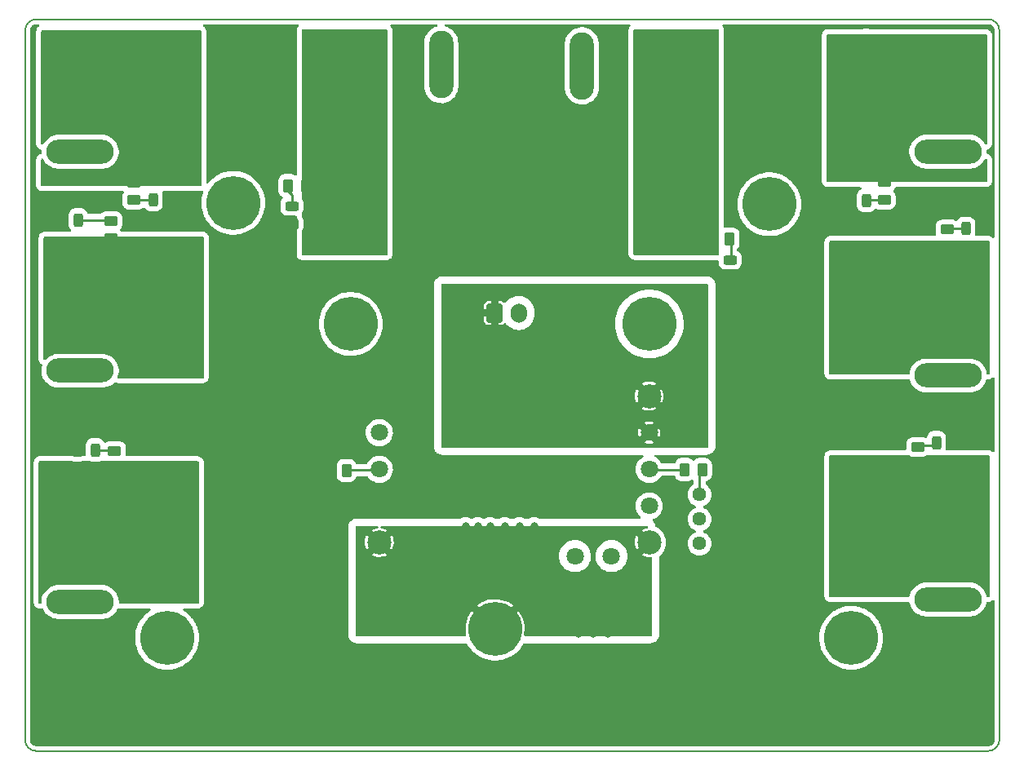
<source format=gtl>
G04 #@! TF.GenerationSoftware,KiCad,Pcbnew,(6.0.1)*
G04 #@! TF.CreationDate,2022-02-16T17:26:55-07:00*
G04 #@! TF.ProjectId,MinesRobotics_PDB,4d696e65-7352-46f6-926f-746963735f50,rev?*
G04 #@! TF.SameCoordinates,Original*
G04 #@! TF.FileFunction,Copper,L1,Top*
G04 #@! TF.FilePolarity,Positive*
%FSLAX46Y46*%
G04 Gerber Fmt 4.6, Leading zero omitted, Abs format (unit mm)*
G04 Created by KiCad (PCBNEW (6.0.1)) date 2022-02-16 17:26:55*
%MOMM*%
%LPD*%
G01*
G04 APERTURE LIST*
G04 Aperture macros list*
%AMRoundRect*
0 Rectangle with rounded corners*
0 $1 Rounding radius*
0 $2 $3 $4 $5 $6 $7 $8 $9 X,Y pos of 4 corners*
0 Add a 4 corners polygon primitive as box body*
4,1,4,$2,$3,$4,$5,$6,$7,$8,$9,$2,$3,0*
0 Add four circle primitives for the rounded corners*
1,1,$1+$1,$2,$3*
1,1,$1+$1,$4,$5*
1,1,$1+$1,$6,$7*
1,1,$1+$1,$8,$9*
0 Add four rect primitives between the rounded corners*
20,1,$1+$1,$2,$3,$4,$5,0*
20,1,$1+$1,$4,$5,$6,$7,0*
20,1,$1+$1,$6,$7,$8,$9,0*
20,1,$1+$1,$8,$9,$2,$3,0*%
G04 Aperture macros list end*
G04 #@! TA.AperFunction,Profile*
%ADD10C,0.150000*%
G04 #@! TD*
G04 #@! TA.AperFunction,ComponentPad*
%ADD11C,5.600000*%
G04 #@! TD*
G04 #@! TA.AperFunction,ComponentPad*
%ADD12C,2.780000*%
G04 #@! TD*
G04 #@! TA.AperFunction,SMDPad,CuDef*
%ADD13RoundRect,0.250000X-0.262500X-0.450000X0.262500X-0.450000X0.262500X0.450000X-0.262500X0.450000X0*%
G04 #@! TD*
G04 #@! TA.AperFunction,SMDPad,CuDef*
%ADD14RoundRect,0.243750X-0.456250X0.243750X-0.456250X-0.243750X0.456250X-0.243750X0.456250X0.243750X0*%
G04 #@! TD*
G04 #@! TA.AperFunction,ComponentPad*
%ADD15O,7.000000X2.500000*%
G04 #@! TD*
G04 #@! TA.AperFunction,ComponentPad*
%ADD16O,2.500000X7.000000*%
G04 #@! TD*
G04 #@! TA.AperFunction,SMDPad,CuDef*
%ADD17RoundRect,0.243750X0.243750X0.456250X-0.243750X0.456250X-0.243750X-0.456250X0.243750X-0.456250X0*%
G04 #@! TD*
G04 #@! TA.AperFunction,SMDPad,CuDef*
%ADD18RoundRect,0.250000X-0.450000X0.262500X-0.450000X-0.262500X0.450000X-0.262500X0.450000X0.262500X0*%
G04 #@! TD*
G04 #@! TA.AperFunction,SMDPad,CuDef*
%ADD19RoundRect,0.243750X-0.243750X-0.456250X0.243750X-0.456250X0.243750X0.456250X-0.243750X0.456250X0*%
G04 #@! TD*
G04 #@! TA.AperFunction,SMDPad,CuDef*
%ADD20RoundRect,0.250000X0.450000X-0.262500X0.450000X0.262500X-0.450000X0.262500X-0.450000X-0.262500X0*%
G04 #@! TD*
G04 #@! TA.AperFunction,SMDPad,CuDef*
%ADD21RoundRect,0.250000X0.262500X0.450000X-0.262500X0.450000X-0.262500X-0.450000X0.262500X-0.450000X0*%
G04 #@! TD*
G04 #@! TA.AperFunction,ComponentPad*
%ADD22C,1.800000*%
G04 #@! TD*
G04 #@! TA.AperFunction,ComponentPad*
%ADD23C,2.500000*%
G04 #@! TD*
G04 #@! TA.AperFunction,ComponentPad*
%ADD24C,1.440000*%
G04 #@! TD*
G04 #@! TA.AperFunction,ComponentPad*
%ADD25RoundRect,0.250000X-0.600000X-0.750000X0.600000X-0.750000X0.600000X0.750000X-0.600000X0.750000X0*%
G04 #@! TD*
G04 #@! TA.AperFunction,ComponentPad*
%ADD26O,1.700000X2.000000*%
G04 #@! TD*
G04 #@! TA.AperFunction,ViaPad*
%ADD27C,0.800000*%
G04 #@! TD*
G04 #@! TA.AperFunction,Conductor*
%ADD28C,0.250000*%
G04 #@! TD*
G04 APERTURE END LIST*
D10*
X181229000Y-126746000D02*
G75*
G03*
X182372000Y-125603000I0J1143000D01*
G01*
X82423000Y-50800000D02*
G75*
G03*
X81280000Y-51943000I0J-1143000D01*
G01*
X181229000Y-50800000D02*
X82423000Y-50800000D01*
X82423000Y-126746000D02*
X181229000Y-126746000D01*
X81280000Y-51943000D02*
X81280000Y-125603000D01*
X182372000Y-51943000D02*
G75*
G03*
X181229000Y-50800000I-1143000J0D01*
G01*
X81280000Y-125603000D02*
G75*
G03*
X82423000Y-126746000I1143000J0D01*
G01*
X182372000Y-125603000D02*
X182372000Y-51943000D01*
D11*
X102870000Y-69850000D03*
D12*
X125305200Y-62460400D03*
X125305200Y-65860400D03*
X115385200Y-62460400D03*
X115385200Y-65860400D03*
D13*
X108561500Y-68072000D03*
X110386500Y-68072000D03*
D12*
X158616000Y-64692000D03*
X158616000Y-61292000D03*
X168536000Y-64692000D03*
X168536000Y-61292000D03*
D14*
X154432000Y-75770500D03*
X154432000Y-77645500D03*
D12*
X159040000Y-86200000D03*
X159040000Y-82800000D03*
X168960000Y-86200000D03*
X168960000Y-82800000D03*
D15*
X86995000Y-103355000D03*
X86995000Y-111275000D03*
D14*
X108966000Y-70182500D03*
X108966000Y-72057500D03*
D16*
X146962000Y-55626000D03*
X139042000Y-55626000D03*
D12*
X159403400Y-108862600D03*
X159403400Y-105462600D03*
X169323400Y-108862600D03*
X169323400Y-105462600D03*
D17*
X168577500Y-69596000D03*
X166702500Y-69596000D03*
D15*
X86995000Y-56619000D03*
X86995000Y-64539000D03*
D12*
X159555800Y-101191800D03*
X159555800Y-97791800D03*
X169475800Y-97791800D03*
X169475800Y-101191800D03*
D18*
X176960000Y-72603500D03*
X176960000Y-74428500D03*
D17*
X88567500Y-95500000D03*
X86692500Y-95500000D03*
D11*
X158500000Y-70000000D03*
D15*
X177038000Y-79860000D03*
X177038000Y-87780000D03*
D13*
X112807900Y-97636800D03*
X114632900Y-97636800D03*
D19*
X175846500Y-94742000D03*
X177721500Y-94742000D03*
D16*
X116540000Y-55500000D03*
X124460000Y-55500000D03*
D20*
X92561600Y-69548900D03*
X92561600Y-67723900D03*
D12*
X125305200Y-69978800D03*
X125305200Y-73378800D03*
X115385200Y-69978800D03*
X115385200Y-73378800D03*
D21*
X154396500Y-73612400D03*
X152571500Y-73612400D03*
D12*
X138040000Y-62300000D03*
X138040000Y-65700000D03*
X147960000Y-62300000D03*
X147960000Y-65700000D03*
D19*
X94566500Y-69500000D03*
X96441500Y-69500000D03*
D12*
X159040000Y-75300000D03*
X159040000Y-78700000D03*
X168960000Y-78700000D03*
X168960000Y-75300000D03*
D15*
X177038000Y-103101000D03*
X177038000Y-111021000D03*
D17*
X86789500Y-71628000D03*
X84914500Y-71628000D03*
D12*
X104883600Y-82729600D03*
X104883600Y-86129600D03*
X94963600Y-82729600D03*
X94963600Y-86129600D03*
D11*
X146050000Y-82423000D03*
D18*
X173909200Y-95205100D03*
X173909200Y-97030100D03*
D13*
X149709500Y-97536000D03*
X151534500Y-97536000D03*
D12*
X104883600Y-75084200D03*
X104883600Y-78484200D03*
X94963600Y-78484200D03*
X94963600Y-75084200D03*
D19*
X178894500Y-72500000D03*
X180769500Y-72500000D03*
D20*
X170421000Y-69523500D03*
X170421000Y-67698500D03*
D11*
X115062000Y-82423000D03*
D22*
X118029200Y-89910800D03*
X118029200Y-97510800D03*
D23*
X118029200Y-105110800D03*
X146029200Y-105110800D03*
D22*
X146029200Y-101310800D03*
X146029200Y-97510800D03*
X146029200Y-93710800D03*
D23*
X146029200Y-89910800D03*
D22*
X138329200Y-106510800D03*
X142129200Y-106510800D03*
X118029200Y-93710800D03*
D18*
X90170000Y-71731500D03*
X90170000Y-73556500D03*
D24*
X151258200Y-100141800D03*
X151258200Y-102681800D03*
X151258200Y-105221800D03*
D11*
X130048000Y-114046000D03*
X167000000Y-115000000D03*
D15*
X177038000Y-56619000D03*
X177038000Y-64539000D03*
D12*
X105156000Y-53672000D03*
X105156000Y-57072000D03*
X95236000Y-57072000D03*
X95236000Y-53672000D03*
D18*
X90540000Y-95603500D03*
X90540000Y-97428500D03*
D15*
X86995000Y-79352000D03*
X86995000Y-87272000D03*
D12*
X158616000Y-57072000D03*
X158616000Y-53672000D03*
X168536000Y-57072000D03*
X168536000Y-53672000D03*
X138042000Y-69800000D03*
X138042000Y-73200000D03*
X147962000Y-69800000D03*
X147962000Y-73200000D03*
D11*
X96000000Y-115000000D03*
D25*
X130000000Y-81280000D03*
D26*
X132500000Y-81280000D03*
D12*
X105206800Y-64692000D03*
X105206800Y-61292000D03*
X95286800Y-64692000D03*
X95286800Y-61292000D03*
X104705800Y-98553800D03*
X104705800Y-101953800D03*
X94785800Y-98553800D03*
X94785800Y-101953800D03*
X104680400Y-106046800D03*
X104680400Y-109446800D03*
X94760400Y-106046800D03*
X94760400Y-109446800D03*
D27*
X122428000Y-91186000D03*
X120904000Y-91186000D03*
X119634000Y-91186000D03*
X120904000Y-88138000D03*
X120904000Y-89662000D03*
X119634000Y-89662000D03*
X119634000Y-88138000D03*
X122174000Y-89662000D03*
X134112000Y-106426000D03*
X141732000Y-108966000D03*
X138684000Y-111506000D03*
X132588000Y-106426000D03*
X121158000Y-107950000D03*
X138684000Y-113030000D03*
X119634000Y-107950000D03*
X134112000Y-103378000D03*
X127000000Y-104902000D03*
X121158000Y-112014000D03*
X122682000Y-109220000D03*
X127000000Y-103378000D03*
X121158000Y-113538000D03*
X141732000Y-114554000D03*
X140208000Y-113030000D03*
X140208000Y-111506000D03*
X119634000Y-109220000D03*
X128270000Y-104902000D03*
X141732000Y-113030000D03*
X121158000Y-109220000D03*
X122682000Y-107950000D03*
X132588000Y-103378000D03*
X140208000Y-110236000D03*
X119634000Y-112014000D03*
X141732000Y-111506000D03*
X141732000Y-110236000D03*
X129540000Y-106426000D03*
X122682000Y-110490000D03*
X134112000Y-104902000D03*
X140208000Y-114554000D03*
X131064000Y-106426000D03*
X132588000Y-104902000D03*
X131064000Y-103378000D03*
X119634000Y-113538000D03*
X128270000Y-103378000D03*
X138684000Y-108966000D03*
X140208000Y-108966000D03*
X122682000Y-112014000D03*
X128270000Y-106426000D03*
X119634000Y-110490000D03*
X138684000Y-114554000D03*
X127000000Y-106426000D03*
X129540000Y-104902000D03*
X138684000Y-110236000D03*
X121158000Y-110490000D03*
X122682000Y-113538000D03*
X129540000Y-103378000D03*
X131064000Y-104902000D03*
X144526000Y-91948000D03*
X147574000Y-91948000D03*
X146050000Y-91948000D03*
X149606000Y-90678000D03*
X149606000Y-89408000D03*
D28*
X114595400Y-97586800D02*
X118059200Y-97586800D01*
X114545400Y-97636800D02*
X114595400Y-97586800D01*
X146029200Y-97536800D02*
X149188200Y-97536800D01*
X151258200Y-97956800D02*
X151258200Y-100141800D01*
X94212500Y-69500000D02*
X92600200Y-69500000D01*
X170357000Y-69500000D02*
X170421000Y-69436000D01*
X168643000Y-69500000D02*
X170357000Y-69500000D01*
X109000000Y-69032000D02*
X108555000Y-68587000D01*
X109000000Y-70212500D02*
X109000000Y-69032000D01*
X90286000Y-95500000D02*
X88787500Y-95500000D01*
X90477000Y-95691000D02*
X90286000Y-95500000D01*
X90540000Y-95691000D02*
X90477000Y-95691000D01*
X86789500Y-71628000D02*
X90066500Y-71628000D01*
X90066500Y-71628000D02*
X90170000Y-71731500D01*
X178712500Y-72500000D02*
X177151000Y-72500000D01*
X177151000Y-72500000D02*
X176960000Y-72691000D01*
X154500000Y-73803400D02*
X154309000Y-73612400D01*
X154500000Y-75212500D02*
X154500000Y-73803400D01*
X174201800Y-95000000D02*
X173909200Y-95292600D01*
X175712500Y-95000000D02*
X174201800Y-95000000D01*
G04 #@! TA.AperFunction,Conductor*
G36*
X172974272Y-96057402D02*
G01*
X172981659Y-96062675D01*
X172985897Y-96066905D01*
X172992124Y-96070743D01*
X172992126Y-96070745D01*
X173130232Y-96155875D01*
X173136462Y-96159715D01*
X173216205Y-96186164D01*
X173297811Y-96213232D01*
X173297813Y-96213232D01*
X173304339Y-96215397D01*
X173311175Y-96216097D01*
X173311178Y-96216098D01*
X173354231Y-96220509D01*
X173408800Y-96226100D01*
X174409600Y-96226100D01*
X174412846Y-96225763D01*
X174412850Y-96225763D01*
X174508508Y-96215838D01*
X174508512Y-96215837D01*
X174515366Y-96215126D01*
X174521902Y-96212945D01*
X174521904Y-96212945D01*
X174670407Y-96163400D01*
X174683146Y-96159150D01*
X174833548Y-96066078D01*
X174835642Y-96063980D01*
X174899793Y-96038017D01*
X174912244Y-96037400D01*
X181230000Y-96037400D01*
X181298121Y-96057402D01*
X181344614Y-96111058D01*
X181356000Y-96163400D01*
X181356000Y-110643400D01*
X181335998Y-110711521D01*
X181282342Y-110758014D01*
X181230000Y-110769400D01*
X181138566Y-110769400D01*
X181070445Y-110749398D01*
X181023952Y-110695742D01*
X181014627Y-110663542D01*
X181014499Y-110663569D01*
X181014123Y-110661798D01*
X181013718Y-110660401D01*
X181013526Y-110658993D01*
X181012896Y-110654362D01*
X180998473Y-110604877D01*
X180941068Y-110407932D01*
X180939757Y-110403433D01*
X180830332Y-110166072D01*
X180797519Y-110116024D01*
X180689590Y-109951404D01*
X180689586Y-109951399D01*
X180687024Y-109947491D01*
X180512982Y-109752494D01*
X180312030Y-109585363D01*
X180264844Y-109556730D01*
X180092578Y-109452196D01*
X180092574Y-109452194D01*
X180088581Y-109449771D01*
X179847545Y-109348697D01*
X179594217Y-109284359D01*
X179589566Y-109283891D01*
X179589562Y-109283890D01*
X179380271Y-109262816D01*
X179377133Y-109262500D01*
X174721646Y-109262500D01*
X174719321Y-109262673D01*
X174719315Y-109262673D01*
X174532000Y-109276593D01*
X174531996Y-109276594D01*
X174527348Y-109276939D01*
X174522800Y-109277968D01*
X174522794Y-109277969D01*
X174336399Y-109320147D01*
X174272423Y-109334623D01*
X174268071Y-109336315D01*
X174268069Y-109336316D01*
X174033176Y-109427660D01*
X174033173Y-109427661D01*
X174028823Y-109429353D01*
X173801902Y-109559049D01*
X173596643Y-109720862D01*
X173417557Y-109911237D01*
X173268576Y-110125991D01*
X173152975Y-110360407D01*
X173073293Y-110609335D01*
X173072541Y-110613954D01*
X173072540Y-110613957D01*
X173064446Y-110663655D01*
X173033754Y-110727674D01*
X172973322Y-110764937D01*
X172940085Y-110769400D01*
X164845000Y-110769400D01*
X164776879Y-110749398D01*
X164730386Y-110695742D01*
X164719000Y-110643400D01*
X164719000Y-96163400D01*
X164739002Y-96095279D01*
X164792658Y-96048786D01*
X164845000Y-96037400D01*
X172906151Y-96037400D01*
X172974272Y-96057402D01*
G37*
G04 #@! TD.AperFunction*
G04 #@! TA.AperFunction,Conductor*
G36*
X152088121Y-78252002D02*
G01*
X152134614Y-78305658D01*
X152146000Y-78358000D01*
X152146000Y-95124000D01*
X152125998Y-95192121D01*
X152072342Y-95238614D01*
X152020000Y-95250000D01*
X124586000Y-95250000D01*
X124517879Y-95229998D01*
X124471386Y-95176342D01*
X124460000Y-95124000D01*
X124460000Y-94746331D01*
X145538103Y-94746331D01*
X145541449Y-94750801D01*
X145667622Y-94805010D01*
X145678565Y-94808565D01*
X145873078Y-94852580D01*
X145884487Y-94854082D01*
X146083771Y-94861911D01*
X146095253Y-94861309D01*
X146292629Y-94832692D01*
X146303812Y-94830007D01*
X146492666Y-94765899D01*
X146503171Y-94761222D01*
X146511491Y-94756563D01*
X146521355Y-94746486D01*
X146518400Y-94738816D01*
X146042011Y-94262426D01*
X146028068Y-94254813D01*
X146026234Y-94254944D01*
X146019620Y-94259195D01*
X145544860Y-94733956D01*
X145538103Y-94746331D01*
X124460000Y-94746331D01*
X124460000Y-93686386D01*
X144877055Y-93686386D01*
X144890098Y-93885389D01*
X144891898Y-93896757D01*
X144940991Y-94090057D01*
X144944829Y-94100895D01*
X144986299Y-94190849D01*
X144995571Y-94201474D01*
X145001463Y-94199721D01*
X145477574Y-93723611D01*
X145483951Y-93711932D01*
X146573213Y-93711932D01*
X146573344Y-93713766D01*
X146577595Y-93720380D01*
X147053304Y-94196088D01*
X147065679Y-94202845D01*
X147072259Y-94197920D01*
X147079622Y-94184771D01*
X147084299Y-94174266D01*
X147148407Y-93985412D01*
X147151092Y-93974229D01*
X147180005Y-93774813D01*
X147180635Y-93767430D01*
X147182021Y-93714504D01*
X147181778Y-93707105D01*
X147163341Y-93506454D01*
X147161243Y-93495133D01*
X147107111Y-93303196D01*
X147102987Y-93292449D01*
X147072482Y-93230592D01*
X147062936Y-93220216D01*
X147056501Y-93222315D01*
X146580826Y-93697989D01*
X146573213Y-93711932D01*
X145483951Y-93711932D01*
X145485187Y-93709668D01*
X145485056Y-93707834D01*
X145480805Y-93701220D01*
X145006202Y-93226618D01*
X144993827Y-93219861D01*
X144987861Y-93224327D01*
X144966736Y-93264478D01*
X144962328Y-93275121D01*
X144903188Y-93465580D01*
X144900798Y-93476824D01*
X144877356Y-93674885D01*
X144877055Y-93686386D01*
X124460000Y-93686386D01*
X124460000Y-92673294D01*
X145535413Y-92673294D01*
X145538901Y-92681685D01*
X146016389Y-93159174D01*
X146030332Y-93166787D01*
X146032166Y-93166656D01*
X146038780Y-93162405D01*
X146514807Y-92686377D01*
X146521564Y-92674002D01*
X146518525Y-92669943D01*
X146362009Y-92607499D01*
X146350983Y-92604232D01*
X146155380Y-92565325D01*
X146143934Y-92564122D01*
X145944525Y-92561512D01*
X145933045Y-92562415D01*
X145736493Y-92596189D01*
X145725385Y-92599166D01*
X145541127Y-92667142D01*
X145535413Y-92673294D01*
X124460000Y-92673294D01*
X124460000Y-91204247D01*
X145280188Y-91204247D01*
X145285469Y-91211301D01*
X145375255Y-91263768D01*
X145384543Y-91268218D01*
X145605008Y-91352405D01*
X145614906Y-91355281D01*
X145846162Y-91402330D01*
X145856390Y-91403549D01*
X146092223Y-91412198D01*
X146102509Y-91411731D01*
X146336588Y-91381744D01*
X146346674Y-91379601D01*
X146572716Y-91311785D01*
X146582293Y-91308032D01*
X146770953Y-91215608D01*
X146781358Y-91206086D01*
X146779297Y-91199712D01*
X146042012Y-90462427D01*
X146028068Y-90454813D01*
X146026235Y-90454944D01*
X146019620Y-90459195D01*
X145286948Y-91191867D01*
X145280188Y-91204247D01*
X124460000Y-91204247D01*
X124460000Y-89879231D01*
X144526812Y-89879231D01*
X144540396Y-90114828D01*
X144541832Y-90125048D01*
X144593713Y-90355255D01*
X144596792Y-90365084D01*
X144685580Y-90583741D01*
X144690225Y-90592937D01*
X144725604Y-90650670D01*
X144736060Y-90660131D01*
X144744838Y-90656347D01*
X145477573Y-89923612D01*
X145483951Y-89911932D01*
X146573213Y-89911932D01*
X146573344Y-89913765D01*
X146577595Y-89920380D01*
X147312945Y-90655730D01*
X147325325Y-90662490D01*
X147330758Y-90658423D01*
X147424485Y-90468783D01*
X147428283Y-90459190D01*
X147496885Y-90233393D01*
X147499062Y-90223323D01*
X147530102Y-89987550D01*
X147530621Y-89980875D01*
X147532252Y-89914164D01*
X147532058Y-89907447D01*
X147512574Y-89670450D01*
X147510891Y-89660288D01*
X147453400Y-89431404D01*
X147450079Y-89421649D01*
X147355981Y-89205241D01*
X147351106Y-89196149D01*
X147334063Y-89169803D01*
X147323378Y-89160600D01*
X147313812Y-89165003D01*
X146580827Y-89897988D01*
X146573213Y-89911932D01*
X145483951Y-89911932D01*
X145485187Y-89909668D01*
X145485056Y-89907835D01*
X145480805Y-89901220D01*
X144745463Y-89165878D01*
X144733927Y-89159579D01*
X144722700Y-89168375D01*
X144720055Y-89173032D01*
X144620694Y-89387085D01*
X144617140Y-89396745D01*
X144554070Y-89624169D01*
X144552143Y-89634273D01*
X144527064Y-89868942D01*
X144526812Y-89879231D01*
X124460000Y-89879231D01*
X124460000Y-88617035D01*
X145278743Y-88617035D01*
X145281168Y-88623953D01*
X146016388Y-89359173D01*
X146030332Y-89366787D01*
X146032165Y-89366656D01*
X146038780Y-89362405D01*
X146771765Y-88629420D01*
X146778525Y-88617040D01*
X146773711Y-88610610D01*
X146649893Y-88542258D01*
X146640496Y-88538035D01*
X146418044Y-88459261D01*
X146408073Y-88456627D01*
X146175746Y-88415243D01*
X146165494Y-88414274D01*
X145929517Y-88411391D01*
X145919233Y-88412111D01*
X145685965Y-88447806D01*
X145675937Y-88450195D01*
X145451630Y-88523509D01*
X145442120Y-88527506D01*
X145288913Y-88607261D01*
X145278743Y-88617035D01*
X124460000Y-88617035D01*
X124460000Y-82073721D01*
X128902000Y-82073721D01*
X128902369Y-82080535D01*
X128907763Y-82130185D01*
X128911389Y-82145436D01*
X128955537Y-82263204D01*
X128964072Y-82278793D01*
X129038861Y-82378583D01*
X129051417Y-82391139D01*
X129151207Y-82465928D01*
X129166796Y-82474463D01*
X129284564Y-82518611D01*
X129299815Y-82522237D01*
X129349465Y-82527631D01*
X129356279Y-82528000D01*
X129600885Y-82528000D01*
X129616124Y-82523525D01*
X129617329Y-82522135D01*
X129619000Y-82514452D01*
X129619000Y-82509885D01*
X130381000Y-82509885D01*
X130385475Y-82525124D01*
X130386865Y-82526329D01*
X130394548Y-82528000D01*
X130643721Y-82528000D01*
X130650535Y-82527631D01*
X130700185Y-82522237D01*
X130715436Y-82518611D01*
X130833204Y-82474463D01*
X130848793Y-82465928D01*
X130948583Y-82391139D01*
X130961141Y-82378581D01*
X130975814Y-82359003D01*
X131032673Y-82316488D01*
X131103492Y-82311462D01*
X131165785Y-82345522D01*
X131184069Y-82368729D01*
X131191426Y-82380734D01*
X131356265Y-82573735D01*
X131549266Y-82738574D01*
X131765677Y-82871191D01*
X131770247Y-82873084D01*
X131770251Y-82873086D01*
X131995596Y-82966427D01*
X132000169Y-82968321D01*
X132085146Y-82988722D01*
X132242156Y-83026417D01*
X132242162Y-83026418D01*
X132246969Y-83027572D01*
X132500000Y-83047486D01*
X132753031Y-83027572D01*
X132757838Y-83026418D01*
X132757844Y-83026417D01*
X132914854Y-82988722D01*
X132999831Y-82968321D01*
X133004404Y-82966427D01*
X133229749Y-82873086D01*
X133229753Y-82873084D01*
X133234323Y-82871191D01*
X133450734Y-82738574D01*
X133643735Y-82573735D01*
X133772475Y-82423000D01*
X142482611Y-82423000D01*
X142502154Y-82795894D01*
X142560567Y-83164702D01*
X142657211Y-83525384D01*
X142791028Y-83873988D01*
X142960551Y-84206694D01*
X143163922Y-84519859D01*
X143398913Y-84810049D01*
X143662951Y-85074087D01*
X143953141Y-85309078D01*
X144266305Y-85512449D01*
X144269239Y-85513944D01*
X144269246Y-85513948D01*
X144596072Y-85680474D01*
X144599012Y-85681972D01*
X144947616Y-85815789D01*
X145308298Y-85912433D01*
X145504368Y-85943487D01*
X145673858Y-85970332D01*
X145673866Y-85970333D01*
X145677106Y-85970846D01*
X146050000Y-85990389D01*
X146422894Y-85970846D01*
X146426134Y-85970333D01*
X146426142Y-85970332D01*
X146595632Y-85943487D01*
X146791702Y-85912433D01*
X147152384Y-85815789D01*
X147500988Y-85681972D01*
X147503928Y-85680474D01*
X147830754Y-85513948D01*
X147830761Y-85513944D01*
X147833695Y-85512449D01*
X148146859Y-85309078D01*
X148437049Y-85074087D01*
X148701087Y-84810049D01*
X148936078Y-84519859D01*
X149139449Y-84206694D01*
X149308972Y-83873988D01*
X149442789Y-83525384D01*
X149539433Y-83164702D01*
X149597846Y-82795894D01*
X149617389Y-82423000D01*
X149597846Y-82050106D01*
X149578797Y-81929831D01*
X149570487Y-81877368D01*
X149539433Y-81681298D01*
X149442789Y-81320616D01*
X149308972Y-80972012D01*
X149139449Y-80639306D01*
X149136641Y-80634981D01*
X148937880Y-80328916D01*
X148936078Y-80326141D01*
X148701087Y-80035951D01*
X148437049Y-79771913D01*
X148146859Y-79536922D01*
X147833695Y-79333551D01*
X147830761Y-79332056D01*
X147830754Y-79332052D01*
X147503928Y-79165526D01*
X147500988Y-79164028D01*
X147152384Y-79030211D01*
X146791702Y-78933567D01*
X146595632Y-78902513D01*
X146426142Y-78875668D01*
X146426134Y-78875667D01*
X146422894Y-78875154D01*
X146050000Y-78855611D01*
X145677106Y-78875154D01*
X145673866Y-78875667D01*
X145673858Y-78875668D01*
X145504368Y-78902513D01*
X145308298Y-78933567D01*
X144947616Y-79030211D01*
X144599012Y-79164028D01*
X144596072Y-79165526D01*
X144269247Y-79332052D01*
X144269240Y-79332056D01*
X144266306Y-79333551D01*
X143953141Y-79536922D01*
X143662951Y-79771913D01*
X143398913Y-80035951D01*
X143163922Y-80326141D01*
X143162120Y-80328916D01*
X142963360Y-80634981D01*
X142960551Y-80639306D01*
X142791028Y-80972012D01*
X142657211Y-81320616D01*
X142560567Y-81681298D01*
X142529513Y-81877368D01*
X142521204Y-81929831D01*
X142502154Y-82050106D01*
X142482611Y-82423000D01*
X133772475Y-82423000D01*
X133808574Y-82380734D01*
X133941191Y-82164323D01*
X133949015Y-82145436D01*
X134036427Y-81934404D01*
X134036428Y-81934402D01*
X134038321Y-81929831D01*
X134097572Y-81683031D01*
X134112500Y-81493353D01*
X134112500Y-81066647D01*
X134097572Y-80876969D01*
X134038321Y-80630169D01*
X133978720Y-80486279D01*
X133943086Y-80400251D01*
X133943084Y-80400247D01*
X133941191Y-80395677D01*
X133808574Y-80179266D01*
X133643735Y-79986265D01*
X133450734Y-79821426D01*
X133234323Y-79688809D01*
X133229753Y-79686916D01*
X133229749Y-79686914D01*
X133004404Y-79593573D01*
X133004402Y-79593572D01*
X132999831Y-79591679D01*
X132914854Y-79571278D01*
X132757844Y-79533583D01*
X132757838Y-79533582D01*
X132753031Y-79532428D01*
X132500000Y-79512514D01*
X132246969Y-79532428D01*
X132242162Y-79533582D01*
X132242156Y-79533583D01*
X132085146Y-79571278D01*
X132000169Y-79591679D01*
X131995598Y-79593572D01*
X131995596Y-79593573D01*
X131770251Y-79686914D01*
X131770247Y-79686916D01*
X131765677Y-79688809D01*
X131549266Y-79821426D01*
X131356265Y-79986265D01*
X131191426Y-80179266D01*
X131184072Y-80191267D01*
X131131427Y-80238898D01*
X131061385Y-80250505D01*
X130996187Y-80222403D01*
X130975814Y-80200997D01*
X130961141Y-80181419D01*
X130948583Y-80168861D01*
X130848793Y-80094072D01*
X130833204Y-80085537D01*
X130715436Y-80041389D01*
X130700185Y-80037763D01*
X130650535Y-80032369D01*
X130643721Y-80032000D01*
X130399115Y-80032000D01*
X130383876Y-80036475D01*
X130382671Y-80037865D01*
X130381000Y-80045548D01*
X130381000Y-82509885D01*
X129619000Y-82509885D01*
X129619000Y-81679115D01*
X129614525Y-81663876D01*
X129613135Y-81662671D01*
X129605452Y-81661000D01*
X128920115Y-81661000D01*
X128904876Y-81665475D01*
X128903671Y-81666865D01*
X128902000Y-81674548D01*
X128902000Y-82073721D01*
X124460000Y-82073721D01*
X124460000Y-80880885D01*
X128902000Y-80880885D01*
X128906475Y-80896124D01*
X128907865Y-80897329D01*
X128915548Y-80899000D01*
X129600885Y-80899000D01*
X129616124Y-80894525D01*
X129617329Y-80893135D01*
X129619000Y-80885452D01*
X129619000Y-80050115D01*
X129614525Y-80034876D01*
X129613135Y-80033671D01*
X129605452Y-80032000D01*
X129356279Y-80032000D01*
X129349465Y-80032369D01*
X129299815Y-80037763D01*
X129284564Y-80041389D01*
X129166796Y-80085537D01*
X129151207Y-80094072D01*
X129051417Y-80168861D01*
X129038861Y-80181417D01*
X128964072Y-80281207D01*
X128955537Y-80296796D01*
X128911389Y-80414564D01*
X128907763Y-80429815D01*
X128902369Y-80479465D01*
X128902000Y-80486279D01*
X128902000Y-80880885D01*
X124460000Y-80880885D01*
X124460000Y-78358000D01*
X124480002Y-78289879D01*
X124533658Y-78243386D01*
X124586000Y-78232000D01*
X152020000Y-78232000D01*
X152088121Y-78252002D01*
G37*
G04 #@! TD.AperFunction*
G04 #@! TA.AperFunction,Conductor*
G36*
X99764121Y-73375202D02*
G01*
X99810614Y-73428858D01*
X99822000Y-73481200D01*
X99822000Y-87935800D01*
X99801998Y-88003921D01*
X99748342Y-88050414D01*
X99696000Y-88061800D01*
X91011296Y-88061800D01*
X90943175Y-88041798D01*
X90896682Y-87988142D01*
X90886578Y-87917868D01*
X90891294Y-87897387D01*
X90893798Y-87889567D01*
X90959707Y-87683665D01*
X91001721Y-87425693D01*
X91005142Y-87164345D01*
X90969896Y-86905362D01*
X90896757Y-86654433D01*
X90787332Y-86417072D01*
X90754519Y-86367024D01*
X90646590Y-86202404D01*
X90646586Y-86202399D01*
X90644024Y-86198491D01*
X90469982Y-86003494D01*
X90269030Y-85836363D01*
X90221844Y-85807730D01*
X90049578Y-85703196D01*
X90049574Y-85703194D01*
X90045581Y-85700771D01*
X89804545Y-85599697D01*
X89551217Y-85535359D01*
X89546566Y-85534891D01*
X89546562Y-85534890D01*
X89337271Y-85513816D01*
X89334133Y-85513500D01*
X84678646Y-85513500D01*
X84676321Y-85513673D01*
X84676315Y-85513673D01*
X84489000Y-85527593D01*
X84488996Y-85527594D01*
X84484348Y-85527939D01*
X84479800Y-85528968D01*
X84479794Y-85528969D01*
X84293399Y-85571147D01*
X84229423Y-85585623D01*
X84225071Y-85587315D01*
X84225069Y-85587316D01*
X83990176Y-85678660D01*
X83990173Y-85678661D01*
X83985823Y-85680353D01*
X83758902Y-85810049D01*
X83553643Y-85971862D01*
X83550443Y-85975264D01*
X83402775Y-86132240D01*
X83341531Y-86168152D01*
X83270594Y-86165252D01*
X83212485Y-86124461D01*
X83185654Y-86058730D01*
X83185000Y-86045907D01*
X83185000Y-73481200D01*
X83205002Y-73413079D01*
X83258658Y-73366586D01*
X83311000Y-73355200D01*
X99696000Y-73355200D01*
X99764121Y-73375202D01*
G37*
G04 #@! TD.AperFunction*
G04 #@! TA.AperFunction,Conductor*
G36*
X181044121Y-52344002D02*
G01*
X181090614Y-52397658D01*
X181102000Y-52450000D01*
X181102000Y-63699090D01*
X181081998Y-63767211D01*
X181028342Y-63813704D01*
X180958068Y-63823808D01*
X180893488Y-63794314D01*
X180861574Y-63751841D01*
X180832289Y-63688318D01*
X180830332Y-63684072D01*
X180797519Y-63634024D01*
X180689590Y-63469404D01*
X180689586Y-63469399D01*
X180687024Y-63465491D01*
X180512982Y-63270494D01*
X180312030Y-63103363D01*
X180264844Y-63074730D01*
X180092578Y-62970196D01*
X180092574Y-62970194D01*
X180088581Y-62967771D01*
X179847545Y-62866697D01*
X179594217Y-62802359D01*
X179589566Y-62801891D01*
X179589562Y-62801890D01*
X179380271Y-62780816D01*
X179377133Y-62780500D01*
X174721646Y-62780500D01*
X174719321Y-62780673D01*
X174719315Y-62780673D01*
X174532000Y-62794593D01*
X174531996Y-62794594D01*
X174527348Y-62794939D01*
X174522800Y-62795968D01*
X174522794Y-62795969D01*
X174336399Y-62838147D01*
X174272423Y-62852623D01*
X174268071Y-62854315D01*
X174268069Y-62854316D01*
X174033176Y-62945660D01*
X174033173Y-62945661D01*
X174028823Y-62947353D01*
X173801902Y-63077049D01*
X173596643Y-63238862D01*
X173417557Y-63429237D01*
X173268576Y-63643991D01*
X173266510Y-63648181D01*
X173266508Y-63648184D01*
X173207811Y-63767211D01*
X173152975Y-63878407D01*
X173073293Y-64127335D01*
X173031279Y-64385307D01*
X173027858Y-64646655D01*
X173063104Y-64905638D01*
X173136243Y-65156567D01*
X173245668Y-65393928D01*
X173248231Y-65397837D01*
X173386410Y-65608596D01*
X173386414Y-65608601D01*
X173388976Y-65612509D01*
X173563018Y-65807506D01*
X173763970Y-65974637D01*
X173767973Y-65977066D01*
X173983422Y-66107804D01*
X173983426Y-66107806D01*
X173987419Y-66110229D01*
X174228455Y-66211303D01*
X174481783Y-66275641D01*
X174486434Y-66276109D01*
X174486438Y-66276110D01*
X174679308Y-66295531D01*
X174698867Y-66297500D01*
X179354354Y-66297500D01*
X179356679Y-66297327D01*
X179356685Y-66297327D01*
X179544000Y-66283407D01*
X179544004Y-66283406D01*
X179548652Y-66283061D01*
X179553200Y-66282032D01*
X179553206Y-66282031D01*
X179739601Y-66239853D01*
X179803577Y-66225377D01*
X179839769Y-66211303D01*
X180042824Y-66132340D01*
X180042827Y-66132339D01*
X180047177Y-66130647D01*
X180274098Y-66000951D01*
X180479357Y-65839138D01*
X180658443Y-65648763D01*
X180807424Y-65434009D01*
X180862994Y-65321324D01*
X180911062Y-65269075D01*
X180979748Y-65251108D01*
X181047243Y-65273127D01*
X181092120Y-65328142D01*
X181102000Y-65377052D01*
X181102000Y-67588000D01*
X181081998Y-67656121D01*
X181028342Y-67702614D01*
X180976000Y-67714000D01*
X164591000Y-67714000D01*
X164522879Y-67693998D01*
X164476386Y-67640342D01*
X164465000Y-67588000D01*
X164465000Y-52450000D01*
X164485002Y-52381879D01*
X164538658Y-52335386D01*
X164591000Y-52324000D01*
X180976000Y-52324000D01*
X181044121Y-52344002D01*
G37*
G04 #@! TD.AperFunction*
G04 #@! TA.AperFunction,Conductor*
G36*
X82719398Y-51328002D02*
G01*
X82765891Y-51381658D01*
X82775995Y-51451932D01*
X82746501Y-51516512D01*
X82719397Y-51539998D01*
X82675778Y-51568030D01*
X82675772Y-51568034D01*
X82671990Y-51570465D01*
X82618334Y-51616958D01*
X82615393Y-51620352D01*
X82603803Y-51633727D01*
X82523645Y-51726234D01*
X82463579Y-51857760D01*
X82462311Y-51862079D01*
X82445336Y-51919891D01*
X82443577Y-51925881D01*
X82442937Y-51930329D01*
X82442936Y-51930336D01*
X82423639Y-52064552D01*
X82423638Y-52064559D01*
X82423000Y-52069000D01*
X82423000Y-63700948D01*
X82433058Y-63801534D01*
X82433678Y-63804605D01*
X82433680Y-63804616D01*
X82441274Y-63842209D01*
X82442938Y-63850444D01*
X82472715Y-63947053D01*
X82476656Y-63953606D01*
X82544914Y-64067103D01*
X82544918Y-64067108D01*
X82547236Y-64070963D01*
X82592113Y-64125978D01*
X82698523Y-64223872D01*
X82828203Y-64287823D01*
X82832471Y-64289215D01*
X82832475Y-64289217D01*
X82880568Y-64304906D01*
X82892297Y-64308733D01*
X82892298Y-64308733D01*
X82895698Y-64309842D01*
X82895457Y-64310581D01*
X82953371Y-64344472D01*
X82985533Y-64407766D01*
X82987661Y-64432533D01*
X82984885Y-64644580D01*
X82984885Y-64644581D01*
X82984858Y-64646649D01*
X82984858Y-64646655D01*
X82984413Y-64646649D01*
X82969234Y-64713127D01*
X82918518Y-64762811D01*
X82894772Y-64772504D01*
X82839332Y-64788783D01*
X82793628Y-64802203D01*
X82671990Y-64880375D01*
X82618334Y-64926868D01*
X82523645Y-65036144D01*
X82463579Y-65167670D01*
X82443577Y-65235791D01*
X82442937Y-65240239D01*
X82442936Y-65240246D01*
X82423639Y-65374462D01*
X82423638Y-65374469D01*
X82423000Y-65378910D01*
X82423000Y-67988800D01*
X82434609Y-68096780D01*
X82445995Y-68149122D01*
X82480293Y-68252172D01*
X82558465Y-68373810D01*
X82604958Y-68427466D01*
X82714234Y-68522155D01*
X82845760Y-68582221D01*
X82869514Y-68589196D01*
X82909558Y-68600954D01*
X82909562Y-68600955D01*
X82913881Y-68602223D01*
X82918329Y-68602863D01*
X82918336Y-68602864D01*
X83052552Y-68622161D01*
X83052559Y-68622162D01*
X83057000Y-68622800D01*
X91403914Y-68622800D01*
X91472035Y-68642802D01*
X91518528Y-68696458D01*
X91528632Y-68766732D01*
X91511174Y-68814915D01*
X91488206Y-68852176D01*
X91431604Y-68944002D01*
X91419485Y-68963662D01*
X91412021Y-68986165D01*
X91368913Y-69116134D01*
X91363803Y-69131539D01*
X91363103Y-69138375D01*
X91363102Y-69138378D01*
X91358691Y-69181431D01*
X91353100Y-69236000D01*
X91353100Y-69861800D01*
X91353437Y-69865046D01*
X91353437Y-69865050D01*
X91360594Y-69934022D01*
X91364074Y-69967566D01*
X91366255Y-69974102D01*
X91366255Y-69974104D01*
X91407912Y-70098963D01*
X91420050Y-70135346D01*
X91513122Y-70285748D01*
X91638297Y-70410705D01*
X91644527Y-70414545D01*
X91644528Y-70414546D01*
X91781690Y-70499094D01*
X91788862Y-70503515D01*
X91843547Y-70521653D01*
X91950211Y-70557032D01*
X91950213Y-70557032D01*
X91956739Y-70559197D01*
X91963575Y-70559897D01*
X91963578Y-70559898D01*
X92006631Y-70564309D01*
X92061200Y-70569900D01*
X93062000Y-70569900D01*
X93065246Y-70569563D01*
X93065250Y-70569563D01*
X93160908Y-70559638D01*
X93160912Y-70559637D01*
X93167766Y-70558926D01*
X93174302Y-70556745D01*
X93174304Y-70556745D01*
X93306406Y-70512672D01*
X93335546Y-70502950D01*
X93485948Y-70409878D01*
X93517179Y-70378592D01*
X93579460Y-70344513D01*
X93650281Y-70349516D01*
X93707154Y-70392012D01*
X93713496Y-70401307D01*
X93729203Y-70426689D01*
X93853347Y-70550617D01*
X93859577Y-70554457D01*
X93859578Y-70554458D01*
X93884083Y-70569563D01*
X94002671Y-70642661D01*
X94009619Y-70644966D01*
X94009620Y-70644966D01*
X94162634Y-70695719D01*
X94162636Y-70695719D01*
X94169165Y-70697885D01*
X94272769Y-70708500D01*
X94564234Y-70708500D01*
X94860230Y-70708499D01*
X94965129Y-70697616D01*
X94971660Y-70695437D01*
X94971665Y-70695436D01*
X95124578Y-70644420D01*
X95131526Y-70642102D01*
X95280689Y-70549797D01*
X95404617Y-70425653D01*
X95411464Y-70414546D01*
X95432247Y-70380828D01*
X95496661Y-70276329D01*
X95522078Y-70199701D01*
X95549719Y-70116366D01*
X95549719Y-70116364D01*
X95551885Y-70109835D01*
X95562500Y-70006231D01*
X95562499Y-68993770D01*
X95551616Y-68888871D01*
X95549436Y-68882337D01*
X95549435Y-68882332D01*
X95518189Y-68788675D01*
X95515605Y-68717726D01*
X95551789Y-68656642D01*
X95615253Y-68624818D01*
X95637713Y-68622800D01*
X99442000Y-68622800D01*
X99549980Y-68611191D01*
X99554513Y-68610205D01*
X99593932Y-68601631D01*
X99664747Y-68606697D01*
X99721582Y-68649245D01*
X99746392Y-68715765D01*
X99737618Y-68771753D01*
X99733411Y-68782218D01*
X99732491Y-68785492D01*
X99732489Y-68785497D01*
X99638098Y-69121305D01*
X99636437Y-69127213D01*
X99635875Y-69130570D01*
X99635875Y-69130571D01*
X99592042Y-69392511D01*
X99577290Y-69480663D01*
X99556661Y-69838434D01*
X99556833Y-69841829D01*
X99556833Y-69841830D01*
X99569859Y-70098963D01*
X99574792Y-70196340D01*
X99575329Y-70199695D01*
X99575330Y-70199701D01*
X99612351Y-70430833D01*
X99631470Y-70550195D01*
X99726033Y-70895859D01*
X99857374Y-71229288D01*
X99885728Y-71283294D01*
X99976078Y-71455385D01*
X100023957Y-71546582D01*
X100025858Y-71549411D01*
X100025864Y-71549421D01*
X100146605Y-71729101D01*
X100223834Y-71844029D01*
X100454665Y-72118150D01*
X100713751Y-72365738D01*
X100998061Y-72583897D01*
X101077221Y-72632027D01*
X101301355Y-72768303D01*
X101301360Y-72768306D01*
X101304270Y-72770075D01*
X101307358Y-72771521D01*
X101307357Y-72771521D01*
X101625710Y-72920649D01*
X101625720Y-72920653D01*
X101628794Y-72922093D01*
X101632012Y-72923195D01*
X101632015Y-72923196D01*
X101964615Y-73037071D01*
X101964623Y-73037073D01*
X101967838Y-73038174D01*
X102317435Y-73116959D01*
X102369728Y-73122917D01*
X102670114Y-73157142D01*
X102670122Y-73157142D01*
X102673497Y-73157527D01*
X102676901Y-73157545D01*
X102676904Y-73157545D01*
X102871227Y-73158562D01*
X103031857Y-73159403D01*
X103035243Y-73159053D01*
X103035245Y-73159053D01*
X103384932Y-73122917D01*
X103384941Y-73122916D01*
X103388324Y-73122566D01*
X103391657Y-73121852D01*
X103391660Y-73121851D01*
X103630495Y-73070649D01*
X103738727Y-73047446D01*
X104078968Y-72934922D01*
X104405066Y-72786311D01*
X104527266Y-72713754D01*
X104710262Y-72605099D01*
X104710267Y-72605096D01*
X104713207Y-72603350D01*
X104759935Y-72568266D01*
X104878921Y-72478928D01*
X104999786Y-72388180D01*
X105261451Y-72143319D01*
X105495140Y-71871630D01*
X105645190Y-71653306D01*
X105696190Y-71579101D01*
X105696195Y-71579094D01*
X105698120Y-71576292D01*
X105699732Y-71573298D01*
X105699737Y-71573290D01*
X105845605Y-71302384D01*
X105868017Y-71260760D01*
X106002842Y-70928724D01*
X106011968Y-70896689D01*
X106054458Y-70747526D01*
X106101020Y-70584070D01*
X106109983Y-70531632D01*
X106160829Y-70234175D01*
X106160829Y-70234173D01*
X106161401Y-70230828D01*
X106162851Y-70207129D01*
X106182125Y-69891986D01*
X106183278Y-69873131D01*
X106183359Y-69850000D01*
X106163979Y-69492159D01*
X106106066Y-69138505D01*
X106010297Y-68793173D01*
X106008508Y-68788675D01*
X105879052Y-68463369D01*
X105877793Y-68460205D01*
X105858662Y-68424073D01*
X105711702Y-68146513D01*
X105711698Y-68146506D01*
X105710103Y-68143494D01*
X105509190Y-67846746D01*
X105277403Y-67573432D01*
X105017454Y-67326750D01*
X104732384Y-67109585D01*
X104729472Y-67107828D01*
X104729467Y-67107825D01*
X104428443Y-66926236D01*
X104428437Y-66926233D01*
X104425528Y-66924478D01*
X104100475Y-66773593D01*
X103857019Y-66691188D01*
X103764255Y-66659789D01*
X103764250Y-66659788D01*
X103761028Y-66658697D01*
X103562681Y-66614724D01*
X103414493Y-66581871D01*
X103414487Y-66581870D01*
X103411158Y-66581132D01*
X103407769Y-66580758D01*
X103407764Y-66580757D01*
X103058338Y-66542180D01*
X103058333Y-66542180D01*
X103054957Y-66541807D01*
X103051558Y-66541801D01*
X103051557Y-66541801D01*
X102882080Y-66541505D01*
X102696592Y-66541182D01*
X102583413Y-66553277D01*
X102343639Y-66578901D01*
X102343631Y-66578902D01*
X102340256Y-66579263D01*
X101990117Y-66655606D01*
X101650271Y-66769317D01*
X101647178Y-66770739D01*
X101647177Y-66770740D01*
X101640974Y-66773593D01*
X101324694Y-66919066D01*
X101321760Y-66920822D01*
X101321758Y-66920823D01*
X101065019Y-67074478D01*
X101017193Y-67103101D01*
X101014467Y-67105163D01*
X101014465Y-67105164D01*
X100748637Y-67306209D01*
X100731367Y-67319270D01*
X100470559Y-67565043D01*
X100468342Y-67567639D01*
X100468337Y-67567644D01*
X100297811Y-67767304D01*
X100238361Y-67806114D01*
X100167366Y-67806620D01*
X100107367Y-67768664D01*
X100077414Y-67704296D01*
X100076000Y-67685474D01*
X100076000Y-52069000D01*
X100074543Y-52055443D01*
X100066925Y-51984589D01*
X100064391Y-51961020D01*
X100062313Y-51951465D01*
X100055444Y-51919891D01*
X100053005Y-51908678D01*
X100018707Y-51805628D01*
X99940535Y-51683990D01*
X99894042Y-51630334D01*
X99875213Y-51614018D01*
X99791576Y-51541546D01*
X99784766Y-51535645D01*
X99785081Y-51535282D01*
X99742674Y-51486341D01*
X99732571Y-51416067D01*
X99762065Y-51351486D01*
X99821791Y-51313103D01*
X99857288Y-51308000D01*
X109551100Y-51308000D01*
X109619221Y-51328002D01*
X109665714Y-51381658D01*
X109675818Y-51451932D01*
X109646324Y-51516512D01*
X109574645Y-51599234D01*
X109514579Y-51730760D01*
X109511580Y-51740975D01*
X109496278Y-51793089D01*
X109494577Y-51798881D01*
X109493937Y-51803329D01*
X109493936Y-51803336D01*
X109474639Y-51937552D01*
X109474638Y-51937559D01*
X109474000Y-51942000D01*
X109474000Y-66905931D01*
X109453998Y-66974052D01*
X109400342Y-67020545D01*
X109330068Y-67030649D01*
X109281886Y-67013192D01*
X109198317Y-66961679D01*
X109152968Y-66933725D01*
X109152966Y-66933724D01*
X109146738Y-66929885D01*
X108986254Y-66876655D01*
X108985389Y-66876368D01*
X108985387Y-66876368D01*
X108978861Y-66874203D01*
X108972025Y-66873503D01*
X108972022Y-66873502D01*
X108928969Y-66869091D01*
X108874400Y-66863500D01*
X108248600Y-66863500D01*
X108245354Y-66863837D01*
X108245350Y-66863837D01*
X108149692Y-66873762D01*
X108149688Y-66873763D01*
X108142834Y-66874474D01*
X108136298Y-66876655D01*
X108136296Y-66876655D01*
X108048546Y-66905931D01*
X107975054Y-66930450D01*
X107824652Y-67023522D01*
X107699695Y-67148697D01*
X107695855Y-67154927D01*
X107695854Y-67154928D01*
X107634068Y-67255164D01*
X107606885Y-67299262D01*
X107551203Y-67467139D01*
X107540500Y-67571600D01*
X107540500Y-68572400D01*
X107540837Y-68575646D01*
X107540837Y-68575650D01*
X107550663Y-68670347D01*
X107551474Y-68678166D01*
X107553655Y-68684702D01*
X107553655Y-68684704D01*
X107587668Y-68786652D01*
X107607450Y-68845946D01*
X107700522Y-68996348D01*
X107825697Y-69121305D01*
X107831927Y-69125145D01*
X107831928Y-69125146D01*
X107960733Y-69204543D01*
X108008227Y-69257316D01*
X108019650Y-69327387D01*
X107991376Y-69392511D01*
X107983792Y-69400818D01*
X107915383Y-69469347D01*
X107911543Y-69475577D01*
X107911542Y-69475578D01*
X107890949Y-69508986D01*
X107823339Y-69618671D01*
X107821034Y-69625619D01*
X107821034Y-69625620D01*
X107820478Y-69627298D01*
X107768115Y-69785165D01*
X107757500Y-69888769D01*
X107757501Y-70476230D01*
X107768384Y-70581129D01*
X107770563Y-70587660D01*
X107770564Y-70587665D01*
X107810878Y-70708499D01*
X107823898Y-70747526D01*
X107916203Y-70896689D01*
X108040347Y-71020617D01*
X108189671Y-71112661D01*
X108196619Y-71114966D01*
X108196620Y-71114966D01*
X108349634Y-71165719D01*
X108349636Y-71165719D01*
X108356165Y-71167885D01*
X108459769Y-71178500D01*
X108485640Y-71178500D01*
X109349549Y-71178499D01*
X109417670Y-71198501D01*
X109464163Y-71252157D01*
X109475076Y-71295760D01*
X109475239Y-71295748D01*
X109477104Y-71320821D01*
X109478369Y-71325951D01*
X109478370Y-71325956D01*
X109508811Y-71449383D01*
X109511727Y-71461207D01*
X109538364Y-71527017D01*
X109540624Y-71530898D01*
X109540626Y-71530901D01*
X109575062Y-71590021D01*
X109578177Y-71595368D01*
X109580613Y-71599551D01*
X109585316Y-71609706D01*
X109583821Y-71610632D01*
X109587672Y-71616855D01*
X109590946Y-71622146D01*
X109590947Y-71622148D01*
X109637226Y-71696934D01*
X109649603Y-71723355D01*
X109659706Y-71753634D01*
X109665510Y-71780519D01*
X109665828Y-71783588D01*
X109666499Y-71796574D01*
X109666500Y-72318841D01*
X109665842Y-72331702D01*
X109665606Y-72334002D01*
X109659857Y-72360808D01*
X109658222Y-72365738D01*
X109649761Y-72391247D01*
X109637428Y-72417694D01*
X109604977Y-72470340D01*
X109598469Y-72479889D01*
X109595621Y-72483681D01*
X109588505Y-72493652D01*
X109574645Y-72514107D01*
X109514579Y-72645633D01*
X109513311Y-72649952D01*
X109500287Y-72694309D01*
X109494577Y-72713754D01*
X109493937Y-72718202D01*
X109493936Y-72718209D01*
X109474639Y-72852425D01*
X109474638Y-72852432D01*
X109474000Y-72856873D01*
X109474000Y-75167600D01*
X109485609Y-75275580D01*
X109496995Y-75327922D01*
X109531293Y-75430972D01*
X109609465Y-75552610D01*
X109655958Y-75606266D01*
X109659352Y-75609207D01*
X109682786Y-75629513D01*
X109765234Y-75700955D01*
X109896760Y-75761021D01*
X109920514Y-75767996D01*
X109960558Y-75779754D01*
X109960562Y-75779755D01*
X109964881Y-75781023D01*
X109969329Y-75781663D01*
X109969336Y-75781664D01*
X110103552Y-75800961D01*
X110103559Y-75800962D01*
X110108000Y-75801600D01*
X118746000Y-75801600D01*
X118853980Y-75789991D01*
X118857264Y-75789277D01*
X118857268Y-75789276D01*
X118882339Y-75783822D01*
X118906322Y-75778605D01*
X119009372Y-75744307D01*
X119131010Y-75666135D01*
X119184666Y-75619642D01*
X119196257Y-75606266D01*
X119273453Y-75517177D01*
X119279355Y-75510366D01*
X119339421Y-75378840D01*
X119359423Y-75310719D01*
X119360673Y-75302025D01*
X119379361Y-75172048D01*
X119379362Y-75172041D01*
X119380000Y-75167600D01*
X119380000Y-51942000D01*
X119368391Y-51834020D01*
X119366997Y-51827609D01*
X119359185Y-51791699D01*
X119357005Y-51781678D01*
X119322707Y-51678628D01*
X119244535Y-51556990D01*
X119235952Y-51547084D01*
X119209461Y-51516512D01*
X119179968Y-51451931D01*
X119190073Y-51381657D01*
X119236566Y-51328002D01*
X119304686Y-51308000D01*
X123955652Y-51308000D01*
X124023773Y-51328002D01*
X124070266Y-51381658D01*
X124080370Y-51451932D01*
X124050876Y-51516512D01*
X123990910Y-51554966D01*
X123842433Y-51598243D01*
X123838180Y-51600203D01*
X123838179Y-51600204D01*
X123804223Y-51615858D01*
X123605072Y-51707668D01*
X123569851Y-51730760D01*
X123390404Y-51848410D01*
X123390399Y-51848414D01*
X123386491Y-51850976D01*
X123191494Y-52025018D01*
X123024363Y-52225970D01*
X123021934Y-52229973D01*
X122924887Y-52389902D01*
X122888771Y-52449419D01*
X122787697Y-52690455D01*
X122723359Y-52943783D01*
X122722891Y-52948434D01*
X122722890Y-52948438D01*
X122710203Y-53074438D01*
X122701500Y-53160867D01*
X122701500Y-57816354D01*
X122701673Y-57818679D01*
X122701673Y-57818685D01*
X122712790Y-57968271D01*
X122715939Y-58010652D01*
X122716968Y-58015200D01*
X122716969Y-58015206D01*
X122753707Y-58177562D01*
X122773623Y-58265577D01*
X122775315Y-58269929D01*
X122775316Y-58269931D01*
X122837960Y-58431020D01*
X122868353Y-58509177D01*
X122998049Y-58736098D01*
X123159862Y-58941357D01*
X123350237Y-59120443D01*
X123564991Y-59269424D01*
X123569181Y-59271490D01*
X123569184Y-59271492D01*
X123795219Y-59382960D01*
X123795222Y-59382961D01*
X123799407Y-59385025D01*
X123803850Y-59386447D01*
X123803852Y-59386448D01*
X123909572Y-59420289D01*
X124048335Y-59464707D01*
X124306307Y-59506721D01*
X124420058Y-59508210D01*
X124562978Y-59510081D01*
X124562981Y-59510081D01*
X124567655Y-59510142D01*
X124826638Y-59474896D01*
X125077567Y-59401757D01*
X125086819Y-59397492D01*
X125132112Y-59376611D01*
X125314928Y-59292332D01*
X125389810Y-59243237D01*
X125529596Y-59151590D01*
X125529601Y-59151586D01*
X125533509Y-59149024D01*
X125728506Y-58974982D01*
X125895637Y-58774030D01*
X125952345Y-58680578D01*
X126028804Y-58554578D01*
X126028806Y-58554574D01*
X126031229Y-58550581D01*
X126132303Y-58309545D01*
X126196641Y-58056217D01*
X126208106Y-57942354D01*
X137283500Y-57942354D01*
X137283673Y-57944679D01*
X137283673Y-57944685D01*
X137292299Y-58060752D01*
X137297939Y-58136652D01*
X137298968Y-58141200D01*
X137298969Y-58141206D01*
X137326081Y-58261020D01*
X137355623Y-58391577D01*
X137450353Y-58635177D01*
X137580049Y-58862098D01*
X137741862Y-59067357D01*
X137932237Y-59246443D01*
X138146991Y-59395424D01*
X138151181Y-59397490D01*
X138151184Y-59397492D01*
X138377219Y-59508960D01*
X138377222Y-59508961D01*
X138381407Y-59511025D01*
X138385850Y-59512447D01*
X138385852Y-59512448D01*
X138625877Y-59589280D01*
X138630335Y-59590707D01*
X138888307Y-59632721D01*
X139002058Y-59634210D01*
X139144978Y-59636081D01*
X139144981Y-59636081D01*
X139149655Y-59636142D01*
X139408638Y-59600896D01*
X139659567Y-59527757D01*
X139695862Y-59511025D01*
X139714112Y-59502611D01*
X139896928Y-59418332D01*
X139950879Y-59382960D01*
X140111596Y-59277590D01*
X140111601Y-59277586D01*
X140115509Y-59275024D01*
X140310506Y-59100982D01*
X140477637Y-58900030D01*
X140556525Y-58770027D01*
X140610804Y-58680578D01*
X140610806Y-58680574D01*
X140613229Y-58676581D01*
X140714303Y-58435545D01*
X140778641Y-58182217D01*
X140791329Y-58056217D01*
X140800184Y-57968271D01*
X140800500Y-57965133D01*
X140800500Y-53309646D01*
X140791311Y-53185990D01*
X140786407Y-53120000D01*
X140786406Y-53119996D01*
X140786061Y-53115348D01*
X140774725Y-53065248D01*
X140729408Y-52864980D01*
X140728377Y-52860423D01*
X140677686Y-52730069D01*
X140635340Y-52621176D01*
X140635339Y-52621173D01*
X140633647Y-52616823D01*
X140503951Y-52389902D01*
X140342138Y-52184643D01*
X140151763Y-52005557D01*
X139966290Y-51876889D01*
X139940851Y-51859241D01*
X139940848Y-51859239D01*
X139937009Y-51856576D01*
X139931974Y-51854093D01*
X139706781Y-51743040D01*
X139706778Y-51743039D01*
X139702593Y-51740975D01*
X139670682Y-51730760D01*
X139458123Y-51662720D01*
X139453665Y-51661293D01*
X139195693Y-51619279D01*
X139081942Y-51617790D01*
X138939022Y-51615919D01*
X138939019Y-51615919D01*
X138934345Y-51615858D01*
X138675362Y-51651104D01*
X138424433Y-51724243D01*
X138420180Y-51726203D01*
X138420179Y-51726204D01*
X138383659Y-51743040D01*
X138187072Y-51833668D01*
X138152127Y-51856579D01*
X137972404Y-51974410D01*
X137972399Y-51974414D01*
X137968491Y-51976976D01*
X137773494Y-52151018D01*
X137606363Y-52351970D01*
X137603934Y-52355973D01*
X137519464Y-52495176D01*
X137470771Y-52575419D01*
X137369697Y-52816455D01*
X137305359Y-53069783D01*
X137283500Y-53286867D01*
X137283500Y-57942354D01*
X126208106Y-57942354D01*
X126218500Y-57839133D01*
X126218500Y-53183646D01*
X126213086Y-53110794D01*
X126204407Y-52994000D01*
X126204406Y-52993996D01*
X126204061Y-52989348D01*
X126192725Y-52939248D01*
X126147408Y-52738980D01*
X126146377Y-52734423D01*
X126051647Y-52490823D01*
X126030885Y-52454496D01*
X125949062Y-52311336D01*
X125921951Y-52263902D01*
X125760138Y-52058643D01*
X125569763Y-51879557D01*
X125361500Y-51735079D01*
X125358851Y-51733241D01*
X125358848Y-51733239D01*
X125355009Y-51730576D01*
X125350816Y-51728508D01*
X125124781Y-51617040D01*
X125124778Y-51617039D01*
X125120593Y-51614975D01*
X125064227Y-51596932D01*
X124930112Y-51554002D01*
X124871332Y-51514185D01*
X124843410Y-51448909D01*
X124855211Y-51378900D01*
X124902989Y-51326385D01*
X124968525Y-51308000D01*
X143968100Y-51308000D01*
X144036221Y-51328002D01*
X144082714Y-51381658D01*
X144092818Y-51451932D01*
X144063324Y-51516512D01*
X143991645Y-51599234D01*
X143931579Y-51730760D01*
X143928580Y-51740975D01*
X143913278Y-51793089D01*
X143911577Y-51798881D01*
X143910937Y-51803329D01*
X143910936Y-51803336D01*
X143891639Y-51937552D01*
X143891638Y-51937559D01*
X143891000Y-51942000D01*
X143891000Y-75145000D01*
X143902609Y-75252980D01*
X143913995Y-75305322D01*
X143948293Y-75408372D01*
X144026465Y-75530010D01*
X144072958Y-75583666D01*
X144182234Y-75678355D01*
X144313760Y-75738421D01*
X144319291Y-75740045D01*
X144377558Y-75757154D01*
X144377562Y-75757155D01*
X144381881Y-75758423D01*
X144386329Y-75759063D01*
X144386336Y-75759064D01*
X144520552Y-75778361D01*
X144520559Y-75778362D01*
X144525000Y-75779000D01*
X153097501Y-75779000D01*
X153165622Y-75799002D01*
X153212115Y-75852658D01*
X153223501Y-75905000D01*
X153223501Y-76064230D01*
X153234384Y-76169129D01*
X153236563Y-76175660D01*
X153236564Y-76175665D01*
X153285990Y-76323811D01*
X153289898Y-76335526D01*
X153382203Y-76484689D01*
X153506347Y-76608617D01*
X153655671Y-76700661D01*
X153662619Y-76702966D01*
X153662620Y-76702966D01*
X153815634Y-76753719D01*
X153815636Y-76753719D01*
X153822165Y-76755885D01*
X153925769Y-76766500D01*
X154428096Y-76766500D01*
X154938230Y-76766499D01*
X155043129Y-76755616D01*
X155049660Y-76753437D01*
X155049665Y-76753436D01*
X155202578Y-76702420D01*
X155209526Y-76700102D01*
X155358689Y-76607797D01*
X155482617Y-76483653D01*
X155574661Y-76334329D01*
X155629885Y-76167835D01*
X155640500Y-76064231D01*
X155640499Y-75476770D01*
X155629616Y-75371871D01*
X155627437Y-75365340D01*
X155627436Y-75365335D01*
X155576420Y-75212422D01*
X155574102Y-75205474D01*
X155481797Y-75056311D01*
X155357653Y-74932383D01*
X155208329Y-74840339D01*
X155205055Y-74839253D01*
X155152965Y-74793388D01*
X155133500Y-74726110D01*
X155133500Y-74712853D01*
X155153502Y-74644732D01*
X155170327Y-74623835D01*
X155253134Y-74540884D01*
X155253138Y-74540879D01*
X155258305Y-74535703D01*
X155351115Y-74385138D01*
X155406797Y-74217261D01*
X155417500Y-74112800D01*
X155417500Y-73112000D01*
X155415507Y-73092792D01*
X155407238Y-73013092D01*
X155407237Y-73013088D01*
X155406526Y-73006234D01*
X155378264Y-72921521D01*
X155352868Y-72845402D01*
X155350550Y-72838454D01*
X155257478Y-72688052D01*
X155132303Y-72563095D01*
X155118666Y-72554689D01*
X154987968Y-72474125D01*
X154987966Y-72474124D01*
X154981738Y-72470285D01*
X154901995Y-72443836D01*
X154820389Y-72416768D01*
X154820387Y-72416768D01*
X154813861Y-72414603D01*
X154807025Y-72413903D01*
X154807022Y-72413902D01*
X154763969Y-72409491D01*
X154709400Y-72403900D01*
X154083600Y-72403900D01*
X154080354Y-72404237D01*
X154080350Y-72404237D01*
X153984692Y-72414162D01*
X153984688Y-72414163D01*
X153977834Y-72414874D01*
X153971293Y-72417056D01*
X153971294Y-72417056D01*
X153962873Y-72419865D01*
X153891924Y-72422448D01*
X153830841Y-72386262D01*
X153799017Y-72322797D01*
X153797000Y-72300340D01*
X153797000Y-69988434D01*
X155186661Y-69988434D01*
X155186833Y-69991829D01*
X155186833Y-69991830D01*
X155192426Y-70102230D01*
X155204792Y-70346340D01*
X155205329Y-70349695D01*
X155205330Y-70349701D01*
X155238886Y-70559197D01*
X155261470Y-70700195D01*
X155356033Y-71045859D01*
X155487374Y-71379288D01*
X155506307Y-71415350D01*
X155637728Y-71665670D01*
X155653957Y-71696582D01*
X155655858Y-71699411D01*
X155655864Y-71699421D01*
X155754791Y-71846638D01*
X155853834Y-71994029D01*
X156084665Y-72268150D01*
X156343751Y-72515738D01*
X156628061Y-72733897D01*
X156660056Y-72753350D01*
X156931355Y-72918303D01*
X156931360Y-72918306D01*
X156934270Y-72920075D01*
X156937358Y-72921521D01*
X156937357Y-72921521D01*
X157255710Y-73070649D01*
X157255720Y-73070653D01*
X157258794Y-73072093D01*
X157262012Y-73073195D01*
X157262015Y-73073196D01*
X157594615Y-73187071D01*
X157594623Y-73187073D01*
X157597838Y-73188174D01*
X157947435Y-73266959D01*
X157999728Y-73272917D01*
X158300114Y-73307142D01*
X158300122Y-73307142D01*
X158303497Y-73307527D01*
X158306901Y-73307545D01*
X158306904Y-73307545D01*
X158501227Y-73308562D01*
X158661857Y-73309403D01*
X158665243Y-73309053D01*
X158665245Y-73309053D01*
X159014932Y-73272917D01*
X159014941Y-73272916D01*
X159018324Y-73272566D01*
X159021657Y-73271852D01*
X159021660Y-73271851D01*
X159238758Y-73225309D01*
X159368727Y-73197446D01*
X159708968Y-73084922D01*
X160035066Y-72936311D01*
X160203167Y-72836500D01*
X160340262Y-72755099D01*
X160340267Y-72755096D01*
X160343207Y-72753350D01*
X160390011Y-72718209D01*
X160542988Y-72603350D01*
X160629786Y-72538180D01*
X160891451Y-72293319D01*
X161125140Y-72021630D01*
X161249150Y-71841194D01*
X161326190Y-71729101D01*
X161326195Y-71729094D01*
X161328120Y-71726292D01*
X161329732Y-71723298D01*
X161329737Y-71723290D01*
X161476779Y-71450203D01*
X161498017Y-71410760D01*
X161614057Y-71124986D01*
X161631562Y-71081877D01*
X161631564Y-71081872D01*
X161632842Y-71078724D01*
X161643142Y-71042568D01*
X161685870Y-70892568D01*
X161731020Y-70734070D01*
X161737504Y-70696138D01*
X161790829Y-70384175D01*
X161790829Y-70384173D01*
X161791401Y-70380828D01*
X161793317Y-70349516D01*
X161813168Y-70024928D01*
X161813278Y-70023131D01*
X161813337Y-70006231D01*
X161813353Y-70001819D01*
X161813353Y-70001806D01*
X161813359Y-70000000D01*
X161793979Y-69642159D01*
X161736066Y-69288505D01*
X161640297Y-68943173D01*
X161637243Y-68935497D01*
X161528283Y-68661695D01*
X161507793Y-68610205D01*
X161473906Y-68546203D01*
X161341702Y-68296513D01*
X161341698Y-68296506D01*
X161340103Y-68293494D01*
X161139190Y-67996746D01*
X161135292Y-67992149D01*
X161009772Y-67844142D01*
X160907403Y-67723432D01*
X160764687Y-67588000D01*
X163957000Y-67588000D01*
X163968609Y-67695980D01*
X163969323Y-67699264D01*
X163969324Y-67699268D01*
X163972756Y-67715043D01*
X163979995Y-67748322D01*
X164014293Y-67851372D01*
X164092465Y-67973010D01*
X164095407Y-67976405D01*
X164095409Y-67976408D01*
X164105060Y-67987546D01*
X164138958Y-68026666D01*
X164142352Y-68029607D01*
X164165786Y-68049913D01*
X164248234Y-68121355D01*
X164379760Y-68181421D01*
X164403514Y-68188396D01*
X164443558Y-68200154D01*
X164443562Y-68200155D01*
X164447881Y-68201423D01*
X164452329Y-68202063D01*
X164452336Y-68202064D01*
X164586552Y-68221361D01*
X164586559Y-68221362D01*
X164591000Y-68222000D01*
X167944157Y-68222000D01*
X168012278Y-68242002D01*
X168058771Y-68295658D01*
X168068875Y-68365932D01*
X168039381Y-68430512D01*
X168010460Y-68455144D01*
X167902382Y-68522025D01*
X167863311Y-68546203D01*
X167739383Y-68670347D01*
X167647339Y-68819671D01*
X167645034Y-68826619D01*
X167645034Y-68826620D01*
X167597275Y-68970609D01*
X167592115Y-68986165D01*
X167581500Y-69089769D01*
X167581501Y-70102230D01*
X167592384Y-70207129D01*
X167594563Y-70213660D01*
X167594564Y-70213665D01*
X167618613Y-70285748D01*
X167647898Y-70373526D01*
X167740203Y-70522689D01*
X167864347Y-70646617D01*
X168013671Y-70738661D01*
X168020619Y-70740966D01*
X168020620Y-70740966D01*
X168173634Y-70791719D01*
X168173636Y-70791719D01*
X168180165Y-70793885D01*
X168283769Y-70804500D01*
X168575234Y-70804500D01*
X168871230Y-70804499D01*
X168976129Y-70793616D01*
X168982660Y-70791437D01*
X168982665Y-70791436D01*
X169135578Y-70740420D01*
X169142526Y-70738102D01*
X169291689Y-70645797D01*
X169415617Y-70521653D01*
X169433005Y-70493444D01*
X169485776Y-70445950D01*
X169555848Y-70434526D01*
X169606381Y-70452299D01*
X169641090Y-70473694D01*
X169648262Y-70478115D01*
X169683353Y-70489754D01*
X169809611Y-70531632D01*
X169809613Y-70531632D01*
X169816139Y-70533797D01*
X169822975Y-70534497D01*
X169822978Y-70534498D01*
X169866031Y-70538909D01*
X169920600Y-70544500D01*
X170921400Y-70544500D01*
X170924646Y-70544163D01*
X170924650Y-70544163D01*
X171020308Y-70534238D01*
X171020312Y-70534237D01*
X171027166Y-70533526D01*
X171033702Y-70531345D01*
X171033704Y-70531345D01*
X171178508Y-70483034D01*
X171194946Y-70477550D01*
X171345348Y-70384478D01*
X171470305Y-70259303D01*
X171506692Y-70200273D01*
X171559275Y-70114968D01*
X171559276Y-70114966D01*
X171563115Y-70108738D01*
X171599781Y-69998194D01*
X171616632Y-69947389D01*
X171616632Y-69947387D01*
X171618797Y-69940861D01*
X171629500Y-69836400D01*
X171629500Y-69210600D01*
X171622020Y-69138505D01*
X171619238Y-69111692D01*
X171619237Y-69111688D01*
X171618526Y-69104834D01*
X171581219Y-68993010D01*
X171564868Y-68944002D01*
X171562550Y-68937054D01*
X171469478Y-68786652D01*
X171382891Y-68700216D01*
X171348812Y-68637934D01*
X171353815Y-68567114D01*
X171382736Y-68522025D01*
X171465134Y-68439483D01*
X171470305Y-68434303D01*
X171474520Y-68427466D01*
X171563115Y-68283738D01*
X171565470Y-68285189D01*
X171603936Y-68241481D01*
X171671239Y-68222000D01*
X180976000Y-68222000D01*
X181083980Y-68210391D01*
X181087264Y-68209677D01*
X181087268Y-68209676D01*
X181112339Y-68204222D01*
X181136322Y-68199005D01*
X181239372Y-68164707D01*
X181361010Y-68086535D01*
X181414666Y-68040042D01*
X181426257Y-68026666D01*
X181449735Y-67999570D01*
X181509355Y-67930766D01*
X181569421Y-67799240D01*
X181589423Y-67731119D01*
X181590154Y-67726035D01*
X181609361Y-67592448D01*
X181609362Y-67592441D01*
X181610000Y-67588000D01*
X181610000Y-65377052D01*
X181599942Y-65276466D01*
X181599322Y-65273395D01*
X181599320Y-65273384D01*
X181590683Y-65230630D01*
X181590683Y-65230629D01*
X181590062Y-65227556D01*
X181560285Y-65130947D01*
X181508200Y-65044342D01*
X181488086Y-65010897D01*
X181488082Y-65010892D01*
X181485764Y-65007037D01*
X181440887Y-64952022D01*
X181334477Y-64854128D01*
X181204797Y-64790177D01*
X181200529Y-64788785D01*
X181200525Y-64788783D01*
X181141584Y-64769555D01*
X181141585Y-64769555D01*
X181140703Y-64769267D01*
X181140702Y-64769267D01*
X181137302Y-64768158D01*
X181137543Y-64767419D01*
X181079629Y-64733528D01*
X181047467Y-64670234D01*
X181045339Y-64645465D01*
X181045360Y-64643912D01*
X181048127Y-64432535D01*
X181048142Y-64431345D01*
X181048587Y-64431351D01*
X181063766Y-64364873D01*
X181114482Y-64315189D01*
X181138228Y-64305496D01*
X181230725Y-64278336D01*
X181239372Y-64275797D01*
X181361010Y-64197625D01*
X181414666Y-64151132D01*
X181509355Y-64041856D01*
X181569421Y-63910330D01*
X181589423Y-63842209D01*
X181594828Y-63804616D01*
X181609361Y-63703538D01*
X181609362Y-63703531D01*
X181610000Y-63699090D01*
X181610000Y-52450000D01*
X181598391Y-52342020D01*
X181587005Y-52289678D01*
X181552707Y-52186628D01*
X181474535Y-52064990D01*
X181469036Y-52058643D01*
X181430982Y-52014727D01*
X181428042Y-52011334D01*
X181409213Y-51995018D01*
X181388391Y-51976976D01*
X181318766Y-51916645D01*
X181187240Y-51856579D01*
X181159419Y-51848410D01*
X181123442Y-51837846D01*
X181123438Y-51837845D01*
X181119119Y-51836577D01*
X181114671Y-51835937D01*
X181114664Y-51835936D01*
X180980448Y-51816639D01*
X180980441Y-51816638D01*
X180976000Y-51816000D01*
X168951347Y-51816000D01*
X168922896Y-51812746D01*
X168892187Y-51805628D01*
X168833750Y-51792083D01*
X168565897Y-51768885D01*
X168561462Y-51769129D01*
X168561458Y-51769129D01*
X168443232Y-51775635D01*
X168297447Y-51783658D01*
X168186998Y-51805628D01*
X168147026Y-51813579D01*
X168122444Y-51816000D01*
X164591000Y-51816000D01*
X164483020Y-51827609D01*
X164479736Y-51828323D01*
X164479732Y-51828324D01*
X164455166Y-51833668D01*
X164430678Y-51838995D01*
X164327628Y-51873293D01*
X164205990Y-51951465D01*
X164202595Y-51954407D01*
X164202592Y-51954409D01*
X164172951Y-51980093D01*
X164152334Y-51997958D01*
X164149393Y-52001352D01*
X164137803Y-52014727D01*
X164057645Y-52107234D01*
X163997579Y-52238760D01*
X163977577Y-52306881D01*
X163976937Y-52311329D01*
X163976936Y-52311336D01*
X163957639Y-52445552D01*
X163957638Y-52445559D01*
X163957000Y-52450000D01*
X163957000Y-67588000D01*
X160764687Y-67588000D01*
X160647454Y-67476750D01*
X160414468Y-67299262D01*
X160365091Y-67261647D01*
X160365089Y-67261646D01*
X160362384Y-67259585D01*
X160359472Y-67257828D01*
X160359467Y-67257825D01*
X160058443Y-67076236D01*
X160058437Y-67076233D01*
X160055528Y-67074478D01*
X159753554Y-66934306D01*
X159733571Y-66925030D01*
X159733569Y-66925029D01*
X159730475Y-66923593D01*
X159552937Y-66863500D01*
X159394255Y-66809789D01*
X159394250Y-66809788D01*
X159391028Y-66808697D01*
X159192681Y-66764724D01*
X159044493Y-66731871D01*
X159044487Y-66731870D01*
X159041158Y-66731132D01*
X159037769Y-66730758D01*
X159037764Y-66730757D01*
X158688338Y-66692180D01*
X158688333Y-66692180D01*
X158684957Y-66691807D01*
X158681558Y-66691801D01*
X158681557Y-66691801D01*
X158512080Y-66691505D01*
X158326592Y-66691182D01*
X158213413Y-66703277D01*
X157973639Y-66728901D01*
X157973631Y-66728902D01*
X157970256Y-66729263D01*
X157620117Y-66805606D01*
X157280271Y-66919317D01*
X157277178Y-66920739D01*
X157277177Y-66920740D01*
X157161269Y-66974052D01*
X156954694Y-67069066D01*
X156951760Y-67070822D01*
X156951758Y-67070823D01*
X156684272Y-67230910D01*
X156647193Y-67253101D01*
X156644467Y-67255163D01*
X156644465Y-67255164D01*
X156364185Y-67467139D01*
X156361367Y-67469270D01*
X156100559Y-67715043D01*
X156098347Y-67717633D01*
X156098345Y-67717635D01*
X156074952Y-67745025D01*
X155867819Y-67987546D01*
X155865900Y-67990358D01*
X155865897Y-67990363D01*
X155800293Y-68086535D01*
X155665871Y-68283591D01*
X155497077Y-68599714D01*
X155363411Y-68932218D01*
X155362491Y-68935492D01*
X155362489Y-68935497D01*
X155268101Y-69271294D01*
X155266437Y-69277213D01*
X155265875Y-69280570D01*
X155265875Y-69280571D01*
X155230468Y-69492159D01*
X155207290Y-69630663D01*
X155186661Y-69988434D01*
X153797000Y-69988434D01*
X153797000Y-51942000D01*
X153785391Y-51834020D01*
X153783997Y-51827609D01*
X153776185Y-51791699D01*
X153774005Y-51781678D01*
X153739707Y-51678628D01*
X153661535Y-51556990D01*
X153652952Y-51547084D01*
X153626461Y-51516512D01*
X153596968Y-51451931D01*
X153607073Y-51381657D01*
X153653566Y-51328002D01*
X153721686Y-51308000D01*
X181179672Y-51308000D01*
X181199057Y-51309500D01*
X181213858Y-51311805D01*
X181213861Y-51311805D01*
X181222730Y-51313186D01*
X181231632Y-51312022D01*
X181231636Y-51312022D01*
X181231732Y-51312009D01*
X181262170Y-51311738D01*
X181356196Y-51322332D01*
X181383704Y-51328611D01*
X181491116Y-51366196D01*
X181516535Y-51378437D01*
X181564611Y-51408645D01*
X181612897Y-51438985D01*
X181634956Y-51456577D01*
X181715423Y-51537044D01*
X181733015Y-51559103D01*
X181771299Y-51620031D01*
X181793562Y-51655463D01*
X181805804Y-51680884D01*
X181843389Y-51788296D01*
X181849668Y-51815803D01*
X181859522Y-51903254D01*
X181860305Y-51918900D01*
X181860196Y-51927856D01*
X181858814Y-51936730D01*
X181862936Y-51968251D01*
X181864000Y-51984589D01*
X181864000Y-73364100D01*
X181843998Y-73432221D01*
X181790342Y-73478714D01*
X181720068Y-73488818D01*
X181655487Y-73459324D01*
X181616348Y-73425409D01*
X181572766Y-73387645D01*
X181441240Y-73327579D01*
X181407493Y-73317670D01*
X181377442Y-73308846D01*
X181377438Y-73308845D01*
X181373119Y-73307577D01*
X181368671Y-73306937D01*
X181368664Y-73306936D01*
X181234448Y-73287639D01*
X181234441Y-73287638D01*
X181230000Y-73287000D01*
X179995665Y-73287000D01*
X179927544Y-73266998D01*
X179881051Y-73213342D01*
X179870947Y-73143068D01*
X179876071Y-73121336D01*
X179877718Y-73116371D01*
X179877720Y-73116363D01*
X179879885Y-73109835D01*
X179890500Y-73006231D01*
X179890499Y-71993770D01*
X179879616Y-71888871D01*
X179877437Y-71882340D01*
X179877436Y-71882335D01*
X179826420Y-71729422D01*
X179824102Y-71722474D01*
X179731797Y-71573311D01*
X179607653Y-71449383D01*
X179458329Y-71357339D01*
X179363713Y-71325956D01*
X179298366Y-71304281D01*
X179298364Y-71304281D01*
X179291835Y-71302115D01*
X179188231Y-71291500D01*
X178896766Y-71291500D01*
X178600770Y-71291501D01*
X178495871Y-71302384D01*
X178489340Y-71304563D01*
X178489335Y-71304564D01*
X178341189Y-71353990D01*
X178329474Y-71357898D01*
X178180311Y-71450203D01*
X178056383Y-71574347D01*
X178052543Y-71580577D01*
X178052542Y-71580578D01*
X178000091Y-71665670D01*
X177947319Y-71713163D01*
X177877247Y-71724587D01*
X177826718Y-71706815D01*
X177732738Y-71648885D01*
X177572254Y-71595655D01*
X177571389Y-71595368D01*
X177571387Y-71595368D01*
X177564861Y-71593203D01*
X177558025Y-71592503D01*
X177558022Y-71592502D01*
X177514969Y-71588091D01*
X177460400Y-71582500D01*
X176459600Y-71582500D01*
X176456354Y-71582837D01*
X176456350Y-71582837D01*
X176360692Y-71592762D01*
X176360688Y-71592763D01*
X176353834Y-71593474D01*
X176347298Y-71595655D01*
X176347296Y-71595655D01*
X176267888Y-71622148D01*
X176186054Y-71649450D01*
X176035652Y-71742522D01*
X175910695Y-71867697D01*
X175906855Y-71873927D01*
X175906854Y-71873928D01*
X175832823Y-71994029D01*
X175817885Y-72018262D01*
X175762203Y-72186139D01*
X175751500Y-72290600D01*
X175751500Y-72916400D01*
X175751837Y-72919646D01*
X175751837Y-72919650D01*
X175761533Y-73013092D01*
X175762474Y-73022166D01*
X175764655Y-73028702D01*
X175764655Y-73028704D01*
X175795489Y-73121124D01*
X175798073Y-73192073D01*
X175761890Y-73253157D01*
X175698425Y-73284982D01*
X175675965Y-73287000D01*
X164845000Y-73287000D01*
X164737020Y-73298609D01*
X164733736Y-73299323D01*
X164733732Y-73299324D01*
X164708661Y-73304778D01*
X164684678Y-73309995D01*
X164581628Y-73344293D01*
X164459990Y-73422465D01*
X164406334Y-73468958D01*
X164403393Y-73472352D01*
X164392809Y-73484567D01*
X164311645Y-73578234D01*
X164251579Y-73709760D01*
X164231577Y-73777881D01*
X164230937Y-73782329D01*
X164230936Y-73782336D01*
X164211639Y-73916552D01*
X164211638Y-73916559D01*
X164211000Y-73921000D01*
X164211000Y-87534600D01*
X164222609Y-87642580D01*
X164233995Y-87694922D01*
X164268293Y-87797972D01*
X164346465Y-87919610D01*
X164349407Y-87923005D01*
X164349409Y-87923008D01*
X164364348Y-87940248D01*
X164392958Y-87973266D01*
X164502234Y-88067955D01*
X164633760Y-88128021D01*
X164657514Y-88134996D01*
X164697558Y-88146754D01*
X164697562Y-88146755D01*
X164701881Y-88148023D01*
X164706329Y-88148663D01*
X164706336Y-88148664D01*
X164840552Y-88167961D01*
X164840559Y-88167962D01*
X164845000Y-88168600D01*
X172918555Y-88168600D01*
X172920627Y-88168462D01*
X172920643Y-88168461D01*
X172965589Y-88165457D01*
X173034892Y-88180873D01*
X173084859Y-88231309D01*
X173094956Y-88255918D01*
X173136243Y-88397567D01*
X173245668Y-88634928D01*
X173248231Y-88638837D01*
X173386410Y-88849596D01*
X173386414Y-88849601D01*
X173388976Y-88853509D01*
X173563018Y-89048506D01*
X173763970Y-89215637D01*
X173767973Y-89218066D01*
X173983422Y-89348804D01*
X173983426Y-89348806D01*
X173987419Y-89351229D01*
X174228455Y-89452303D01*
X174481783Y-89516641D01*
X174486434Y-89517109D01*
X174486438Y-89517110D01*
X174679308Y-89536531D01*
X174698867Y-89538500D01*
X179354354Y-89538500D01*
X179356679Y-89538327D01*
X179356685Y-89538327D01*
X179544000Y-89524407D01*
X179544004Y-89524406D01*
X179548652Y-89524061D01*
X179553200Y-89523032D01*
X179553206Y-89523031D01*
X179739601Y-89480853D01*
X179803577Y-89466377D01*
X179839769Y-89452303D01*
X180042824Y-89373340D01*
X180042827Y-89373339D01*
X180047177Y-89371647D01*
X180274098Y-89241951D01*
X180479357Y-89080138D01*
X180658443Y-88889763D01*
X180807424Y-88675009D01*
X180856729Y-88575029D01*
X180920960Y-88444781D01*
X180920961Y-88444778D01*
X180923025Y-88440593D01*
X180952344Y-88349001D01*
X180984055Y-88249935D01*
X181023873Y-88191155D01*
X181089148Y-88163233D01*
X181121988Y-88163630D01*
X181152109Y-88167961D01*
X181152116Y-88167962D01*
X181156557Y-88168600D01*
X181230000Y-88168600D01*
X181337980Y-88156991D01*
X181341264Y-88156277D01*
X181341268Y-88156276D01*
X181367732Y-88150519D01*
X181390322Y-88145605D01*
X181493372Y-88111307D01*
X181615010Y-88033135D01*
X181655487Y-87998061D01*
X181720069Y-87968568D01*
X181790343Y-87978673D01*
X181843998Y-88025166D01*
X181864000Y-88093286D01*
X181864000Y-95606500D01*
X181843998Y-95674621D01*
X181790342Y-95721114D01*
X181720068Y-95731218D01*
X181655487Y-95701724D01*
X181625045Y-95675345D01*
X181572766Y-95630045D01*
X181441240Y-95569979D01*
X181417025Y-95562869D01*
X181377442Y-95551246D01*
X181377438Y-95551245D01*
X181373119Y-95549977D01*
X181368671Y-95549337D01*
X181368664Y-95549336D01*
X181234448Y-95530039D01*
X181234441Y-95530038D01*
X181230000Y-95529400D01*
X176947532Y-95529400D01*
X176879411Y-95509398D01*
X176832918Y-95455742D01*
X176822814Y-95385468D01*
X176827939Y-95363733D01*
X176829718Y-95358370D01*
X176829719Y-95358365D01*
X176831885Y-95351835D01*
X176842500Y-95248231D01*
X176842499Y-94235770D01*
X176831616Y-94130871D01*
X176829437Y-94124340D01*
X176829436Y-94124335D01*
X176778420Y-93971422D01*
X176776102Y-93964474D01*
X176683797Y-93815311D01*
X176559653Y-93691383D01*
X176535134Y-93676269D01*
X176520014Y-93666949D01*
X176410329Y-93599339D01*
X176403380Y-93597034D01*
X176250366Y-93546281D01*
X176250364Y-93546281D01*
X176243835Y-93544115D01*
X176140231Y-93533500D01*
X175848766Y-93533500D01*
X175552770Y-93533501D01*
X175447871Y-93544384D01*
X175441340Y-93546563D01*
X175441335Y-93546564D01*
X175293189Y-93595990D01*
X175281474Y-93599898D01*
X175132311Y-93692203D01*
X175008383Y-93816347D01*
X174916339Y-93965671D01*
X174914034Y-93972619D01*
X174914034Y-93972620D01*
X174900171Y-94014417D01*
X174861115Y-94132165D01*
X174860414Y-94139010D01*
X174859338Y-94149510D01*
X174832498Y-94215237D01*
X174774383Y-94256020D01*
X174703446Y-94258910D01*
X174684999Y-94252372D01*
X174681938Y-94250485D01*
X174521454Y-94197255D01*
X174520589Y-94196968D01*
X174520587Y-94196968D01*
X174514061Y-94194803D01*
X174507225Y-94194103D01*
X174507222Y-94194102D01*
X174464169Y-94189691D01*
X174409600Y-94184100D01*
X173408800Y-94184100D01*
X173405554Y-94184437D01*
X173405550Y-94184437D01*
X173309892Y-94194362D01*
X173309888Y-94194363D01*
X173303034Y-94195074D01*
X173296498Y-94197255D01*
X173296496Y-94197255D01*
X173242598Y-94215237D01*
X173135254Y-94251050D01*
X172984852Y-94344122D01*
X172859895Y-94469297D01*
X172856055Y-94475527D01*
X172856054Y-94475528D01*
X172789908Y-94582837D01*
X172767085Y-94619862D01*
X172711403Y-94787739D01*
X172710703Y-94794575D01*
X172710702Y-94794578D01*
X172706291Y-94837631D01*
X172700700Y-94892200D01*
X172700700Y-95403400D01*
X172680698Y-95471521D01*
X172627042Y-95518014D01*
X172574700Y-95529400D01*
X164845000Y-95529400D01*
X164737020Y-95541009D01*
X164733736Y-95541723D01*
X164733732Y-95541724D01*
X164708661Y-95547178D01*
X164684678Y-95552395D01*
X164581628Y-95586693D01*
X164459990Y-95664865D01*
X164406334Y-95711358D01*
X164403393Y-95714752D01*
X164392148Y-95727729D01*
X164311645Y-95820634D01*
X164251579Y-95952160D01*
X164250311Y-95956479D01*
X164234009Y-96012000D01*
X164231577Y-96020281D01*
X164230937Y-96024729D01*
X164230936Y-96024736D01*
X164211639Y-96158952D01*
X164211638Y-96158959D01*
X164211000Y-96163400D01*
X164211000Y-110643400D01*
X164222609Y-110751380D01*
X164233995Y-110803722D01*
X164268293Y-110906772D01*
X164346465Y-111028410D01*
X164392958Y-111082066D01*
X164502234Y-111176755D01*
X164633760Y-111236821D01*
X164657514Y-111243796D01*
X164697558Y-111255554D01*
X164697562Y-111255555D01*
X164701881Y-111256823D01*
X164706329Y-111257463D01*
X164706336Y-111257464D01*
X164840552Y-111276761D01*
X164840559Y-111276762D01*
X164845000Y-111277400D01*
X172938088Y-111277400D01*
X173006209Y-111297402D01*
X173052702Y-111351058D01*
X173060675Y-111378607D01*
X173061501Y-111378431D01*
X173062474Y-111383008D01*
X173063104Y-111387638D01*
X173064412Y-111392124D01*
X173064412Y-111392126D01*
X173082640Y-111454664D01*
X173136243Y-111638567D01*
X173138203Y-111642820D01*
X173138204Y-111642821D01*
X173145555Y-111658766D01*
X173245668Y-111875928D01*
X173248231Y-111879837D01*
X173386410Y-112090596D01*
X173386414Y-112090601D01*
X173388976Y-112094509D01*
X173563018Y-112289506D01*
X173763970Y-112456637D01*
X173767973Y-112459066D01*
X173983422Y-112589804D01*
X173983426Y-112589806D01*
X173987419Y-112592229D01*
X174228455Y-112693303D01*
X174481783Y-112757641D01*
X174486434Y-112758109D01*
X174486438Y-112758110D01*
X174679308Y-112777531D01*
X174698867Y-112779500D01*
X179354354Y-112779500D01*
X179356679Y-112779327D01*
X179356685Y-112779327D01*
X179544000Y-112765407D01*
X179544004Y-112765406D01*
X179548652Y-112765061D01*
X179553200Y-112764032D01*
X179553206Y-112764031D01*
X179780044Y-112712702D01*
X179803577Y-112707377D01*
X179839769Y-112693303D01*
X180042824Y-112614340D01*
X180042827Y-112614339D01*
X180047177Y-112612647D01*
X180274098Y-112482951D01*
X180479357Y-112321138D01*
X180658443Y-112130763D01*
X180769968Y-111970002D01*
X180804759Y-111919851D01*
X180804761Y-111919848D01*
X180807424Y-111916009D01*
X180816482Y-111897641D01*
X180920960Y-111685781D01*
X180920961Y-111685778D01*
X180923025Y-111681593D01*
X180953624Y-111586003D01*
X181001280Y-111437123D01*
X181002707Y-111432665D01*
X181010812Y-111382900D01*
X181041502Y-111318884D01*
X181101933Y-111281620D01*
X181138566Y-111278028D01*
X181138566Y-111277400D01*
X181230000Y-111277400D01*
X181337980Y-111265791D01*
X181341264Y-111265077D01*
X181341268Y-111265076D01*
X181366339Y-111259622D01*
X181390322Y-111254405D01*
X181493372Y-111220107D01*
X181615010Y-111141935D01*
X181655487Y-111106861D01*
X181720069Y-111077368D01*
X181790343Y-111087473D01*
X181843998Y-111133966D01*
X181864000Y-111202086D01*
X181864000Y-125553672D01*
X181862500Y-125573056D01*
X181858814Y-125596730D01*
X181859978Y-125605632D01*
X181859978Y-125605636D01*
X181859991Y-125605732D01*
X181860262Y-125636170D01*
X181849668Y-125730196D01*
X181843389Y-125757704D01*
X181805804Y-125865116D01*
X181793562Y-125890537D01*
X181733015Y-125986897D01*
X181715423Y-126008956D01*
X181634956Y-126089423D01*
X181612897Y-126107015D01*
X181516537Y-126167562D01*
X181491116Y-126179804D01*
X181383704Y-126217389D01*
X181356197Y-126223668D01*
X181320897Y-126227646D01*
X181268742Y-126233522D01*
X181253100Y-126234305D01*
X181244144Y-126234196D01*
X181235270Y-126232814D01*
X181203749Y-126236936D01*
X181187411Y-126238000D01*
X82472328Y-126238000D01*
X82452943Y-126236500D01*
X82438142Y-126234195D01*
X82438139Y-126234195D01*
X82429270Y-126232814D01*
X82420368Y-126233978D01*
X82420364Y-126233978D01*
X82420268Y-126233991D01*
X82389830Y-126234262D01*
X82295804Y-126223668D01*
X82268296Y-126217389D01*
X82160884Y-126179804D01*
X82135463Y-126167562D01*
X82039103Y-126107015D01*
X82017044Y-126089423D01*
X81936577Y-126008956D01*
X81918985Y-125986897D01*
X81858438Y-125890537D01*
X81846196Y-125865116D01*
X81808611Y-125757704D01*
X81802332Y-125730197D01*
X81792667Y-125644420D01*
X81792385Y-125619614D01*
X81793071Y-125615539D01*
X81793224Y-125603000D01*
X81789273Y-125575412D01*
X81788000Y-125557549D01*
X81788000Y-111316000D01*
X82169000Y-111316000D01*
X82180609Y-111423980D01*
X82191995Y-111476322D01*
X82226293Y-111579372D01*
X82304465Y-111701010D01*
X82307407Y-111704405D01*
X82307409Y-111704408D01*
X82328946Y-111729263D01*
X82350958Y-111754666D01*
X82354352Y-111757607D01*
X82377786Y-111777913D01*
X82460234Y-111849355D01*
X82591760Y-111909421D01*
X82599917Y-111911816D01*
X82655558Y-111928154D01*
X82655562Y-111928155D01*
X82659881Y-111929423D01*
X82664329Y-111930063D01*
X82664336Y-111930064D01*
X82798552Y-111949361D01*
X82798559Y-111949362D01*
X82803000Y-111950000D01*
X82859720Y-111950000D01*
X82917624Y-111943966D01*
X82961200Y-111939426D01*
X82961205Y-111939425D01*
X82964451Y-111939087D01*
X82967640Y-111938415D01*
X82967647Y-111938414D01*
X82992868Y-111933100D01*
X83003058Y-111930953D01*
X83073838Y-111936481D01*
X83130394Y-111979399D01*
X83143460Y-112001494D01*
X83202668Y-112129928D01*
X83226197Y-112165816D01*
X83343410Y-112344596D01*
X83343414Y-112344601D01*
X83345976Y-112348509D01*
X83520018Y-112543506D01*
X83720970Y-112710637D01*
X83724973Y-112713066D01*
X83940422Y-112843804D01*
X83940426Y-112843806D01*
X83944419Y-112846229D01*
X84185455Y-112947303D01*
X84438783Y-113011641D01*
X84443434Y-113012109D01*
X84443438Y-113012110D01*
X84636308Y-113031531D01*
X84655867Y-113033500D01*
X89311354Y-113033500D01*
X89313679Y-113033327D01*
X89313685Y-113033327D01*
X89501000Y-113019407D01*
X89501004Y-113019406D01*
X89505652Y-113019061D01*
X89510200Y-113018032D01*
X89510206Y-113018031D01*
X89696601Y-112975853D01*
X89760577Y-112961377D01*
X89796769Y-112947303D01*
X89999824Y-112868340D01*
X89999827Y-112868339D01*
X90004177Y-112866647D01*
X90231098Y-112736951D01*
X90436357Y-112575138D01*
X90615443Y-112384763D01*
X90754638Y-112184116D01*
X90761759Y-112173851D01*
X90761761Y-112173848D01*
X90764424Y-112170009D01*
X90849638Y-111997212D01*
X90897705Y-111944964D01*
X90966391Y-111926997D01*
X90986026Y-111929405D01*
X90986088Y-111929423D01*
X91029002Y-111935593D01*
X91124759Y-111949361D01*
X91124766Y-111949362D01*
X91129207Y-111950000D01*
X94197753Y-111950000D01*
X94265874Y-111970002D01*
X94312367Y-112023658D01*
X94322471Y-112093932D01*
X94292977Y-112158512D01*
X94262459Y-112184116D01*
X94147193Y-112253101D01*
X94144467Y-112255163D01*
X94144465Y-112255164D01*
X93878071Y-112456637D01*
X93861367Y-112469270D01*
X93600559Y-112715043D01*
X93598347Y-112717633D01*
X93598345Y-112717635D01*
X93557544Y-112765407D01*
X93367819Y-112987546D01*
X93365900Y-112990358D01*
X93365897Y-112990363D01*
X93346321Y-113019061D01*
X93165871Y-113283591D01*
X92997077Y-113599714D01*
X92863411Y-113932218D01*
X92862491Y-113935492D01*
X92862489Y-113935497D01*
X92860332Y-113943173D01*
X92766437Y-114277213D01*
X92707290Y-114630663D01*
X92686661Y-114988434D01*
X92704792Y-115346340D01*
X92705329Y-115349695D01*
X92705330Y-115349701D01*
X92736003Y-115541201D01*
X92761470Y-115700195D01*
X92856033Y-116045859D01*
X92867688Y-116075446D01*
X92970614Y-116336739D01*
X92987374Y-116379288D01*
X93018151Y-116437909D01*
X93094945Y-116584180D01*
X93153957Y-116696582D01*
X93155858Y-116699411D01*
X93155864Y-116699421D01*
X93333859Y-116964303D01*
X93353834Y-116994029D01*
X93584665Y-117268150D01*
X93843751Y-117515738D01*
X94128061Y-117733897D01*
X94160056Y-117753350D01*
X94431355Y-117918303D01*
X94431360Y-117918306D01*
X94434270Y-117920075D01*
X94437358Y-117921521D01*
X94437357Y-117921521D01*
X94755710Y-118070649D01*
X94755720Y-118070653D01*
X94758794Y-118072093D01*
X94762012Y-118073195D01*
X94762015Y-118073196D01*
X95094615Y-118187071D01*
X95094623Y-118187073D01*
X95097838Y-118188174D01*
X95447435Y-118266959D01*
X95499728Y-118272917D01*
X95800114Y-118307142D01*
X95800122Y-118307142D01*
X95803497Y-118307527D01*
X95806901Y-118307545D01*
X95806904Y-118307545D01*
X96001227Y-118308562D01*
X96161857Y-118309403D01*
X96165243Y-118309053D01*
X96165245Y-118309053D01*
X96514932Y-118272917D01*
X96514941Y-118272916D01*
X96518324Y-118272566D01*
X96521657Y-118271852D01*
X96521660Y-118271851D01*
X96694186Y-118234864D01*
X96868727Y-118197446D01*
X97208968Y-118084922D01*
X97535066Y-117936311D01*
X97629052Y-117880506D01*
X97840262Y-117755099D01*
X97840267Y-117755096D01*
X97843207Y-117753350D01*
X98129786Y-117538180D01*
X98391451Y-117293319D01*
X98625140Y-117021630D01*
X98777909Y-116799350D01*
X98826190Y-116729101D01*
X98826195Y-116729094D01*
X98828120Y-116726292D01*
X98829732Y-116723298D01*
X98829737Y-116723290D01*
X98996395Y-116413772D01*
X98998017Y-116410760D01*
X99132842Y-116078724D01*
X99143122Y-116042638D01*
X99163527Y-115971006D01*
X99231020Y-115734070D01*
X99265271Y-115533695D01*
X99290829Y-115384175D01*
X99290829Y-115384173D01*
X99291401Y-115380828D01*
X99291785Y-115374563D01*
X99313168Y-115024928D01*
X99313278Y-115023131D01*
X99313359Y-115000000D01*
X99296137Y-114682000D01*
X114808000Y-114682000D01*
X114808360Y-114685346D01*
X114808360Y-114685351D01*
X114808392Y-114685644D01*
X114825413Y-114843971D01*
X114826131Y-114847271D01*
X114826131Y-114847272D01*
X114829352Y-114862077D01*
X114836799Y-114896313D01*
X114842807Y-114921812D01*
X114905949Y-115087086D01*
X115005504Y-115233345D01*
X115007908Y-115236119D01*
X115050894Y-115285729D01*
X115050910Y-115285746D01*
X115051997Y-115287001D01*
X115053157Y-115288204D01*
X115053170Y-115288219D01*
X115088451Y-115324830D01*
X115107903Y-115345016D01*
X115112202Y-115348181D01*
X115112204Y-115348183D01*
X115145226Y-115372496D01*
X115250376Y-115449916D01*
X115257128Y-115452786D01*
X115257131Y-115452788D01*
X115409826Y-115517698D01*
X115409830Y-115517699D01*
X115413200Y-115519132D01*
X115416719Y-115520165D01*
X115416721Y-115520166D01*
X115447799Y-115529291D01*
X115481321Y-115539134D01*
X115520271Y-115549460D01*
X115696000Y-115570000D01*
X126934606Y-115570000D01*
X126978992Y-115568706D01*
X127008850Y-115563438D01*
X127079409Y-115571301D01*
X127134517Y-115616063D01*
X127142300Y-115628952D01*
X127199209Y-115737347D01*
X127201957Y-115742582D01*
X127203858Y-115745411D01*
X127203864Y-115745421D01*
X127387569Y-116018800D01*
X127401834Y-116040029D01*
X127632665Y-116314150D01*
X127891751Y-116561738D01*
X128176061Y-116779897D01*
X128208056Y-116799350D01*
X128479355Y-116964303D01*
X128479360Y-116964306D01*
X128482270Y-116966075D01*
X128485358Y-116967521D01*
X128485357Y-116967521D01*
X128803710Y-117116649D01*
X128803720Y-117116653D01*
X128806794Y-117118093D01*
X128810012Y-117119195D01*
X128810015Y-117119196D01*
X129142615Y-117233071D01*
X129142623Y-117233073D01*
X129145838Y-117234174D01*
X129495435Y-117312959D01*
X129547728Y-117318917D01*
X129848114Y-117353142D01*
X129848122Y-117353142D01*
X129851497Y-117353527D01*
X129854901Y-117353545D01*
X129854904Y-117353545D01*
X130049227Y-117354562D01*
X130209857Y-117355403D01*
X130213243Y-117355053D01*
X130213245Y-117355053D01*
X130562932Y-117318917D01*
X130562941Y-117318916D01*
X130566324Y-117318566D01*
X130569657Y-117317852D01*
X130569660Y-117317851D01*
X130801493Y-117268150D01*
X130916727Y-117243446D01*
X131256968Y-117130922D01*
X131583066Y-116982311D01*
X131677052Y-116926506D01*
X131888262Y-116801099D01*
X131888267Y-116801096D01*
X131891207Y-116799350D01*
X132177786Y-116584180D01*
X132439451Y-116339319D01*
X132673140Y-116067630D01*
X132779750Y-115912512D01*
X132874190Y-115775101D01*
X132874195Y-115775094D01*
X132876120Y-115772292D01*
X132877732Y-115769298D01*
X132877737Y-115769290D01*
X132928228Y-115675518D01*
X132954698Y-115626357D01*
X133004603Y-115575862D01*
X133080265Y-115560945D01*
X133157734Y-115570000D01*
X146178000Y-115570000D01*
X146181346Y-115569640D01*
X146181351Y-115569640D01*
X146336607Y-115552949D01*
X146336613Y-115552948D01*
X146339971Y-115552587D01*
X146347221Y-115551010D01*
X146391850Y-115541302D01*
X146391880Y-115541295D01*
X146392313Y-115541201D01*
X146417812Y-115535193D01*
X146583086Y-115472051D01*
X146650683Y-115426039D01*
X146726309Y-115374563D01*
X146726314Y-115374559D01*
X146729345Y-115372496D01*
X146763449Y-115342945D01*
X146781729Y-115327106D01*
X146781746Y-115327090D01*
X146783001Y-115326003D01*
X146784204Y-115324843D01*
X146784219Y-115324830D01*
X146837170Y-115273803D01*
X146841016Y-115270097D01*
X146945916Y-115127624D01*
X146966061Y-115080236D01*
X147005086Y-114988434D01*
X163686661Y-114988434D01*
X163704792Y-115346340D01*
X163705329Y-115349695D01*
X163705330Y-115349701D01*
X163736003Y-115541201D01*
X163761470Y-115700195D01*
X163856033Y-116045859D01*
X163867688Y-116075446D01*
X163970614Y-116336739D01*
X163987374Y-116379288D01*
X164018151Y-116437909D01*
X164094945Y-116584180D01*
X164153957Y-116696582D01*
X164155858Y-116699411D01*
X164155864Y-116699421D01*
X164333859Y-116964303D01*
X164353834Y-116994029D01*
X164584665Y-117268150D01*
X164843751Y-117515738D01*
X165128061Y-117733897D01*
X165160056Y-117753350D01*
X165431355Y-117918303D01*
X165431360Y-117918306D01*
X165434270Y-117920075D01*
X165437358Y-117921521D01*
X165437357Y-117921521D01*
X165755710Y-118070649D01*
X165755720Y-118070653D01*
X165758794Y-118072093D01*
X165762012Y-118073195D01*
X165762015Y-118073196D01*
X166094615Y-118187071D01*
X166094623Y-118187073D01*
X166097838Y-118188174D01*
X166447435Y-118266959D01*
X166499728Y-118272917D01*
X166800114Y-118307142D01*
X166800122Y-118307142D01*
X166803497Y-118307527D01*
X166806901Y-118307545D01*
X166806904Y-118307545D01*
X167001227Y-118308562D01*
X167161857Y-118309403D01*
X167165243Y-118309053D01*
X167165245Y-118309053D01*
X167514932Y-118272917D01*
X167514941Y-118272916D01*
X167518324Y-118272566D01*
X167521657Y-118271852D01*
X167521660Y-118271851D01*
X167694186Y-118234864D01*
X167868727Y-118197446D01*
X168208968Y-118084922D01*
X168535066Y-117936311D01*
X168629052Y-117880506D01*
X168840262Y-117755099D01*
X168840267Y-117755096D01*
X168843207Y-117753350D01*
X169129786Y-117538180D01*
X169391451Y-117293319D01*
X169625140Y-117021630D01*
X169777909Y-116799350D01*
X169826190Y-116729101D01*
X169826195Y-116729094D01*
X169828120Y-116726292D01*
X169829732Y-116723298D01*
X169829737Y-116723290D01*
X169996395Y-116413772D01*
X169998017Y-116410760D01*
X170132842Y-116078724D01*
X170143122Y-116042638D01*
X170163527Y-115971006D01*
X170231020Y-115734070D01*
X170265271Y-115533695D01*
X170290829Y-115384175D01*
X170290829Y-115384173D01*
X170291401Y-115380828D01*
X170291785Y-115374563D01*
X170313168Y-115024928D01*
X170313278Y-115023131D01*
X170313359Y-115000000D01*
X170293979Y-114642159D01*
X170236066Y-114288505D01*
X170140297Y-113943173D01*
X170137243Y-113935497D01*
X170009052Y-113613369D01*
X170007793Y-113610205D01*
X169977768Y-113553498D01*
X169841702Y-113296513D01*
X169841698Y-113296506D01*
X169840103Y-113293494D01*
X169639190Y-112996746D01*
X169610070Y-112962408D01*
X169526892Y-112864329D01*
X169407403Y-112723432D01*
X169147454Y-112476750D01*
X168862384Y-112259585D01*
X168859472Y-112257828D01*
X168859467Y-112257825D01*
X168558443Y-112076236D01*
X168558437Y-112076233D01*
X168555528Y-112074478D01*
X168287364Y-111950000D01*
X168233571Y-111925030D01*
X168233569Y-111925029D01*
X168230475Y-111923593D01*
X168022209Y-111853099D01*
X167894255Y-111809789D01*
X167894250Y-111809788D01*
X167891028Y-111808697D01*
X167660578Y-111757607D01*
X167544493Y-111731871D01*
X167544487Y-111731870D01*
X167541158Y-111731132D01*
X167537769Y-111730758D01*
X167537764Y-111730757D01*
X167188338Y-111692180D01*
X167188333Y-111692180D01*
X167184957Y-111691807D01*
X167181558Y-111691801D01*
X167181557Y-111691801D01*
X167012080Y-111691505D01*
X166826592Y-111691182D01*
X166713413Y-111703277D01*
X166473639Y-111728901D01*
X166473631Y-111728902D01*
X166470256Y-111729263D01*
X166120117Y-111805606D01*
X165780271Y-111919317D01*
X165777178Y-111920739D01*
X165777177Y-111920740D01*
X165670074Y-111970002D01*
X165454694Y-112069066D01*
X165451760Y-112070822D01*
X165451758Y-112070823D01*
X165262837Y-112183890D01*
X165147193Y-112253101D01*
X165144467Y-112255163D01*
X165144465Y-112255164D01*
X164878071Y-112456637D01*
X164861367Y-112469270D01*
X164600559Y-112715043D01*
X164598347Y-112717633D01*
X164598345Y-112717635D01*
X164557544Y-112765407D01*
X164367819Y-112987546D01*
X164365900Y-112990358D01*
X164365897Y-112990363D01*
X164346321Y-113019061D01*
X164165871Y-113283591D01*
X163997077Y-113599714D01*
X163863411Y-113932218D01*
X163862491Y-113935492D01*
X163862489Y-113935497D01*
X163860332Y-113943173D01*
X163766437Y-114277213D01*
X163707290Y-114630663D01*
X163686661Y-114988434D01*
X147005086Y-114988434D01*
X147013698Y-114968174D01*
X147013699Y-114968170D01*
X147015132Y-114964800D01*
X147035134Y-114896679D01*
X147045460Y-114857729D01*
X147066000Y-114682000D01*
X147066000Y-106729090D01*
X147065222Y-106694669D01*
X147064517Y-106690342D01*
X147064516Y-106690333D01*
X147054235Y-106627243D01*
X147063019Y-106556792D01*
X147097181Y-106510811D01*
X147224553Y-106402983D01*
X147261639Y-106371587D01*
X147261640Y-106371586D01*
X147265205Y-106368568D01*
X147337071Y-106286621D01*
X147434457Y-106175574D01*
X147434461Y-106175569D01*
X147437539Y-106172059D01*
X147578933Y-105952237D01*
X147686283Y-105713929D01*
X147704719Y-105648559D01*
X147755960Y-105466876D01*
X147755961Y-105466873D01*
X147757230Y-105462372D01*
X147761289Y-105430462D01*
X147789816Y-105206221D01*
X147789816Y-105206217D01*
X147790214Y-105203091D01*
X147792631Y-105110800D01*
X147773261Y-104850148D01*
X147763121Y-104805333D01*
X147730053Y-104659199D01*
X147715577Y-104595223D01*
X147620847Y-104351623D01*
X147491151Y-104124702D01*
X147329338Y-103919443D01*
X147138963Y-103740357D01*
X146924209Y-103591376D01*
X146739503Y-103500289D01*
X146687255Y-103452222D01*
X146670515Y-103405216D01*
X146661840Y-103344883D01*
X146661600Y-103343213D01*
X146645935Y-103264188D01*
X146582793Y-103098914D01*
X146483238Y-102952655D01*
X146468525Y-102935676D01*
X146437848Y-102900271D01*
X146437832Y-102900254D01*
X146436745Y-102898999D01*
X146400781Y-102861679D01*
X146367917Y-102798748D01*
X146374292Y-102728038D01*
X146417883Y-102672000D01*
X146455304Y-102653563D01*
X146477626Y-102646866D01*
X146544890Y-102626686D01*
X146549524Y-102624416D01*
X146748249Y-102527062D01*
X146748252Y-102527060D01*
X146752884Y-102524791D01*
X146941443Y-102390294D01*
X147105503Y-102226805D01*
X147240658Y-102038717D01*
X147287841Y-101943250D01*
X147340984Y-101835722D01*
X147340985Y-101835720D01*
X147343278Y-101831080D01*
X147410608Y-101609471D01*
X147440840Y-101379841D01*
X147440922Y-101376491D01*
X147442445Y-101314165D01*
X147442445Y-101314161D01*
X147442527Y-101310800D01*
X147433962Y-101206621D01*
X147423973Y-101085118D01*
X147423972Y-101085112D01*
X147423549Y-101079967D01*
X147367125Y-100855333D01*
X147365066Y-100850597D01*
X147276830Y-100647668D01*
X147276828Y-100647665D01*
X147274770Y-100642931D01*
X147148964Y-100448465D01*
X146993087Y-100277158D01*
X146989036Y-100273959D01*
X146989032Y-100273955D01*
X146815377Y-100136811D01*
X146815372Y-100136808D01*
X146811323Y-100133610D01*
X146806807Y-100131117D01*
X146806804Y-100131115D01*
X146613079Y-100024173D01*
X146613075Y-100024171D01*
X146608555Y-100021676D01*
X146603686Y-100019952D01*
X146603682Y-100019950D01*
X146395103Y-99946088D01*
X146395099Y-99946087D01*
X146390228Y-99944362D01*
X146385135Y-99943455D01*
X146385132Y-99943454D01*
X146167295Y-99904651D01*
X146167289Y-99904650D01*
X146162206Y-99903745D01*
X146089296Y-99902854D01*
X145935781Y-99900979D01*
X145935779Y-99900979D01*
X145930611Y-99900916D01*
X145701664Y-99935950D01*
X145481514Y-100007906D01*
X145476926Y-100010294D01*
X145476922Y-100010296D01*
X145450265Y-100024173D01*
X145276072Y-100114852D01*
X145271939Y-100117955D01*
X145271936Y-100117957D01*
X145094990Y-100250812D01*
X145090855Y-100253917D01*
X145087283Y-100257655D01*
X144988279Y-100361257D01*
X144930839Y-100421364D01*
X144927925Y-100425636D01*
X144927924Y-100425637D01*
X144912352Y-100448465D01*
X144800319Y-100612699D01*
X144702802Y-100822781D01*
X144640907Y-101045969D01*
X144616295Y-101276269D01*
X144616592Y-101281422D01*
X144616592Y-101281425D01*
X144627312Y-101467342D01*
X144629627Y-101507497D01*
X144630764Y-101512543D01*
X144630765Y-101512549D01*
X144654300Y-101616979D01*
X144680546Y-101733442D01*
X144682488Y-101738224D01*
X144682489Y-101738228D01*
X144742178Y-101885224D01*
X144767684Y-101948037D01*
X144888701Y-102145519D01*
X145040347Y-102320584D01*
X145119924Y-102386650D01*
X145127640Y-102393056D01*
X145167275Y-102451959D01*
X145168773Y-102522939D01*
X145131658Y-102583462D01*
X145067714Y-102614311D01*
X145047155Y-102616000D01*
X134649770Y-102616000D01*
X134581649Y-102595998D01*
X134575707Y-102591935D01*
X134574091Y-102590761D01*
X134568752Y-102586882D01*
X134434394Y-102527062D01*
X134400319Y-102511891D01*
X134400318Y-102511891D01*
X134394288Y-102509206D01*
X134300887Y-102489353D01*
X134213944Y-102470872D01*
X134213939Y-102470872D01*
X134207487Y-102469500D01*
X134016513Y-102469500D01*
X134010061Y-102470872D01*
X134010056Y-102470872D01*
X133923112Y-102489353D01*
X133829712Y-102509206D01*
X133823682Y-102511891D01*
X133823681Y-102511891D01*
X133789607Y-102527062D01*
X133655248Y-102586882D01*
X133649909Y-102590761D01*
X133648293Y-102591935D01*
X133647199Y-102592325D01*
X133644186Y-102594065D01*
X133643868Y-102593514D01*
X133581425Y-102615794D01*
X133574230Y-102616000D01*
X133125770Y-102616000D01*
X133057649Y-102595998D01*
X133051707Y-102591935D01*
X133050091Y-102590761D01*
X133044752Y-102586882D01*
X132910394Y-102527062D01*
X132876319Y-102511891D01*
X132876318Y-102511891D01*
X132870288Y-102509206D01*
X132776887Y-102489353D01*
X132689944Y-102470872D01*
X132689939Y-102470872D01*
X132683487Y-102469500D01*
X132492513Y-102469500D01*
X132486061Y-102470872D01*
X132486056Y-102470872D01*
X132399112Y-102489353D01*
X132305712Y-102509206D01*
X132299682Y-102511891D01*
X132299681Y-102511891D01*
X132265607Y-102527062D01*
X132131248Y-102586882D01*
X132125909Y-102590761D01*
X132124293Y-102591935D01*
X132123199Y-102592325D01*
X132120186Y-102594065D01*
X132119868Y-102593514D01*
X132057425Y-102615794D01*
X132050230Y-102616000D01*
X131601770Y-102616000D01*
X131533649Y-102595998D01*
X131527707Y-102591935D01*
X131526091Y-102590761D01*
X131520752Y-102586882D01*
X131386394Y-102527062D01*
X131352319Y-102511891D01*
X131352318Y-102511891D01*
X131346288Y-102509206D01*
X131252887Y-102489353D01*
X131165944Y-102470872D01*
X131165939Y-102470872D01*
X131159487Y-102469500D01*
X130968513Y-102469500D01*
X130962061Y-102470872D01*
X130962056Y-102470872D01*
X130875112Y-102489353D01*
X130781712Y-102509206D01*
X130775682Y-102511891D01*
X130775681Y-102511891D01*
X130741607Y-102527062D01*
X130607248Y-102586882D01*
X130601909Y-102590761D01*
X130600293Y-102591935D01*
X130599199Y-102592325D01*
X130596186Y-102594065D01*
X130595868Y-102593514D01*
X130533425Y-102615794D01*
X130526230Y-102616000D01*
X130077770Y-102616000D01*
X130009649Y-102595998D01*
X130003707Y-102591935D01*
X130002091Y-102590761D01*
X129996752Y-102586882D01*
X129862394Y-102527062D01*
X129828319Y-102511891D01*
X129828318Y-102511891D01*
X129822288Y-102509206D01*
X129728887Y-102489353D01*
X129641944Y-102470872D01*
X129641939Y-102470872D01*
X129635487Y-102469500D01*
X129444513Y-102469500D01*
X129438061Y-102470872D01*
X129438056Y-102470872D01*
X129351112Y-102489353D01*
X129257712Y-102509206D01*
X129251682Y-102511891D01*
X129251681Y-102511891D01*
X129217607Y-102527062D01*
X129083248Y-102586882D01*
X129077909Y-102590761D01*
X129076293Y-102591935D01*
X129075199Y-102592325D01*
X129072186Y-102594065D01*
X129071868Y-102593514D01*
X129009425Y-102615794D01*
X129002230Y-102616000D01*
X128807770Y-102616000D01*
X128739649Y-102595998D01*
X128733707Y-102591935D01*
X128732091Y-102590761D01*
X128726752Y-102586882D01*
X128592394Y-102527062D01*
X128558319Y-102511891D01*
X128558318Y-102511891D01*
X128552288Y-102509206D01*
X128458887Y-102489353D01*
X128371944Y-102470872D01*
X128371939Y-102470872D01*
X128365487Y-102469500D01*
X128174513Y-102469500D01*
X128168061Y-102470872D01*
X128168056Y-102470872D01*
X128081112Y-102489353D01*
X127987712Y-102509206D01*
X127981682Y-102511891D01*
X127981681Y-102511891D01*
X127947607Y-102527062D01*
X127813248Y-102586882D01*
X127807909Y-102590761D01*
X127806293Y-102591935D01*
X127805199Y-102592325D01*
X127802186Y-102594065D01*
X127801868Y-102593514D01*
X127739425Y-102615794D01*
X127732230Y-102616000D01*
X127537770Y-102616000D01*
X127469649Y-102595998D01*
X127463707Y-102591935D01*
X127462091Y-102590761D01*
X127456752Y-102586882D01*
X127322394Y-102527062D01*
X127288319Y-102511891D01*
X127288318Y-102511891D01*
X127282288Y-102509206D01*
X127188887Y-102489353D01*
X127101944Y-102470872D01*
X127101939Y-102470872D01*
X127095487Y-102469500D01*
X126904513Y-102469500D01*
X126898061Y-102470872D01*
X126898056Y-102470872D01*
X126811112Y-102489353D01*
X126717712Y-102509206D01*
X126711682Y-102511891D01*
X126711681Y-102511891D01*
X126677607Y-102527062D01*
X126543248Y-102586882D01*
X126537909Y-102590761D01*
X126536293Y-102591935D01*
X126535199Y-102592325D01*
X126532186Y-102594065D01*
X126531868Y-102593514D01*
X126469425Y-102615794D01*
X126462230Y-102616000D01*
X118269720Y-102616000D01*
X118228099Y-102617138D01*
X118214352Y-102617890D01*
X118132910Y-102626755D01*
X118127756Y-102628229D01*
X118127751Y-102628230D01*
X118069429Y-102644910D01*
X118002495Y-102645560D01*
X117972820Y-102637693D01*
X117972821Y-102637693D01*
X117968471Y-102636540D01*
X117792742Y-102616000D01*
X115696000Y-102616000D01*
X115692654Y-102616360D01*
X115692649Y-102616360D01*
X115537393Y-102633051D01*
X115537387Y-102633052D01*
X115534029Y-102633413D01*
X115530729Y-102634131D01*
X115530728Y-102634131D01*
X115482150Y-102644698D01*
X115482120Y-102644705D01*
X115481687Y-102644799D01*
X115456188Y-102650807D01*
X115290914Y-102713949D01*
X115258395Y-102736084D01*
X115147691Y-102811437D01*
X115147686Y-102811441D01*
X115144655Y-102813504D01*
X115141881Y-102815908D01*
X115092271Y-102858894D01*
X115092254Y-102858910D01*
X115090999Y-102859997D01*
X115089796Y-102861157D01*
X115089781Y-102861170D01*
X115047747Y-102901676D01*
X115032984Y-102915903D01*
X114928084Y-103058376D01*
X114925214Y-103065128D01*
X114925212Y-103065131D01*
X114906751Y-103108559D01*
X114858868Y-103221200D01*
X114838866Y-103289321D01*
X114828540Y-103328271D01*
X114808000Y-103504000D01*
X114808000Y-114682000D01*
X99296137Y-114682000D01*
X99293979Y-114642159D01*
X99236066Y-114288505D01*
X99140297Y-113943173D01*
X99137243Y-113935497D01*
X99009052Y-113613369D01*
X99007793Y-113610205D01*
X98977768Y-113553498D01*
X98841702Y-113296513D01*
X98841698Y-113296506D01*
X98840103Y-113293494D01*
X98639190Y-112996746D01*
X98610070Y-112962408D01*
X98526892Y-112864329D01*
X98407403Y-112723432D01*
X98147454Y-112476750D01*
X97862384Y-112259585D01*
X97859472Y-112257828D01*
X97859467Y-112257825D01*
X97736903Y-112183890D01*
X97688905Y-112131576D01*
X97676810Y-112061617D01*
X97704457Y-111996225D01*
X97763069Y-111956161D01*
X97801986Y-111950000D01*
X99188000Y-111950000D01*
X99295980Y-111938391D01*
X99299264Y-111937677D01*
X99299268Y-111937676D01*
X99330173Y-111930953D01*
X99348322Y-111927005D01*
X99451372Y-111892707D01*
X99573010Y-111814535D01*
X99578488Y-111809789D01*
X99623273Y-111770982D01*
X99626666Y-111768042D01*
X99638257Y-111754666D01*
X99692401Y-111692180D01*
X99721355Y-111658766D01*
X99781421Y-111527240D01*
X99801423Y-111459119D01*
X99802064Y-111454664D01*
X99821361Y-111320448D01*
X99821362Y-111320441D01*
X99822000Y-111316000D01*
X99822000Y-98137200D01*
X113611900Y-98137200D01*
X113612237Y-98140446D01*
X113612237Y-98140450D01*
X113621952Y-98234078D01*
X113622874Y-98242966D01*
X113625055Y-98249502D01*
X113625055Y-98249504D01*
X113642904Y-98303002D01*
X113678850Y-98410746D01*
X113771922Y-98561148D01*
X113897097Y-98686105D01*
X113903327Y-98689945D01*
X113903328Y-98689946D01*
X114040490Y-98774494D01*
X114047662Y-98778915D01*
X114127405Y-98805364D01*
X114209011Y-98832432D01*
X114209013Y-98832432D01*
X114215539Y-98834597D01*
X114222375Y-98835297D01*
X114222378Y-98835298D01*
X114265431Y-98839709D01*
X114320000Y-98845300D01*
X114945800Y-98845300D01*
X114949046Y-98844963D01*
X114949050Y-98844963D01*
X115044708Y-98835038D01*
X115044712Y-98835037D01*
X115051566Y-98834326D01*
X115058102Y-98832145D01*
X115058104Y-98832145D01*
X115206077Y-98782777D01*
X115219346Y-98778350D01*
X115369748Y-98685278D01*
X115494705Y-98560103D01*
X115521473Y-98516677D01*
X115583675Y-98415768D01*
X115583676Y-98415766D01*
X115587515Y-98409538D01*
X115621647Y-98306633D01*
X115662078Y-98248273D01*
X115727642Y-98221036D01*
X115741240Y-98220300D01*
X116741403Y-98220300D01*
X116809524Y-98240302D01*
X116848836Y-98280465D01*
X116888701Y-98345519D01*
X117040347Y-98520584D01*
X117218549Y-98668530D01*
X117418522Y-98785384D01*
X117634894Y-98868009D01*
X117639960Y-98869040D01*
X117639961Y-98869040D01*
X117693046Y-98879840D01*
X117861856Y-98914185D01*
X117992524Y-98918976D01*
X118088149Y-98922483D01*
X118088153Y-98922483D01*
X118093313Y-98922672D01*
X118098433Y-98922016D01*
X118098435Y-98922016D01*
X118171470Y-98912660D01*
X118323047Y-98893242D01*
X118327995Y-98891757D01*
X118328002Y-98891756D01*
X118539947Y-98828169D01*
X118544890Y-98826686D01*
X118625436Y-98787227D01*
X118748249Y-98727062D01*
X118748252Y-98727060D01*
X118752884Y-98724791D01*
X118941443Y-98590294D01*
X119105503Y-98426805D01*
X119240658Y-98238717D01*
X119244271Y-98231408D01*
X119340984Y-98035722D01*
X119340985Y-98035720D01*
X119343278Y-98031080D01*
X119410608Y-97809471D01*
X119440840Y-97579841D01*
X119442527Y-97510800D01*
X119436232Y-97434234D01*
X119423973Y-97285118D01*
X119423972Y-97285112D01*
X119423549Y-97279967D01*
X119367125Y-97055333D01*
X119356953Y-97031939D01*
X119276830Y-96847668D01*
X119276828Y-96847665D01*
X119274770Y-96842931D01*
X119148964Y-96648465D01*
X119133960Y-96631975D01*
X119089991Y-96583654D01*
X118993087Y-96477158D01*
X118989036Y-96473959D01*
X118989032Y-96473955D01*
X118815377Y-96336811D01*
X118815372Y-96336808D01*
X118811323Y-96333610D01*
X118806807Y-96331117D01*
X118806804Y-96331115D01*
X118613079Y-96224173D01*
X118613075Y-96224171D01*
X118608555Y-96221676D01*
X118603686Y-96219952D01*
X118603682Y-96219950D01*
X118395103Y-96146088D01*
X118395099Y-96146087D01*
X118390228Y-96144362D01*
X118385135Y-96143455D01*
X118385132Y-96143454D01*
X118167295Y-96104651D01*
X118167289Y-96104650D01*
X118162206Y-96103745D01*
X118089296Y-96102854D01*
X117935781Y-96100979D01*
X117935779Y-96100979D01*
X117930611Y-96100916D01*
X117701664Y-96135950D01*
X117481514Y-96207906D01*
X117476926Y-96210294D01*
X117476922Y-96210296D01*
X117280661Y-96312463D01*
X117276072Y-96314852D01*
X117271939Y-96317955D01*
X117271936Y-96317957D01*
X117094990Y-96450812D01*
X117090855Y-96453917D01*
X116930839Y-96621364D01*
X116927925Y-96625636D01*
X116927924Y-96625637D01*
X116909389Y-96652809D01*
X116800319Y-96812699D01*
X116768916Y-96880352D01*
X116722093Y-96933717D01*
X116654629Y-96953300D01*
X115707916Y-96953300D01*
X115639795Y-96933298D01*
X115593302Y-96879642D01*
X115590263Y-96871926D01*
X115589268Y-96869803D01*
X115586950Y-96862854D01*
X115493878Y-96712452D01*
X115368703Y-96587495D01*
X115352910Y-96577760D01*
X115224368Y-96498525D01*
X115224366Y-96498524D01*
X115218138Y-96494685D01*
X115138395Y-96468236D01*
X115056789Y-96441168D01*
X115056787Y-96441168D01*
X115050261Y-96439003D01*
X115043425Y-96438303D01*
X115043422Y-96438302D01*
X115000369Y-96433891D01*
X114945800Y-96428300D01*
X114320000Y-96428300D01*
X114316754Y-96428637D01*
X114316750Y-96428637D01*
X114221092Y-96438562D01*
X114221088Y-96438563D01*
X114214234Y-96439274D01*
X114207698Y-96441455D01*
X114207696Y-96441455D01*
X114100682Y-96477158D01*
X114046454Y-96495250D01*
X113896052Y-96588322D01*
X113771095Y-96713497D01*
X113767255Y-96719727D01*
X113767254Y-96719728D01*
X113707054Y-96817391D01*
X113678285Y-96864062D01*
X113658638Y-96923296D01*
X113625641Y-97022781D01*
X113622603Y-97031939D01*
X113611900Y-97136400D01*
X113611900Y-98137200D01*
X99822000Y-98137200D01*
X99822000Y-96789000D01*
X99810391Y-96681020D01*
X99799005Y-96628678D01*
X99764707Y-96525628D01*
X99686535Y-96403990D01*
X99681107Y-96397725D01*
X99642982Y-96353727D01*
X99640042Y-96350334D01*
X99621213Y-96334018D01*
X99596337Y-96312463D01*
X99530766Y-96255645D01*
X99399240Y-96195579D01*
X99370833Y-96187238D01*
X99335442Y-96176846D01*
X99335438Y-96176845D01*
X99331119Y-96175577D01*
X99326671Y-96174937D01*
X99326664Y-96174936D01*
X99192448Y-96155639D01*
X99192441Y-96155638D01*
X99188000Y-96155000D01*
X91863623Y-96155000D01*
X91795502Y-96134998D01*
X91749009Y-96081342D01*
X91738279Y-96016157D01*
X91740809Y-95991460D01*
X91748500Y-95916400D01*
X91748500Y-95290600D01*
X91737526Y-95184834D01*
X91717230Y-95124000D01*
X123698000Y-95124000D01*
X123698360Y-95127346D01*
X123698360Y-95127351D01*
X123711700Y-95251430D01*
X123715413Y-95285971D01*
X123716131Y-95289271D01*
X123716131Y-95289272D01*
X123719352Y-95304077D01*
X123726799Y-95338313D01*
X123732807Y-95363812D01*
X123795949Y-95529086D01*
X123833466Y-95584203D01*
X123888371Y-95664865D01*
X123895504Y-95675345D01*
X123897908Y-95678119D01*
X123940894Y-95727729D01*
X123940910Y-95727746D01*
X123941997Y-95729001D01*
X123943157Y-95730204D01*
X123943170Y-95730219D01*
X123944133Y-95731218D01*
X123997903Y-95787016D01*
X124002202Y-95790181D01*
X124002204Y-95790183D01*
X124094312Y-95858000D01*
X124140376Y-95891916D01*
X124147128Y-95894786D01*
X124147131Y-95894788D01*
X124299826Y-95959698D01*
X124299830Y-95959699D01*
X124303200Y-95961132D01*
X124306719Y-95962165D01*
X124306721Y-95962166D01*
X124337799Y-95971291D01*
X124371321Y-95981134D01*
X124410271Y-95991460D01*
X124586000Y-96012000D01*
X145342927Y-96012000D01*
X145411048Y-96032002D01*
X145457541Y-96085658D01*
X145467645Y-96155932D01*
X145438151Y-96220512D01*
X145401107Y-96249763D01*
X145276072Y-96314852D01*
X145271939Y-96317955D01*
X145271936Y-96317957D01*
X145094990Y-96450812D01*
X145090855Y-96453917D01*
X144930839Y-96621364D01*
X144927925Y-96625636D01*
X144927924Y-96625637D01*
X144912352Y-96648465D01*
X144800319Y-96812699D01*
X144702802Y-97022781D01*
X144640907Y-97245969D01*
X144616295Y-97476269D01*
X144616592Y-97481422D01*
X144616592Y-97481425D01*
X144622267Y-97579841D01*
X144629627Y-97707497D01*
X144630764Y-97712543D01*
X144630765Y-97712549D01*
X144662941Y-97855323D01*
X144680546Y-97933442D01*
X144682488Y-97938224D01*
X144682489Y-97938228D01*
X144764603Y-98140450D01*
X144767684Y-98148037D01*
X144888701Y-98345519D01*
X145040347Y-98520584D01*
X145218549Y-98668530D01*
X145418522Y-98785384D01*
X145634894Y-98868009D01*
X145639960Y-98869040D01*
X145639961Y-98869040D01*
X145693046Y-98879840D01*
X145861856Y-98914185D01*
X145992524Y-98918976D01*
X146088149Y-98922483D01*
X146088153Y-98922483D01*
X146093313Y-98922672D01*
X146098433Y-98922016D01*
X146098435Y-98922016D01*
X146171470Y-98912660D01*
X146323047Y-98893242D01*
X146327995Y-98891757D01*
X146328002Y-98891756D01*
X146539947Y-98828169D01*
X146544890Y-98826686D01*
X146625436Y-98787227D01*
X146748249Y-98727062D01*
X146748252Y-98727060D01*
X146752884Y-98724791D01*
X146941443Y-98590294D01*
X147105503Y-98426805D01*
X147240658Y-98238717D01*
X147242951Y-98234077D01*
X147244555Y-98231408D01*
X147296784Y-98183317D01*
X147352560Y-98170300D01*
X148618070Y-98170300D01*
X148686191Y-98190302D01*
X148732684Y-98243958D01*
X148737593Y-98256423D01*
X148755450Y-98309946D01*
X148759301Y-98316170D01*
X148759302Y-98316171D01*
X148796991Y-98377075D01*
X148848522Y-98460348D01*
X148973697Y-98585305D01*
X148979927Y-98589145D01*
X148979928Y-98589146D01*
X149117090Y-98673694D01*
X149124262Y-98678115D01*
X149204005Y-98704564D01*
X149285611Y-98731632D01*
X149285613Y-98731632D01*
X149292139Y-98733797D01*
X149298975Y-98734497D01*
X149298978Y-98734498D01*
X149342031Y-98738909D01*
X149396600Y-98744500D01*
X150022400Y-98744500D01*
X150025646Y-98744163D01*
X150025650Y-98744163D01*
X150121308Y-98734238D01*
X150121312Y-98734237D01*
X150128166Y-98733526D01*
X150134702Y-98731345D01*
X150134704Y-98731345D01*
X150285803Y-98680934D01*
X150295946Y-98677550D01*
X150432398Y-98593111D01*
X150500849Y-98574273D01*
X150568618Y-98595434D01*
X150614190Y-98649875D01*
X150624700Y-98700255D01*
X150624700Y-99020069D01*
X150604698Y-99088190D01*
X150570970Y-99123282D01*
X150465519Y-99197119D01*
X150313519Y-99349119D01*
X150190224Y-99525204D01*
X150099378Y-99720023D01*
X150097956Y-99725331D01*
X150097955Y-99725333D01*
X150049907Y-99904651D01*
X150043742Y-99927658D01*
X150025007Y-100141800D01*
X150043742Y-100355942D01*
X150045166Y-100361255D01*
X150045166Y-100361257D01*
X150069698Y-100452809D01*
X150099378Y-100563577D01*
X150101700Y-100568557D01*
X150101701Y-100568559D01*
X150136382Y-100642931D01*
X150190224Y-100758396D01*
X150313519Y-100934481D01*
X150465519Y-101086481D01*
X150641603Y-101209776D01*
X150646581Y-101212097D01*
X150646584Y-101212099D01*
X150829953Y-101297605D01*
X150883238Y-101344522D01*
X150902699Y-101412800D01*
X150882157Y-101480759D01*
X150829953Y-101525995D01*
X150646585Y-101611501D01*
X150646582Y-101611503D01*
X150641604Y-101613824D01*
X150465519Y-101737119D01*
X150313519Y-101889119D01*
X150190224Y-102065204D01*
X150187903Y-102070182D01*
X150187901Y-102070185D01*
X150152772Y-102145519D01*
X150099378Y-102260023D01*
X150097956Y-102265331D01*
X150097955Y-102265333D01*
X150045166Y-102462343D01*
X150043742Y-102467658D01*
X150025007Y-102681800D01*
X150043742Y-102895942D01*
X150045166Y-102901255D01*
X150045166Y-102901257D01*
X150049091Y-102915903D01*
X150099378Y-103103577D01*
X150101700Y-103108557D01*
X150101701Y-103108559D01*
X150155869Y-103224721D01*
X150190224Y-103298396D01*
X150313519Y-103474481D01*
X150465519Y-103626481D01*
X150641603Y-103749776D01*
X150646581Y-103752097D01*
X150646584Y-103752099D01*
X150829953Y-103837605D01*
X150883238Y-103884522D01*
X150902699Y-103952800D01*
X150882157Y-104020759D01*
X150829953Y-104065995D01*
X150646585Y-104151501D01*
X150646582Y-104151503D01*
X150641604Y-104153824D01*
X150465519Y-104277119D01*
X150313519Y-104429119D01*
X150190224Y-104605204D01*
X150099378Y-104800023D01*
X150043742Y-105007658D01*
X150025007Y-105221800D01*
X150043742Y-105435942D01*
X150099378Y-105643577D01*
X150190224Y-105838396D01*
X150313519Y-106014481D01*
X150465519Y-106166481D01*
X150641603Y-106289776D01*
X150646581Y-106292097D01*
X150646584Y-106292099D01*
X150810573Y-106368568D01*
X150836423Y-106380622D01*
X150841731Y-106382044D01*
X150841733Y-106382045D01*
X151038743Y-106434834D01*
X151038745Y-106434834D01*
X151044058Y-106436258D01*
X151258200Y-106454993D01*
X151472342Y-106436258D01*
X151477655Y-106434834D01*
X151477657Y-106434834D01*
X151674667Y-106382045D01*
X151674669Y-106382044D01*
X151679977Y-106380622D01*
X151705827Y-106368568D01*
X151869816Y-106292099D01*
X151869819Y-106292097D01*
X151874797Y-106289776D01*
X152050881Y-106166481D01*
X152202881Y-106014481D01*
X152326176Y-105838396D01*
X152417022Y-105643577D01*
X152472658Y-105435942D01*
X152491393Y-105221800D01*
X152472658Y-105007658D01*
X152417022Y-104800023D01*
X152326176Y-104605204D01*
X152202881Y-104429119D01*
X152050881Y-104277119D01*
X151874797Y-104153824D01*
X151869819Y-104151503D01*
X151869816Y-104151501D01*
X151686447Y-104065995D01*
X151633162Y-104019078D01*
X151613701Y-103950800D01*
X151634243Y-103882841D01*
X151686447Y-103837605D01*
X151869816Y-103752099D01*
X151869819Y-103752097D01*
X151874797Y-103749776D01*
X152050881Y-103626481D01*
X152202881Y-103474481D01*
X152326176Y-103298396D01*
X152360532Y-103224721D01*
X152414699Y-103108559D01*
X152414700Y-103108557D01*
X152417022Y-103103577D01*
X152467310Y-102915903D01*
X152471234Y-102901257D01*
X152471234Y-102901255D01*
X152472658Y-102895942D01*
X152491393Y-102681800D01*
X152472658Y-102467658D01*
X152471234Y-102462343D01*
X152418445Y-102265333D01*
X152418444Y-102265331D01*
X152417022Y-102260023D01*
X152363628Y-102145519D01*
X152328499Y-102070185D01*
X152328497Y-102070182D01*
X152326176Y-102065204D01*
X152202881Y-101889119D01*
X152050881Y-101737119D01*
X151874797Y-101613824D01*
X151869819Y-101611503D01*
X151869816Y-101611501D01*
X151686447Y-101525995D01*
X151633162Y-101479078D01*
X151613701Y-101410800D01*
X151634243Y-101342841D01*
X151686447Y-101297605D01*
X151869816Y-101212099D01*
X151869819Y-101212097D01*
X151874797Y-101209776D01*
X152050881Y-101086481D01*
X152202881Y-100934481D01*
X152326176Y-100758396D01*
X152380019Y-100642931D01*
X152414699Y-100568559D01*
X152414700Y-100568557D01*
X152417022Y-100563577D01*
X152446703Y-100452809D01*
X152471234Y-100361257D01*
X152471234Y-100361255D01*
X152472658Y-100355942D01*
X152491393Y-100141800D01*
X152472658Y-99927658D01*
X152466493Y-99904651D01*
X152418445Y-99725333D01*
X152418444Y-99725331D01*
X152417022Y-99720023D01*
X152326176Y-99525204D01*
X152202881Y-99349119D01*
X152050881Y-99197119D01*
X151945430Y-99123282D01*
X151901101Y-99067825D01*
X151891700Y-99020069D01*
X151891700Y-98844823D01*
X151911702Y-98776702D01*
X151965358Y-98730209D01*
X151977817Y-98725302D01*
X152120946Y-98677550D01*
X152271348Y-98584478D01*
X152396305Y-98459303D01*
X152400146Y-98453072D01*
X152485275Y-98314968D01*
X152485276Y-98314966D01*
X152489115Y-98308738D01*
X152544797Y-98140861D01*
X152555500Y-98036400D01*
X152555500Y-97035600D01*
X152554170Y-97022781D01*
X152545238Y-96936692D01*
X152545237Y-96936688D01*
X152544526Y-96929834D01*
X152524901Y-96871009D01*
X152490868Y-96769002D01*
X152488550Y-96762054D01*
X152395478Y-96611652D01*
X152270303Y-96486695D01*
X152217963Y-96454432D01*
X152125968Y-96397725D01*
X152125966Y-96397724D01*
X152119738Y-96393885D01*
X151988435Y-96350334D01*
X151958389Y-96340368D01*
X151958387Y-96340368D01*
X151951861Y-96338203D01*
X151945025Y-96337503D01*
X151945022Y-96337502D01*
X151901969Y-96333091D01*
X151847400Y-96327500D01*
X151221600Y-96327500D01*
X151218354Y-96327837D01*
X151218350Y-96327837D01*
X151122692Y-96337762D01*
X151122688Y-96337763D01*
X151115834Y-96338474D01*
X151109298Y-96340655D01*
X151109296Y-96340655D01*
X151080285Y-96350334D01*
X150948054Y-96394450D01*
X150797652Y-96487522D01*
X150792479Y-96492704D01*
X150711216Y-96574109D01*
X150648934Y-96608188D01*
X150578114Y-96603185D01*
X150533025Y-96574264D01*
X150450483Y-96491866D01*
X150445303Y-96486695D01*
X150392963Y-96454432D01*
X150300968Y-96397725D01*
X150300966Y-96397724D01*
X150294738Y-96393885D01*
X150163435Y-96350334D01*
X150133389Y-96340368D01*
X150133387Y-96340368D01*
X150126861Y-96338203D01*
X150120025Y-96337503D01*
X150120022Y-96337502D01*
X150076969Y-96333091D01*
X150022400Y-96327500D01*
X149396600Y-96327500D01*
X149393354Y-96327837D01*
X149393350Y-96327837D01*
X149297692Y-96337762D01*
X149297688Y-96337763D01*
X149290834Y-96338474D01*
X149284298Y-96340655D01*
X149284296Y-96340655D01*
X149255285Y-96350334D01*
X149123054Y-96394450D01*
X148972652Y-96487522D01*
X148847695Y-96612697D01*
X148843855Y-96618927D01*
X148843854Y-96618928D01*
X148789394Y-96707279D01*
X148754885Y-96763262D01*
X148752581Y-96770209D01*
X148737072Y-96816967D01*
X148696642Y-96875327D01*
X148631077Y-96902564D01*
X148617479Y-96903300D01*
X147382068Y-96903300D01*
X147313947Y-96883298D01*
X147275948Y-96842169D01*
X147274770Y-96842931D01*
X147187684Y-96708317D01*
X147148964Y-96648465D01*
X147133960Y-96631975D01*
X147089991Y-96583654D01*
X146993087Y-96477158D01*
X146989036Y-96473959D01*
X146989032Y-96473955D01*
X146815377Y-96336811D01*
X146815372Y-96336808D01*
X146811323Y-96333610D01*
X146806808Y-96331117D01*
X146806795Y-96331109D01*
X146656801Y-96248308D01*
X146606831Y-96197876D01*
X146592059Y-96128433D01*
X146617175Y-96062028D01*
X146674206Y-96019743D01*
X146717695Y-96012000D01*
X152020000Y-96012000D01*
X152023346Y-96011640D01*
X152023351Y-96011640D01*
X152178607Y-95994949D01*
X152178613Y-95994948D01*
X152181971Y-95994587D01*
X152185272Y-95993869D01*
X152233850Y-95983302D01*
X152233880Y-95983295D01*
X152234313Y-95983201D01*
X152259812Y-95977193D01*
X152425086Y-95914051D01*
X152550284Y-95828832D01*
X152568309Y-95816563D01*
X152568314Y-95816559D01*
X152571345Y-95814496D01*
X152603059Y-95787016D01*
X152623729Y-95769106D01*
X152623746Y-95769090D01*
X152625001Y-95768003D01*
X152626204Y-95766843D01*
X152626219Y-95766830D01*
X152679170Y-95715803D01*
X152683016Y-95712097D01*
X152690654Y-95701724D01*
X152783563Y-95575536D01*
X152787916Y-95569624D01*
X152795729Y-95551246D01*
X152855698Y-95410174D01*
X152855699Y-95410170D01*
X152857132Y-95406800D01*
X152877134Y-95338679D01*
X152887460Y-95299729D01*
X152908000Y-95124000D01*
X152908000Y-78358000D01*
X152907640Y-78354649D01*
X152890949Y-78199393D01*
X152890948Y-78199387D01*
X152890587Y-78196029D01*
X152887594Y-78182271D01*
X152879302Y-78144150D01*
X152879292Y-78144106D01*
X152879201Y-78143687D01*
X152873193Y-78118188D01*
X152810051Y-77952914D01*
X152710496Y-77806655D01*
X152695783Y-77789676D01*
X152665106Y-77754271D01*
X152665090Y-77754254D01*
X152664003Y-77752999D01*
X152662843Y-77751796D01*
X152662830Y-77751781D01*
X152611803Y-77698830D01*
X152608097Y-77694984D01*
X152574040Y-77669908D01*
X152471536Y-77594437D01*
X152471537Y-77594437D01*
X152465624Y-77590084D01*
X152458872Y-77587214D01*
X152458869Y-77587212D01*
X152306174Y-77522302D01*
X152306170Y-77522301D01*
X152302800Y-77520868D01*
X152299281Y-77519835D01*
X152299279Y-77519834D01*
X152268201Y-77510709D01*
X152234679Y-77500866D01*
X152195729Y-77490540D01*
X152020000Y-77470000D01*
X124586000Y-77470000D01*
X124582654Y-77470360D01*
X124582649Y-77470360D01*
X124427393Y-77487051D01*
X124427387Y-77487052D01*
X124424029Y-77487413D01*
X124420729Y-77488131D01*
X124420728Y-77488131D01*
X124372150Y-77498698D01*
X124372120Y-77498705D01*
X124371687Y-77498799D01*
X124346188Y-77504807D01*
X124180914Y-77567949D01*
X124148395Y-77590084D01*
X124037691Y-77665437D01*
X124037686Y-77665441D01*
X124034655Y-77667504D01*
X124031881Y-77669908D01*
X123982271Y-77712894D01*
X123982254Y-77712910D01*
X123980999Y-77713997D01*
X123979796Y-77715157D01*
X123979781Y-77715170D01*
X123941790Y-77751781D01*
X123922984Y-77769903D01*
X123818084Y-77912376D01*
X123815214Y-77919128D01*
X123815212Y-77919131D01*
X123750302Y-78071826D01*
X123748868Y-78075200D01*
X123728866Y-78143321D01*
X123718540Y-78182271D01*
X123698000Y-78358000D01*
X123698000Y-95124000D01*
X91717230Y-95124000D01*
X91681550Y-95017054D01*
X91588478Y-94866652D01*
X91463303Y-94741695D01*
X91423953Y-94717439D01*
X91318968Y-94652725D01*
X91318966Y-94652724D01*
X91312738Y-94648885D01*
X91152254Y-94595655D01*
X91151389Y-94595368D01*
X91151387Y-94595368D01*
X91144861Y-94593203D01*
X91138025Y-94592503D01*
X91138022Y-94592502D01*
X91094969Y-94588091D01*
X91040400Y-94582500D01*
X90039600Y-94582500D01*
X90036354Y-94582837D01*
X90036350Y-94582837D01*
X89940692Y-94592762D01*
X89940688Y-94592763D01*
X89933834Y-94593474D01*
X89927298Y-94595655D01*
X89927296Y-94595655D01*
X89846509Y-94622608D01*
X89766054Y-94649450D01*
X89651104Y-94720584D01*
X89646044Y-94723715D01*
X89577592Y-94742553D01*
X89509823Y-94721392D01*
X89472597Y-94682874D01*
X89408651Y-94579539D01*
X89404797Y-94573311D01*
X89280653Y-94449383D01*
X89263350Y-94438717D01*
X89241014Y-94424949D01*
X89131329Y-94357339D01*
X89116562Y-94352441D01*
X88971366Y-94304281D01*
X88971364Y-94304281D01*
X88964835Y-94302115D01*
X88861231Y-94291500D01*
X88569766Y-94291500D01*
X88273770Y-94291501D01*
X88168871Y-94302384D01*
X88162340Y-94304563D01*
X88162335Y-94304564D01*
X88018831Y-94352441D01*
X88002474Y-94357898D01*
X87853311Y-94450203D01*
X87729383Y-94574347D01*
X87725543Y-94580577D01*
X87725542Y-94580578D01*
X87716249Y-94595655D01*
X87637339Y-94723671D01*
X87635034Y-94730619D01*
X87635034Y-94730620D01*
X87603229Y-94826510D01*
X87582115Y-94890165D01*
X87571500Y-94993769D01*
X87571501Y-96006230D01*
X87572062Y-96011640D01*
X87572515Y-96016003D01*
X87559646Y-96085823D01*
X87511073Y-96137603D01*
X87447187Y-96155000D01*
X87215352Y-96155000D01*
X87188799Y-96157142D01*
X87136441Y-96161366D01*
X87136430Y-96161367D01*
X87133918Y-96161570D01*
X87131428Y-96161974D01*
X87131423Y-96161975D01*
X87122650Y-96163400D01*
X87094042Y-96168046D01*
X87038691Y-96181680D01*
X87017180Y-96186978D01*
X87017177Y-96186979D01*
X87014704Y-96187588D01*
X87012289Y-96188394D01*
X87012281Y-96188396D01*
X86996367Y-96193705D01*
X86969504Y-96199507D01*
X86966441Y-96199825D01*
X86953430Y-96200499D01*
X86690232Y-96200500D01*
X86431159Y-96200500D01*
X86418292Y-96199841D01*
X86415993Y-96199605D01*
X86389195Y-96193858D01*
X86371630Y-96188032D01*
X86371621Y-96188029D01*
X86369235Y-96187238D01*
X86290308Y-96167907D01*
X86250641Y-96161500D01*
X86210140Y-96158250D01*
X86172162Y-96155202D01*
X86172151Y-96155202D01*
X86169639Y-96155000D01*
X82803000Y-96155000D01*
X82695020Y-96166609D01*
X82691736Y-96167323D01*
X82691732Y-96167324D01*
X82666661Y-96172778D01*
X82642678Y-96177995D01*
X82539628Y-96212293D01*
X82417990Y-96290465D01*
X82364334Y-96336958D01*
X82361393Y-96340352D01*
X82349803Y-96353727D01*
X82269645Y-96446234D01*
X82209579Y-96577760D01*
X82189577Y-96645881D01*
X82188937Y-96650329D01*
X82188936Y-96650336D01*
X82169639Y-96784552D01*
X82169638Y-96784559D01*
X82169000Y-96789000D01*
X82169000Y-111316000D01*
X81788000Y-111316000D01*
X81788000Y-93676269D01*
X116616295Y-93676269D01*
X116616592Y-93681422D01*
X116616592Y-93681425D01*
X116624671Y-93821539D01*
X116629627Y-93907497D01*
X116630764Y-93912543D01*
X116630765Y-93912549D01*
X116662941Y-94055323D01*
X116680546Y-94133442D01*
X116682488Y-94138224D01*
X116682489Y-94138228D01*
X116750031Y-94304564D01*
X116767684Y-94348037D01*
X116888701Y-94545519D01*
X117040347Y-94720584D01*
X117218549Y-94868530D01*
X117418522Y-94985384D01*
X117423347Y-94987226D01*
X117423348Y-94987227D01*
X117440480Y-94993769D01*
X117634894Y-95068009D01*
X117639960Y-95069040D01*
X117639961Y-95069040D01*
X117693046Y-95079840D01*
X117861856Y-95114185D01*
X117992524Y-95118976D01*
X118088149Y-95122483D01*
X118088153Y-95122483D01*
X118093313Y-95122672D01*
X118098433Y-95122016D01*
X118098435Y-95122016D01*
X118171470Y-95112660D01*
X118323047Y-95093242D01*
X118327995Y-95091757D01*
X118328002Y-95091756D01*
X118539947Y-95028169D01*
X118544890Y-95026686D01*
X118550369Y-95024002D01*
X118748249Y-94927062D01*
X118748252Y-94927060D01*
X118752884Y-94924791D01*
X118941443Y-94790294D01*
X119105503Y-94626805D01*
X119129649Y-94593203D01*
X119146920Y-94569167D01*
X119240658Y-94438717D01*
X119278696Y-94361754D01*
X119340984Y-94235722D01*
X119340985Y-94235720D01*
X119343278Y-94231080D01*
X119410608Y-94009471D01*
X119440840Y-93779841D01*
X119442527Y-93710800D01*
X119433174Y-93597034D01*
X119423973Y-93485118D01*
X119423972Y-93485112D01*
X119423549Y-93479967D01*
X119367125Y-93255333D01*
X119365066Y-93250597D01*
X119276830Y-93047668D01*
X119276828Y-93047665D01*
X119274770Y-93042931D01*
X119148964Y-92848465D01*
X118993087Y-92677158D01*
X118989036Y-92673959D01*
X118989032Y-92673955D01*
X118815377Y-92536811D01*
X118815372Y-92536808D01*
X118811323Y-92533610D01*
X118806807Y-92531117D01*
X118806804Y-92531115D01*
X118613079Y-92424173D01*
X118613075Y-92424171D01*
X118608555Y-92421676D01*
X118603686Y-92419952D01*
X118603682Y-92419950D01*
X118395103Y-92346088D01*
X118395099Y-92346087D01*
X118390228Y-92344362D01*
X118385135Y-92343455D01*
X118385132Y-92343454D01*
X118167295Y-92304651D01*
X118167289Y-92304650D01*
X118162206Y-92303745D01*
X118089296Y-92302854D01*
X117935781Y-92300979D01*
X117935779Y-92300979D01*
X117930611Y-92300916D01*
X117701664Y-92335950D01*
X117481514Y-92407906D01*
X117476926Y-92410294D01*
X117476922Y-92410296D01*
X117450265Y-92424173D01*
X117276072Y-92514852D01*
X117271939Y-92517955D01*
X117271936Y-92517957D01*
X117246825Y-92536811D01*
X117090855Y-92653917D01*
X116930839Y-92821364D01*
X116927925Y-92825636D01*
X116927924Y-92825637D01*
X116912352Y-92848465D01*
X116800319Y-93012699D01*
X116702802Y-93222781D01*
X116640907Y-93445969D01*
X116616295Y-93676269D01*
X81788000Y-93676269D01*
X81788000Y-86045907D01*
X82677000Y-86045907D01*
X82677659Y-86071782D01*
X82678313Y-86084605D01*
X82680292Y-86110431D01*
X82715328Y-86250714D01*
X82742159Y-86316445D01*
X82815298Y-86441174D01*
X82920616Y-86540245D01*
X82978725Y-86581036D01*
X82982739Y-86583071D01*
X83004263Y-86593985D01*
X83055974Y-86642631D01*
X83073176Y-86711512D01*
X83067283Y-86744777D01*
X83030293Y-86860335D01*
X82988279Y-87118307D01*
X82984858Y-87379655D01*
X83020104Y-87638638D01*
X83093243Y-87889567D01*
X83095203Y-87893820D01*
X83095204Y-87893821D01*
X83112484Y-87931304D01*
X83202668Y-88126928D01*
X83216919Y-88148664D01*
X83343410Y-88341596D01*
X83343414Y-88341601D01*
X83345976Y-88345509D01*
X83520018Y-88540506D01*
X83720970Y-88707637D01*
X83724973Y-88710066D01*
X83940422Y-88840804D01*
X83940426Y-88840806D01*
X83944419Y-88843229D01*
X84185455Y-88944303D01*
X84438783Y-89008641D01*
X84443434Y-89009109D01*
X84443438Y-89009110D01*
X84636308Y-89028531D01*
X84655867Y-89030500D01*
X89311354Y-89030500D01*
X89313679Y-89030327D01*
X89313685Y-89030327D01*
X89501000Y-89016407D01*
X89501004Y-89016406D01*
X89505652Y-89016061D01*
X89510200Y-89015032D01*
X89510206Y-89015031D01*
X89696601Y-88972853D01*
X89760577Y-88958377D01*
X89796769Y-88944303D01*
X89999824Y-88865340D01*
X89999827Y-88865339D01*
X90004177Y-88863647D01*
X90231098Y-88733951D01*
X90436357Y-88572138D01*
X90513331Y-88490313D01*
X90574574Y-88454401D01*
X90645511Y-88457301D01*
X90666536Y-88467427D01*
X90668530Y-88469155D01*
X90676723Y-88472896D01*
X90676725Y-88472898D01*
X90714859Y-88490313D01*
X90800056Y-88529221D01*
X90823810Y-88536196D01*
X90863854Y-88547954D01*
X90863858Y-88547955D01*
X90868177Y-88549223D01*
X90872625Y-88549863D01*
X90872632Y-88549864D01*
X91006848Y-88569161D01*
X91006855Y-88569162D01*
X91011296Y-88569800D01*
X99696000Y-88569800D01*
X99803980Y-88558191D01*
X99807264Y-88557477D01*
X99807268Y-88557476D01*
X99832339Y-88552022D01*
X99856322Y-88546805D01*
X99959372Y-88512507D01*
X100081010Y-88434335D01*
X100134666Y-88387842D01*
X100229355Y-88278566D01*
X100289421Y-88147040D01*
X100301165Y-88107045D01*
X100308154Y-88083242D01*
X100308155Y-88083238D01*
X100309423Y-88078919D01*
X100310064Y-88074464D01*
X100329361Y-87940248D01*
X100329362Y-87940241D01*
X100330000Y-87935800D01*
X100330000Y-82411434D01*
X111748661Y-82411434D01*
X111766792Y-82769340D01*
X111767329Y-82772695D01*
X111767330Y-82772701D01*
X111772316Y-82803828D01*
X111823470Y-83123195D01*
X111918033Y-83468859D01*
X112049374Y-83802288D01*
X112215957Y-84119582D01*
X112217858Y-84122411D01*
X112217864Y-84122421D01*
X112401569Y-84395800D01*
X112415834Y-84417029D01*
X112646665Y-84691150D01*
X112905751Y-84938738D01*
X113190061Y-85156897D01*
X113222056Y-85176350D01*
X113493355Y-85341303D01*
X113493360Y-85341306D01*
X113496270Y-85343075D01*
X113499358Y-85344521D01*
X113499357Y-85344521D01*
X113817710Y-85493649D01*
X113817720Y-85493653D01*
X113820794Y-85495093D01*
X113824012Y-85496195D01*
X113824015Y-85496196D01*
X114156615Y-85610071D01*
X114156623Y-85610073D01*
X114159838Y-85611174D01*
X114509435Y-85689959D01*
X114561728Y-85695917D01*
X114862114Y-85730142D01*
X114862122Y-85730142D01*
X114865497Y-85730527D01*
X114868901Y-85730545D01*
X114868904Y-85730545D01*
X115063227Y-85731562D01*
X115223857Y-85732403D01*
X115227243Y-85732053D01*
X115227245Y-85732053D01*
X115576932Y-85695917D01*
X115576941Y-85695916D01*
X115580324Y-85695566D01*
X115583657Y-85694852D01*
X115583660Y-85694851D01*
X115756186Y-85657864D01*
X115930727Y-85620446D01*
X116270968Y-85507922D01*
X116597066Y-85359311D01*
X116691052Y-85303506D01*
X116902262Y-85178099D01*
X116902267Y-85178096D01*
X116905207Y-85176350D01*
X117191786Y-84961180D01*
X117453451Y-84716319D01*
X117687140Y-84444630D01*
X117793750Y-84289512D01*
X117888190Y-84152101D01*
X117888195Y-84152094D01*
X117890120Y-84149292D01*
X117891732Y-84146298D01*
X117891737Y-84146290D01*
X118058395Y-83836772D01*
X118060017Y-83833760D01*
X118194842Y-83501724D01*
X118205142Y-83465568D01*
X118225527Y-83394006D01*
X118293020Y-83157070D01*
X118353401Y-82803828D01*
X118355511Y-82769340D01*
X118375168Y-82447928D01*
X118375278Y-82446131D01*
X118375359Y-82423000D01*
X118355979Y-82065159D01*
X118298066Y-81711505D01*
X118202297Y-81366173D01*
X118199243Y-81358497D01*
X118071052Y-81036369D01*
X118069793Y-81033205D01*
X118039768Y-80976498D01*
X117903702Y-80719513D01*
X117903698Y-80719506D01*
X117902103Y-80716494D01*
X117701190Y-80419746D01*
X117469403Y-80146432D01*
X117209454Y-79899750D01*
X116924384Y-79682585D01*
X116921472Y-79680828D01*
X116921467Y-79680825D01*
X116620443Y-79499236D01*
X116620437Y-79499233D01*
X116617528Y-79497478D01*
X116292475Y-79346593D01*
X116122752Y-79289145D01*
X115956255Y-79232789D01*
X115956250Y-79232788D01*
X115953028Y-79231697D01*
X115754681Y-79187724D01*
X115606493Y-79154871D01*
X115606487Y-79154870D01*
X115603158Y-79154132D01*
X115599769Y-79153758D01*
X115599764Y-79153757D01*
X115250338Y-79115180D01*
X115250333Y-79115180D01*
X115246957Y-79114807D01*
X115243558Y-79114801D01*
X115243557Y-79114801D01*
X115074080Y-79114505D01*
X114888592Y-79114182D01*
X114775413Y-79126277D01*
X114535639Y-79151901D01*
X114535631Y-79151902D01*
X114532256Y-79152263D01*
X114182117Y-79228606D01*
X113842271Y-79342317D01*
X113839178Y-79343739D01*
X113839177Y-79343740D01*
X113832974Y-79346593D01*
X113516694Y-79492066D01*
X113209193Y-79676101D01*
X113206467Y-79678163D01*
X113206465Y-79678164D01*
X113200620Y-79682585D01*
X112923367Y-79892270D01*
X112662559Y-80138043D01*
X112429819Y-80410546D01*
X112427900Y-80413358D01*
X112427897Y-80413363D01*
X112334624Y-80550097D01*
X112227871Y-80706591D01*
X112059077Y-81022714D01*
X111925411Y-81355218D01*
X111924491Y-81358492D01*
X111924489Y-81358497D01*
X111922332Y-81366173D01*
X111828437Y-81700213D01*
X111769290Y-82053663D01*
X111748661Y-82411434D01*
X100330000Y-82411434D01*
X100330000Y-73481200D01*
X100318391Y-73373220D01*
X100307005Y-73320878D01*
X100272707Y-73217828D01*
X100194535Y-73096190D01*
X100185699Y-73085992D01*
X100150982Y-73045927D01*
X100148042Y-73042534D01*
X100129213Y-73026218D01*
X100098605Y-72999696D01*
X100038766Y-72947845D01*
X99907240Y-72887779D01*
X99883486Y-72880804D01*
X99843442Y-72869046D01*
X99843438Y-72869045D01*
X99839119Y-72867777D01*
X99834671Y-72867137D01*
X99834664Y-72867136D01*
X99700448Y-72847839D01*
X99700441Y-72847838D01*
X99696000Y-72847200D01*
X91298201Y-72847200D01*
X91230080Y-72827198D01*
X91209183Y-72810373D01*
X91168842Y-72770102D01*
X91131891Y-72733216D01*
X91097812Y-72670934D01*
X91102815Y-72600114D01*
X91131736Y-72555025D01*
X91214134Y-72472483D01*
X91219305Y-72467303D01*
X91246954Y-72422448D01*
X91308275Y-72322968D01*
X91308276Y-72322966D01*
X91312115Y-72316738D01*
X91367797Y-72148861D01*
X91370703Y-72120504D01*
X91378172Y-72047598D01*
X91378500Y-72044400D01*
X91378500Y-71418600D01*
X91374421Y-71379288D01*
X91368238Y-71319692D01*
X91368237Y-71319688D01*
X91367526Y-71312834D01*
X91364673Y-71304281D01*
X91313868Y-71152002D01*
X91311550Y-71145054D01*
X91218478Y-70994652D01*
X91093303Y-70869695D01*
X91053953Y-70845439D01*
X90948968Y-70780725D01*
X90948966Y-70780724D01*
X90942738Y-70776885D01*
X90827496Y-70738661D01*
X90781389Y-70723368D01*
X90781387Y-70723368D01*
X90774861Y-70721203D01*
X90768025Y-70720503D01*
X90768022Y-70720502D01*
X90724969Y-70716091D01*
X90670400Y-70710500D01*
X89669600Y-70710500D01*
X89666354Y-70710837D01*
X89666350Y-70710837D01*
X89570692Y-70720762D01*
X89570688Y-70720763D01*
X89563834Y-70721474D01*
X89557298Y-70723655D01*
X89557296Y-70723655D01*
X89485747Y-70747526D01*
X89396054Y-70777450D01*
X89245652Y-70870522D01*
X89187552Y-70928724D01*
X89158808Y-70957518D01*
X89096526Y-70991597D01*
X89069635Y-70994500D01*
X87857944Y-70994500D01*
X87789823Y-70974498D01*
X87743330Y-70920842D01*
X87738421Y-70908377D01*
X87721422Y-70857427D01*
X87721421Y-70857425D01*
X87719102Y-70850474D01*
X87626797Y-70701311D01*
X87502653Y-70577383D01*
X87353329Y-70485339D01*
X87335674Y-70479483D01*
X87193366Y-70432281D01*
X87193364Y-70432281D01*
X87186835Y-70430115D01*
X87083231Y-70419500D01*
X86791766Y-70419500D01*
X86495770Y-70419501D01*
X86390871Y-70430384D01*
X86384340Y-70432563D01*
X86384335Y-70432564D01*
X86253453Y-70476230D01*
X86224474Y-70485898D01*
X86075311Y-70578203D01*
X85951383Y-70702347D01*
X85947543Y-70708577D01*
X85947542Y-70708578D01*
X85938249Y-70723655D01*
X85859339Y-70851671D01*
X85857034Y-70858619D01*
X85857034Y-70858620D01*
X85832736Y-70931877D01*
X85804115Y-71018165D01*
X85793500Y-71121769D01*
X85793501Y-72134230D01*
X85804384Y-72239129D01*
X85806563Y-72245660D01*
X85806564Y-72245665D01*
X85844979Y-72360809D01*
X85859898Y-72405526D01*
X85952203Y-72554689D01*
X85957385Y-72559862D01*
X86029676Y-72632027D01*
X86063755Y-72694309D01*
X86058752Y-72765130D01*
X86016255Y-72822002D01*
X85949756Y-72846871D01*
X85940658Y-72847200D01*
X83311000Y-72847200D01*
X83203020Y-72858809D01*
X83199736Y-72859523D01*
X83199732Y-72859524D01*
X83174661Y-72864978D01*
X83150678Y-72870195D01*
X83047628Y-72904493D01*
X82925990Y-72982665D01*
X82872334Y-73029158D01*
X82869393Y-73032552D01*
X82857803Y-73045927D01*
X82777645Y-73138434D01*
X82773901Y-73146631D01*
X82773901Y-73146632D01*
X82768917Y-73157545D01*
X82717579Y-73269960D01*
X82716311Y-73274279D01*
X82700661Y-73327579D01*
X82697577Y-73338081D01*
X82696937Y-73342529D01*
X82696936Y-73342536D01*
X82677639Y-73476752D01*
X82677638Y-73476759D01*
X82677000Y-73481200D01*
X82677000Y-86045907D01*
X81788000Y-86045907D01*
X81788000Y-51996207D01*
X81789746Y-51975303D01*
X81792264Y-51960335D01*
X81793071Y-51955539D01*
X81793224Y-51943000D01*
X81792535Y-51938187D01*
X81792218Y-51933328D01*
X81792506Y-51933309D01*
X81792105Y-51906570D01*
X81802332Y-51815803D01*
X81808611Y-51788296D01*
X81846196Y-51680884D01*
X81858438Y-51655463D01*
X81880702Y-51620031D01*
X81918985Y-51559103D01*
X81936577Y-51537044D01*
X82017044Y-51456577D01*
X82039103Y-51438985D01*
X82087389Y-51408645D01*
X82135465Y-51378437D01*
X82160884Y-51366196D01*
X82268296Y-51328611D01*
X82295803Y-51322332D01*
X82331103Y-51318354D01*
X82383258Y-51312478D01*
X82398900Y-51311695D01*
X82407856Y-51311804D01*
X82416730Y-51313186D01*
X82448252Y-51309064D01*
X82464589Y-51308000D01*
X82651277Y-51308000D01*
X82719398Y-51328002D01*
G37*
G04 #@! TD.AperFunction*
G04 #@! TA.AperFunction,Conductor*
G36*
X153231121Y-51836002D02*
G01*
X153277614Y-51889658D01*
X153289000Y-51942000D01*
X153289000Y-75145000D01*
X153268998Y-75213121D01*
X153215342Y-75259614D01*
X153163000Y-75271000D01*
X144525000Y-75271000D01*
X144456879Y-75250998D01*
X144410386Y-75197342D01*
X144399000Y-75145000D01*
X144399000Y-51942000D01*
X144419002Y-51873879D01*
X144472658Y-51827386D01*
X144525000Y-51816000D01*
X153163000Y-51816000D01*
X153231121Y-51836002D01*
G37*
G04 #@! TD.AperFunction*
G04 #@! TA.AperFunction,Conductor*
G36*
X181298121Y-73815002D02*
G01*
X181344614Y-73868658D01*
X181356000Y-73921000D01*
X181356000Y-87534600D01*
X181335998Y-87602721D01*
X181282342Y-87649214D01*
X181230000Y-87660600D01*
X181156557Y-87660600D01*
X181088436Y-87640598D01*
X181041943Y-87586942D01*
X181031708Y-87551591D01*
X181013526Y-87417993D01*
X181012896Y-87413362D01*
X180998473Y-87363877D01*
X180941068Y-87166932D01*
X180939757Y-87162433D01*
X180830332Y-86925072D01*
X180797519Y-86875024D01*
X180689590Y-86710404D01*
X180689586Y-86710399D01*
X180687024Y-86706491D01*
X180512982Y-86511494D01*
X180312030Y-86344363D01*
X180264844Y-86315730D01*
X180092578Y-86211196D01*
X180092574Y-86211194D01*
X180088581Y-86208771D01*
X179847545Y-86107697D01*
X179594217Y-86043359D01*
X179589566Y-86042891D01*
X179589562Y-86042890D01*
X179380271Y-86021816D01*
X179377133Y-86021500D01*
X174721646Y-86021500D01*
X174719321Y-86021673D01*
X174719315Y-86021673D01*
X174532000Y-86035593D01*
X174531996Y-86035594D01*
X174527348Y-86035939D01*
X174522800Y-86036968D01*
X174522794Y-86036969D01*
X174336399Y-86079147D01*
X174272423Y-86093623D01*
X174268071Y-86095315D01*
X174268069Y-86095316D01*
X174033176Y-86186660D01*
X174033173Y-86186661D01*
X174028823Y-86188353D01*
X173801902Y-86318049D01*
X173596643Y-86479862D01*
X173417557Y-86670237D01*
X173268576Y-86884991D01*
X173152975Y-87119407D01*
X173073293Y-87368335D01*
X173072540Y-87372959D01*
X173042916Y-87554854D01*
X173012224Y-87618874D01*
X172951793Y-87656137D01*
X172918555Y-87660600D01*
X164845000Y-87660600D01*
X164776879Y-87640598D01*
X164730386Y-87586942D01*
X164719000Y-87534600D01*
X164719000Y-73921000D01*
X164739002Y-73852879D01*
X164792658Y-73806386D01*
X164845000Y-73795000D01*
X181230000Y-73795000D01*
X181298121Y-73815002D01*
G37*
G04 #@! TD.AperFunction*
G04 #@! TA.AperFunction,Conductor*
G36*
X86209306Y-96669407D02*
G01*
X86288631Y-96695718D01*
X86288633Y-96695718D01*
X86295165Y-96697885D01*
X86398769Y-96708500D01*
X86690234Y-96708500D01*
X86986230Y-96708499D01*
X87091129Y-96697616D01*
X87097660Y-96695437D01*
X87097665Y-96695436D01*
X87175476Y-96669476D01*
X87215352Y-96663000D01*
X88044639Y-96663000D01*
X88084306Y-96669407D01*
X88163631Y-96695718D01*
X88163633Y-96695718D01*
X88170165Y-96697885D01*
X88273769Y-96708500D01*
X88565234Y-96708500D01*
X88861230Y-96708499D01*
X88966129Y-96697616D01*
X88972660Y-96695437D01*
X88972665Y-96695436D01*
X89050476Y-96669476D01*
X89090352Y-96663000D01*
X99188000Y-96663000D01*
X99256121Y-96683002D01*
X99302614Y-96736658D01*
X99314000Y-96789000D01*
X99314000Y-111316000D01*
X99293998Y-111384121D01*
X99240342Y-111430614D01*
X99188000Y-111442000D01*
X91129207Y-111442000D01*
X91061086Y-111421998D01*
X91014593Y-111368342D01*
X91003218Y-111314351D01*
X91005081Y-111172022D01*
X91005081Y-111172019D01*
X91005142Y-111167345D01*
X90969896Y-110908362D01*
X90955473Y-110858877D01*
X90898068Y-110661932D01*
X90896757Y-110657433D01*
X90787332Y-110420072D01*
X90754519Y-110370024D01*
X90646590Y-110205404D01*
X90646586Y-110205399D01*
X90644024Y-110201491D01*
X90469982Y-110006494D01*
X90269030Y-109839363D01*
X90221844Y-109810730D01*
X90049578Y-109706196D01*
X90049574Y-109706194D01*
X90045581Y-109703771D01*
X89804545Y-109602697D01*
X89551217Y-109538359D01*
X89546566Y-109537891D01*
X89546562Y-109537890D01*
X89337271Y-109516816D01*
X89334133Y-109516500D01*
X84678646Y-109516500D01*
X84676321Y-109516673D01*
X84676315Y-109516673D01*
X84489000Y-109530593D01*
X84488996Y-109530594D01*
X84484348Y-109530939D01*
X84479800Y-109531968D01*
X84479794Y-109531969D01*
X84293399Y-109574147D01*
X84229423Y-109588623D01*
X84225071Y-109590315D01*
X84225069Y-109590316D01*
X83990176Y-109681660D01*
X83990173Y-109681661D01*
X83985823Y-109683353D01*
X83758902Y-109813049D01*
X83553643Y-109974862D01*
X83374557Y-110165237D01*
X83225576Y-110379991D01*
X83109975Y-110614407D01*
X83030293Y-110863335D01*
X82988279Y-111121307D01*
X82987615Y-111172022D01*
X82985709Y-111317649D01*
X82964817Y-111385502D01*
X82910558Y-111431289D01*
X82859720Y-111442000D01*
X82803000Y-111442000D01*
X82734879Y-111421998D01*
X82688386Y-111368342D01*
X82677000Y-111316000D01*
X82677000Y-96789000D01*
X82697002Y-96720879D01*
X82750658Y-96674386D01*
X82803000Y-96663000D01*
X86169639Y-96663000D01*
X86209306Y-96669407D01*
G37*
G04 #@! TD.AperFunction*
G04 #@! TA.AperFunction,Conductor*
G36*
X117860863Y-103398002D02*
G01*
X117907356Y-103451658D01*
X117917460Y-103521932D01*
X117887966Y-103586512D01*
X117828240Y-103624896D01*
X117811801Y-103628550D01*
X117685965Y-103647806D01*
X117675937Y-103650195D01*
X117451630Y-103723509D01*
X117442120Y-103727506D01*
X117288913Y-103807261D01*
X117278743Y-103817035D01*
X117281168Y-103823953D01*
X118016388Y-104559173D01*
X118030332Y-104566787D01*
X118032165Y-104566656D01*
X118038780Y-104562405D01*
X118771765Y-103829420D01*
X118778525Y-103817040D01*
X118773711Y-103810610D01*
X118649893Y-103742258D01*
X118640496Y-103738035D01*
X118418044Y-103659261D01*
X118408073Y-103656627D01*
X118247624Y-103628047D01*
X118184066Y-103596409D01*
X118147703Y-103535432D01*
X118150080Y-103464475D01*
X118190441Y-103406067D01*
X118255973Y-103378752D01*
X118269720Y-103378000D01*
X145792742Y-103378000D01*
X145860863Y-103398002D01*
X145907356Y-103451658D01*
X145917460Y-103521932D01*
X145887966Y-103586512D01*
X145828240Y-103624896D01*
X145811801Y-103628550D01*
X145685965Y-103647806D01*
X145675937Y-103650195D01*
X145451630Y-103723509D01*
X145442120Y-103727506D01*
X145288913Y-103807261D01*
X145278743Y-103817035D01*
X145281168Y-103823953D01*
X146304000Y-104846785D01*
X146304000Y-105374815D01*
X145286948Y-106391867D01*
X145280188Y-106404247D01*
X145285469Y-106411301D01*
X145375255Y-106463768D01*
X145384543Y-106468218D01*
X145605008Y-106552405D01*
X145614906Y-106555281D01*
X145846162Y-106602330D01*
X145856390Y-106603549D01*
X146092223Y-106612198D01*
X146102509Y-106611731D01*
X146161990Y-106604111D01*
X146232100Y-106615295D01*
X146285034Y-106662608D01*
X146304000Y-106729090D01*
X146304000Y-114682000D01*
X146283998Y-114750121D01*
X146230342Y-114796614D01*
X146178000Y-114808000D01*
X133157734Y-114808000D01*
X133089613Y-114787998D01*
X133043120Y-114734342D01*
X133034134Y-114657527D01*
X133070409Y-114474321D01*
X133071387Y-114467364D01*
X133099430Y-114133421D01*
X133099643Y-114129055D01*
X133100773Y-114048178D01*
X133100682Y-114043828D01*
X133081974Y-113709220D01*
X133081190Y-113702230D01*
X133025528Y-113373137D01*
X133023967Y-113366266D01*
X132931964Y-113045415D01*
X132929656Y-113038787D01*
X132802455Y-112730172D01*
X132799426Y-112723852D01*
X132638617Y-112431340D01*
X132634894Y-112425384D01*
X132468524Y-112189538D01*
X132457956Y-112181151D01*
X132444629Y-112188186D01*
X130137095Y-114495720D01*
X130074783Y-114529746D01*
X130003968Y-114524681D01*
X129958905Y-114495720D01*
X127651917Y-112188732D01*
X127639806Y-112182119D01*
X127628188Y-112190946D01*
X127483990Y-112389418D01*
X127480173Y-112395340D01*
X127315307Y-112685555D01*
X127312181Y-112691853D01*
X127180692Y-112998642D01*
X127178286Y-113005252D01*
X127081811Y-113324791D01*
X127080161Y-113331612D01*
X127019905Y-113659916D01*
X127019023Y-113666899D01*
X126995741Y-113999858D01*
X126995643Y-114006903D01*
X127009620Y-114340384D01*
X127010305Y-114347374D01*
X127059123Y-114662724D01*
X127049778Y-114733103D01*
X127003866Y-114787257D01*
X126934606Y-114808000D01*
X115696000Y-114808000D01*
X115627879Y-114787998D01*
X115581386Y-114734342D01*
X115570000Y-114682000D01*
X115570000Y-111635212D01*
X128182492Y-111635212D01*
X128189593Y-111648778D01*
X130035188Y-113494373D01*
X130049132Y-113501987D01*
X130050965Y-113501856D01*
X130057580Y-113497605D01*
X131905807Y-111649378D01*
X131912348Y-111637400D01*
X131903335Y-111625624D01*
X131686628Y-111470476D01*
X131680703Y-111466717D01*
X131389336Y-111303878D01*
X131383018Y-111300796D01*
X131075310Y-111171447D01*
X131068695Y-111169091D01*
X130748476Y-111074846D01*
X130741654Y-111073246D01*
X130412924Y-111015282D01*
X130405952Y-111014451D01*
X130072830Y-110993492D01*
X130065799Y-110993443D01*
X129732402Y-111009749D01*
X129725424Y-111010483D01*
X129395930Y-111063849D01*
X129389070Y-111065357D01*
X129067565Y-111155123D01*
X129060930Y-111157382D01*
X128751437Y-111282425D01*
X128745093Y-111285410D01*
X128451471Y-111444171D01*
X128445482Y-111447855D01*
X128190854Y-111624825D01*
X128182492Y-111635212D01*
X115570000Y-111635212D01*
X115570000Y-106404247D01*
X117280188Y-106404247D01*
X117285469Y-106411301D01*
X117375255Y-106463768D01*
X117384543Y-106468218D01*
X117605008Y-106552405D01*
X117614906Y-106555281D01*
X117846162Y-106602330D01*
X117856390Y-106603549D01*
X118092223Y-106612198D01*
X118102509Y-106611731D01*
X118336588Y-106581744D01*
X118346674Y-106579601D01*
X118572716Y-106511785D01*
X118575230Y-106510800D01*
X136661559Y-106510800D01*
X136682090Y-106771677D01*
X136683244Y-106776484D01*
X136683245Y-106776490D01*
X136721725Y-106936766D01*
X136743179Y-107026129D01*
X136843321Y-107267893D01*
X136980050Y-107491015D01*
X137150000Y-107690000D01*
X137348985Y-107859950D01*
X137572107Y-107996679D01*
X137576677Y-107998572D01*
X137576681Y-107998574D01*
X137809298Y-108094927D01*
X137813871Y-108096821D01*
X137903234Y-108118275D01*
X138063510Y-108156755D01*
X138063516Y-108156756D01*
X138068323Y-108157910D01*
X138329200Y-108178441D01*
X138590077Y-108157910D01*
X138594884Y-108156756D01*
X138594890Y-108156755D01*
X138755166Y-108118275D01*
X138844529Y-108096821D01*
X138849102Y-108094927D01*
X139081719Y-107998574D01*
X139081723Y-107998572D01*
X139086293Y-107996679D01*
X139309415Y-107859950D01*
X139508400Y-107690000D01*
X139678350Y-107491015D01*
X139815079Y-107267893D01*
X139915221Y-107026129D01*
X139936675Y-106936766D01*
X139975155Y-106776490D01*
X139975156Y-106776484D01*
X139976310Y-106771677D01*
X139996841Y-106510800D01*
X140461559Y-106510800D01*
X140482090Y-106771677D01*
X140483244Y-106776484D01*
X140483245Y-106776490D01*
X140521725Y-106936766D01*
X140543179Y-107026129D01*
X140643321Y-107267893D01*
X140780050Y-107491015D01*
X140950000Y-107690000D01*
X141148985Y-107859950D01*
X141372107Y-107996679D01*
X141376677Y-107998572D01*
X141376681Y-107998574D01*
X141609298Y-108094927D01*
X141613871Y-108096821D01*
X141703234Y-108118275D01*
X141863510Y-108156755D01*
X141863516Y-108156756D01*
X141868323Y-108157910D01*
X142129200Y-108178441D01*
X142390077Y-108157910D01*
X142394884Y-108156756D01*
X142394890Y-108156755D01*
X142555166Y-108118275D01*
X142644529Y-108096821D01*
X142649102Y-108094927D01*
X142881719Y-107998574D01*
X142881723Y-107998572D01*
X142886293Y-107996679D01*
X143109415Y-107859950D01*
X143308400Y-107690000D01*
X143478350Y-107491015D01*
X143615079Y-107267893D01*
X143715221Y-107026129D01*
X143736675Y-106936766D01*
X143775155Y-106776490D01*
X143775156Y-106776484D01*
X143776310Y-106771677D01*
X143796841Y-106510800D01*
X143776310Y-106249923D01*
X143775156Y-106245116D01*
X143775155Y-106245110D01*
X143716376Y-106000283D01*
X143715221Y-105995471D01*
X143713327Y-105990898D01*
X143616974Y-105758281D01*
X143616972Y-105758277D01*
X143615079Y-105753707D01*
X143478350Y-105530585D01*
X143308400Y-105331600D01*
X143109415Y-105161650D01*
X142974919Y-105079231D01*
X144526812Y-105079231D01*
X144540396Y-105314828D01*
X144541832Y-105325048D01*
X144593713Y-105555255D01*
X144596792Y-105565084D01*
X144685580Y-105783741D01*
X144690225Y-105792937D01*
X144725604Y-105850670D01*
X144736060Y-105860131D01*
X144744838Y-105856347D01*
X145477573Y-105123612D01*
X145485187Y-105109668D01*
X145485056Y-105107835D01*
X145480805Y-105101220D01*
X144745463Y-104365878D01*
X144733927Y-104359579D01*
X144722700Y-104368375D01*
X144720055Y-104373032D01*
X144620694Y-104587085D01*
X144617140Y-104596745D01*
X144554070Y-104824169D01*
X144552143Y-104834273D01*
X144527064Y-105068942D01*
X144526812Y-105079231D01*
X142974919Y-105079231D01*
X142886293Y-105024921D01*
X142881723Y-105023028D01*
X142881719Y-105023026D01*
X142649102Y-104926673D01*
X142649100Y-104926672D01*
X142644529Y-104924779D01*
X142555166Y-104903325D01*
X142394890Y-104864845D01*
X142394884Y-104864844D01*
X142390077Y-104863690D01*
X142129200Y-104843159D01*
X141868323Y-104863690D01*
X141863516Y-104864844D01*
X141863510Y-104864845D01*
X141703234Y-104903325D01*
X141613871Y-104924779D01*
X141609300Y-104926672D01*
X141609298Y-104926673D01*
X141376681Y-105023026D01*
X141376677Y-105023028D01*
X141372107Y-105024921D01*
X141148985Y-105161650D01*
X140950000Y-105331600D01*
X140780050Y-105530585D01*
X140643321Y-105753707D01*
X140641428Y-105758277D01*
X140641426Y-105758281D01*
X140545073Y-105990898D01*
X140543179Y-105995471D01*
X140542024Y-106000283D01*
X140483245Y-106245110D01*
X140483244Y-106245116D01*
X140482090Y-106249923D01*
X140461559Y-106510800D01*
X139996841Y-106510800D01*
X139976310Y-106249923D01*
X139975156Y-106245116D01*
X139975155Y-106245110D01*
X139916376Y-106000283D01*
X139915221Y-105995471D01*
X139913327Y-105990898D01*
X139816974Y-105758281D01*
X139816972Y-105758277D01*
X139815079Y-105753707D01*
X139678350Y-105530585D01*
X139508400Y-105331600D01*
X139309415Y-105161650D01*
X139086293Y-105024921D01*
X139081723Y-105023028D01*
X139081719Y-105023026D01*
X138849102Y-104926673D01*
X138849100Y-104926672D01*
X138844529Y-104924779D01*
X138755166Y-104903325D01*
X138594890Y-104864845D01*
X138594884Y-104864844D01*
X138590077Y-104863690D01*
X138329200Y-104843159D01*
X138068323Y-104863690D01*
X138063516Y-104864844D01*
X138063510Y-104864845D01*
X137903234Y-104903325D01*
X137813871Y-104924779D01*
X137809300Y-104926672D01*
X137809298Y-104926673D01*
X137576681Y-105023026D01*
X137576677Y-105023028D01*
X137572107Y-105024921D01*
X137348985Y-105161650D01*
X137150000Y-105331600D01*
X136980050Y-105530585D01*
X136843321Y-105753707D01*
X136841428Y-105758277D01*
X136841426Y-105758281D01*
X136745073Y-105990898D01*
X136743179Y-105995471D01*
X136742024Y-106000283D01*
X136683245Y-106245110D01*
X136683244Y-106245116D01*
X136682090Y-106249923D01*
X136661559Y-106510800D01*
X118575230Y-106510800D01*
X118582293Y-106508032D01*
X118770953Y-106415608D01*
X118781358Y-106406086D01*
X118779297Y-106399712D01*
X118042012Y-105662427D01*
X118028068Y-105654813D01*
X118026235Y-105654944D01*
X118019620Y-105659195D01*
X117286948Y-106391867D01*
X117280188Y-106404247D01*
X115570000Y-106404247D01*
X115570000Y-105079231D01*
X116526812Y-105079231D01*
X116540396Y-105314828D01*
X116541832Y-105325048D01*
X116593713Y-105555255D01*
X116596792Y-105565084D01*
X116685580Y-105783741D01*
X116690225Y-105792937D01*
X116725604Y-105850670D01*
X116736060Y-105860131D01*
X116744838Y-105856347D01*
X117477573Y-105123612D01*
X117483951Y-105111932D01*
X118573213Y-105111932D01*
X118573344Y-105113765D01*
X118577595Y-105120380D01*
X119312945Y-105855730D01*
X119325325Y-105862490D01*
X119330758Y-105858423D01*
X119424485Y-105668783D01*
X119428283Y-105659190D01*
X119496885Y-105433393D01*
X119499062Y-105423323D01*
X119530102Y-105187550D01*
X119530621Y-105180875D01*
X119532252Y-105114164D01*
X119532058Y-105107447D01*
X119512574Y-104870450D01*
X119510891Y-104860288D01*
X119453400Y-104631404D01*
X119450079Y-104621649D01*
X119355981Y-104405241D01*
X119351106Y-104396149D01*
X119334063Y-104369803D01*
X119323378Y-104360600D01*
X119313812Y-104365003D01*
X118580827Y-105097988D01*
X118573213Y-105111932D01*
X117483951Y-105111932D01*
X117485187Y-105109668D01*
X117485056Y-105107835D01*
X117480805Y-105101220D01*
X116745463Y-104365878D01*
X116733927Y-104359579D01*
X116722700Y-104368375D01*
X116720055Y-104373032D01*
X116620694Y-104587085D01*
X116617140Y-104596745D01*
X116554070Y-104824169D01*
X116552143Y-104834273D01*
X116527064Y-105068942D01*
X116526812Y-105079231D01*
X115570000Y-105079231D01*
X115570000Y-103504000D01*
X115590002Y-103435879D01*
X115643658Y-103389386D01*
X115696000Y-103378000D01*
X117792742Y-103378000D01*
X117860863Y-103398002D01*
G37*
G04 #@! TD.AperFunction*
G04 #@! TA.AperFunction,Conductor*
G36*
X99510121Y-51963002D02*
G01*
X99556614Y-52016658D01*
X99568000Y-52069000D01*
X99568000Y-67988800D01*
X99547998Y-68056921D01*
X99494342Y-68103414D01*
X99442000Y-68114800D01*
X83057000Y-68114800D01*
X82988879Y-68094798D01*
X82942386Y-68041142D01*
X82931000Y-67988800D01*
X82931000Y-65378910D01*
X82951002Y-65310789D01*
X83004658Y-65264296D01*
X83074932Y-65254192D01*
X83139512Y-65283686D01*
X83171426Y-65326159D01*
X83202668Y-65393928D01*
X83205231Y-65397837D01*
X83343410Y-65608596D01*
X83343414Y-65608601D01*
X83345976Y-65612509D01*
X83520018Y-65807506D01*
X83720970Y-65974637D01*
X83724973Y-65977066D01*
X83940422Y-66107804D01*
X83940426Y-66107806D01*
X83944419Y-66110229D01*
X84185455Y-66211303D01*
X84438783Y-66275641D01*
X84443434Y-66276109D01*
X84443438Y-66276110D01*
X84636308Y-66295531D01*
X84655867Y-66297500D01*
X89311354Y-66297500D01*
X89313679Y-66297327D01*
X89313685Y-66297327D01*
X89501000Y-66283407D01*
X89501004Y-66283406D01*
X89505652Y-66283061D01*
X89510200Y-66282032D01*
X89510206Y-66282031D01*
X89696601Y-66239853D01*
X89760577Y-66225377D01*
X89796769Y-66211303D01*
X89999824Y-66132340D01*
X89999827Y-66132339D01*
X90004177Y-66130647D01*
X90231098Y-66000951D01*
X90436357Y-65839138D01*
X90615443Y-65648763D01*
X90764424Y-65434009D01*
X90817610Y-65326159D01*
X90877960Y-65203781D01*
X90877961Y-65203778D01*
X90880025Y-65199593D01*
X90959707Y-64950665D01*
X91001721Y-64692693D01*
X91005142Y-64431345D01*
X90969896Y-64172362D01*
X90896757Y-63921433D01*
X90787332Y-63684072D01*
X90754519Y-63634024D01*
X90646590Y-63469404D01*
X90646586Y-63469399D01*
X90644024Y-63465491D01*
X90469982Y-63270494D01*
X90269030Y-63103363D01*
X90221844Y-63074730D01*
X90049578Y-62970196D01*
X90049574Y-62970194D01*
X90045581Y-62967771D01*
X89804545Y-62866697D01*
X89551217Y-62802359D01*
X89546566Y-62801891D01*
X89546562Y-62801890D01*
X89337271Y-62780816D01*
X89334133Y-62780500D01*
X84678646Y-62780500D01*
X84676321Y-62780673D01*
X84676315Y-62780673D01*
X84489000Y-62794593D01*
X84488996Y-62794594D01*
X84484348Y-62794939D01*
X84479800Y-62795968D01*
X84479794Y-62795969D01*
X84293399Y-62838147D01*
X84229423Y-62852623D01*
X84225071Y-62854315D01*
X84225069Y-62854316D01*
X83990176Y-62945660D01*
X83990173Y-62945661D01*
X83985823Y-62947353D01*
X83758902Y-63077049D01*
X83553643Y-63238862D01*
X83374557Y-63429237D01*
X83225576Y-63643991D01*
X83223510Y-63648181D01*
X83223508Y-63648184D01*
X83170006Y-63756676D01*
X83121938Y-63808925D01*
X83053252Y-63826892D01*
X82985757Y-63804873D01*
X82940880Y-63749858D01*
X82931000Y-63700948D01*
X82931000Y-52069000D01*
X82951002Y-52000879D01*
X83004658Y-51954386D01*
X83057000Y-51943000D01*
X99442000Y-51943000D01*
X99510121Y-51963002D01*
G37*
G04 #@! TD.AperFunction*
G04 #@! TA.AperFunction,Conductor*
G36*
X118814121Y-51836002D02*
G01*
X118860614Y-51889658D01*
X118872000Y-51942000D01*
X118872000Y-75167600D01*
X118851998Y-75235721D01*
X118798342Y-75282214D01*
X118746000Y-75293600D01*
X110108000Y-75293600D01*
X110039879Y-75273598D01*
X109993386Y-75219942D01*
X109982000Y-75167600D01*
X109982000Y-72856873D01*
X110002002Y-72788752D01*
X110009118Y-72778781D01*
X110011447Y-72775832D01*
X110016617Y-72770653D01*
X110108661Y-72621329D01*
X110163885Y-72454835D01*
X110174500Y-72351231D01*
X110174499Y-71763770D01*
X110163616Y-71658871D01*
X110161437Y-71652340D01*
X110161436Y-71652335D01*
X110110420Y-71499422D01*
X110108102Y-71492474D01*
X110088954Y-71461530D01*
X110019651Y-71349538D01*
X110019648Y-71349534D01*
X110015797Y-71343311D01*
X110010615Y-71338138D01*
X110009254Y-71336421D01*
X109982617Y-71270611D01*
X109982000Y-71258157D01*
X109982000Y-70981873D01*
X110002002Y-70913752D01*
X110009118Y-70903781D01*
X110011447Y-70900832D01*
X110016617Y-70895653D01*
X110108661Y-70746329D01*
X110163885Y-70579835D01*
X110174500Y-70476231D01*
X110174499Y-69888770D01*
X110163616Y-69783871D01*
X110161437Y-69777340D01*
X110161436Y-69777335D01*
X110110420Y-69624422D01*
X110108102Y-69617474D01*
X110088954Y-69586530D01*
X110019651Y-69474538D01*
X110019648Y-69474534D01*
X110015797Y-69468311D01*
X110010615Y-69463138D01*
X110009254Y-69461421D01*
X109982617Y-69395611D01*
X109982000Y-69383157D01*
X109982000Y-51942000D01*
X110002002Y-51873879D01*
X110055658Y-51827386D01*
X110108000Y-51816000D01*
X118746000Y-51816000D01*
X118814121Y-51836002D01*
G37*
G04 #@! TD.AperFunction*
M02*

</source>
